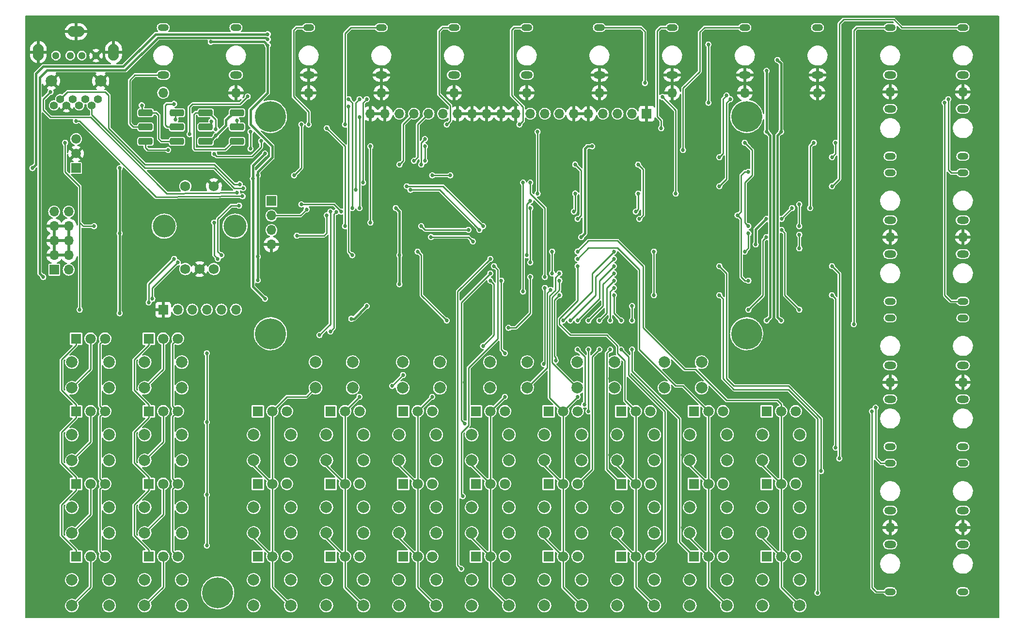
<source format=gbl>
G04 #@! TF.GenerationSoftware,KiCad,Pcbnew,6.0.1-79c1e3a40b~116~ubuntu21.04.1*
G04 #@! TF.CreationDate,2023-10-19T20:46:08+02:00*
G04 #@! TF.ProjectId,sequencer,73657175-656e-4636-9572-2e6b69636164,1.1*
G04 #@! TF.SameCoordinates,Original*
G04 #@! TF.FileFunction,Copper,L2,Bot*
G04 #@! TF.FilePolarity,Positive*
%FSLAX46Y46*%
G04 Gerber Fmt 4.6, Leading zero omitted, Abs format (unit mm)*
G04 Created by KiCad (PCBNEW 6.0.1-79c1e3a40b~116~ubuntu21.04.1) date 2023-10-19 20:46:08*
%MOMM*%
%LPD*%
G01*
G04 APERTURE LIST*
G04 Aperture macros list*
%AMRoundRect*
0 Rectangle with rounded corners*
0 $1 Rounding radius*
0 $2 $3 $4 $5 $6 $7 $8 $9 X,Y pos of 4 corners*
0 Add a 4 corners polygon primitive as box body*
4,1,4,$2,$3,$4,$5,$6,$7,$8,$9,$2,$3,0*
0 Add four circle primitives for the rounded corners*
1,1,$1+$1,$2,$3*
1,1,$1+$1,$4,$5*
1,1,$1+$1,$6,$7*
1,1,$1+$1,$8,$9*
0 Add four rect primitives between the rounded corners*
20,1,$1+$1,$2,$3,$4,$5,0*
20,1,$1+$1,$4,$5,$6,$7,0*
20,1,$1+$1,$6,$7,$8,$9,0*
20,1,$1+$1,$8,$9,$2,$3,0*%
G04 Aperture macros list end*
G04 #@! TA.AperFunction,ComponentPad*
%ADD10C,2.000000*%
G04 #@! TD*
G04 #@! TA.AperFunction,ComponentPad*
%ADD11R,1.800000X1.800000*%
G04 #@! TD*
G04 #@! TA.AperFunction,ComponentPad*
%ADD12C,1.800000*%
G04 #@! TD*
G04 #@! TA.AperFunction,ComponentPad*
%ADD13C,1.750000*%
G04 #@! TD*
G04 #@! TA.AperFunction,ComponentPad*
%ADD14O,4.000000X4.000000*%
G04 #@! TD*
G04 #@! TA.AperFunction,WasherPad*
%ADD15C,5.400000*%
G04 #@! TD*
G04 #@! TA.AperFunction,ComponentPad*
%ADD16R,1.700000X1.700000*%
G04 #@! TD*
G04 #@! TA.AperFunction,ComponentPad*
%ADD17O,1.700000X1.700000*%
G04 #@! TD*
G04 #@! TA.AperFunction,ComponentPad*
%ADD18C,1.400000*%
G04 #@! TD*
G04 #@! TA.AperFunction,ComponentPad*
%ADD19C,1.300000*%
G04 #@! TD*
G04 #@! TA.AperFunction,ComponentPad*
%ADD20O,1.900000X2.900000*%
G04 #@! TD*
G04 #@! TA.AperFunction,ComponentPad*
%ADD21O,2.900000X1.900000*%
G04 #@! TD*
G04 #@! TA.AperFunction,ComponentPad*
%ADD22O,1.900000X1.200000*%
G04 #@! TD*
G04 #@! TA.AperFunction,ComponentPad*
%ADD23O,2.100000X1.300000*%
G04 #@! TD*
G04 #@! TA.AperFunction,ComponentPad*
%ADD24C,5.400000*%
G04 #@! TD*
G04 #@! TA.AperFunction,ComponentPad*
%ADD25C,0.700000*%
G04 #@! TD*
G04 #@! TA.AperFunction,ComponentPad*
%ADD26R,1.676400X1.676400*%
G04 #@! TD*
G04 #@! TA.AperFunction,ComponentPad*
%ADD27C,1.676400*%
G04 #@! TD*
G04 #@! TA.AperFunction,SMDPad,CuDef*
%ADD28RoundRect,0.300000X-0.950000X0.300000X-0.950000X-0.300000X0.950000X-0.300000X0.950000X0.300000X0*%
G04 #@! TD*
G04 #@! TA.AperFunction,ViaPad*
%ADD29C,0.685800*%
G04 #@! TD*
G04 #@! TA.AperFunction,Conductor*
%ADD30C,0.406400*%
G04 #@! TD*
G04 #@! TA.AperFunction,Conductor*
%ADD31C,0.254000*%
G04 #@! TD*
G04 APERTURE END LIST*
D10*
X128195000Y-103850000D03*
X134695000Y-103850000D03*
X128195000Y-99350000D03*
X134695000Y-99350000D03*
X143435000Y-103850000D03*
X149935000Y-103850000D03*
X143435000Y-99350000D03*
X149935000Y-99350000D03*
X158675000Y-103850000D03*
X165175000Y-103850000D03*
X158675000Y-99350000D03*
X165175000Y-99350000D03*
X173915000Y-103850000D03*
X180415000Y-103850000D03*
X173915000Y-99350000D03*
X180415000Y-99350000D03*
X189155000Y-103850000D03*
X195655000Y-103850000D03*
X189155000Y-99350000D03*
X195655000Y-99350000D03*
X85650000Y-103850000D03*
X92150000Y-103850000D03*
X85650000Y-99350000D03*
X92150000Y-99350000D03*
X98350000Y-103850000D03*
X104850000Y-103850000D03*
X98350000Y-99350000D03*
X104850000Y-99350000D03*
X85650000Y-116550000D03*
X92150000Y-116550000D03*
X85650000Y-112050000D03*
X92150000Y-112050000D03*
X98350000Y-116550000D03*
X104850000Y-116550000D03*
X98350000Y-112050000D03*
X104850000Y-112050000D03*
X85650000Y-129250000D03*
X92150000Y-129250000D03*
X85650000Y-124750000D03*
X92150000Y-124750000D03*
X98350000Y-129250000D03*
X104850000Y-129250000D03*
X98350000Y-124750000D03*
X104850000Y-124750000D03*
X85650000Y-141950000D03*
X92150000Y-141950000D03*
X85650000Y-137450000D03*
X92150000Y-137450000D03*
X98350000Y-141950000D03*
X104850000Y-141950000D03*
X98350000Y-137450000D03*
X104850000Y-137450000D03*
X117400000Y-116550000D03*
X123900000Y-116550000D03*
X117400000Y-112050000D03*
X123900000Y-112050000D03*
X130100000Y-116550000D03*
X136600000Y-116550000D03*
X130100000Y-112050000D03*
X136600000Y-112050000D03*
X142800000Y-116550000D03*
X149300000Y-116550000D03*
X142800000Y-112050000D03*
X149300000Y-112050000D03*
X155500000Y-116550000D03*
X162000000Y-116550000D03*
X155500000Y-112050000D03*
X162000000Y-112050000D03*
X168200000Y-116550000D03*
X174700000Y-116550000D03*
X168200000Y-112050000D03*
X174700000Y-112050000D03*
X180900000Y-116550000D03*
X187400000Y-116550000D03*
X180900000Y-112050000D03*
X187400000Y-112050000D03*
X193600000Y-116550000D03*
X200100000Y-116550000D03*
X193600000Y-112050000D03*
X200100000Y-112050000D03*
X206300000Y-116550000D03*
X212800000Y-116550000D03*
X206300000Y-112050000D03*
X212800000Y-112050000D03*
X117400000Y-129250000D03*
X123900000Y-129250000D03*
X117400000Y-124750000D03*
X123900000Y-124750000D03*
X130100000Y-129250000D03*
X136600000Y-129250000D03*
X130100000Y-124750000D03*
X136600000Y-124750000D03*
X142800000Y-129250000D03*
X149300000Y-129250000D03*
X142800000Y-124750000D03*
X149300000Y-124750000D03*
X155500000Y-129250000D03*
X162000000Y-129250000D03*
X155500000Y-124750000D03*
X162000000Y-124750000D03*
X168200000Y-129250000D03*
X174700000Y-129250000D03*
X168200000Y-124750000D03*
X174700000Y-124750000D03*
X180900000Y-129250000D03*
X187400000Y-129250000D03*
X180900000Y-124750000D03*
X187400000Y-124750000D03*
X193600000Y-129250000D03*
X200100000Y-129250000D03*
X193600000Y-124750000D03*
X200100000Y-124750000D03*
X206300000Y-129250000D03*
X212800000Y-129250000D03*
X206300000Y-124750000D03*
X212800000Y-124750000D03*
X117400000Y-141950000D03*
X123900000Y-141950000D03*
X117400000Y-137450000D03*
X123900000Y-137450000D03*
X130100000Y-141950000D03*
X136600000Y-141950000D03*
X130100000Y-137450000D03*
X136600000Y-137450000D03*
X142800000Y-141950000D03*
X149300000Y-141950000D03*
X142800000Y-137450000D03*
X149300000Y-137450000D03*
X155500000Y-141950000D03*
X162000000Y-141950000D03*
X155500000Y-137450000D03*
X162000000Y-137450000D03*
X168200000Y-141950000D03*
X174700000Y-141950000D03*
X168200000Y-137450000D03*
X174700000Y-137450000D03*
X180900000Y-141950000D03*
X187400000Y-141950000D03*
X180900000Y-137450000D03*
X187400000Y-137450000D03*
X193600000Y-141950000D03*
X200100000Y-141950000D03*
X193600000Y-137450000D03*
X200100000Y-137450000D03*
X206300000Y-141950000D03*
X212800000Y-141950000D03*
X206300000Y-137450000D03*
X212800000Y-137450000D03*
D11*
X86360000Y-95250000D03*
D12*
X88900000Y-95250000D03*
X91440000Y-95250000D03*
D11*
X99060000Y-95250000D03*
D12*
X101600000Y-95250000D03*
X104140000Y-95250000D03*
D11*
X86360000Y-107950000D03*
D12*
X88900000Y-107950000D03*
X91440000Y-107950000D03*
D11*
X99060000Y-107950000D03*
D12*
X101600000Y-107950000D03*
X104140000Y-107950000D03*
D11*
X86360000Y-120650000D03*
D12*
X88900000Y-120650000D03*
X91440000Y-120650000D03*
D11*
X99060000Y-120650000D03*
D12*
X101600000Y-120650000D03*
X104140000Y-120650000D03*
D11*
X86360000Y-133350000D03*
D12*
X88900000Y-133350000D03*
X91440000Y-133350000D03*
D11*
X99060000Y-133350000D03*
D12*
X101600000Y-133350000D03*
X104140000Y-133350000D03*
D11*
X118110000Y-107950000D03*
D12*
X120650000Y-107950000D03*
X123190000Y-107950000D03*
D11*
X130810000Y-107950000D03*
D12*
X133350000Y-107950000D03*
X135890000Y-107950000D03*
D11*
X143510000Y-107950000D03*
D12*
X146050000Y-107950000D03*
X148590000Y-107950000D03*
D11*
X156210000Y-107950000D03*
D12*
X158750000Y-107950000D03*
X161290000Y-107950000D03*
D11*
X168910000Y-107950000D03*
D12*
X171450000Y-107950000D03*
X173990000Y-107950000D03*
D11*
X181610000Y-107950000D03*
D12*
X184150000Y-107950000D03*
X186690000Y-107950000D03*
D11*
X194310000Y-107950000D03*
D12*
X196850000Y-107950000D03*
X199390000Y-107950000D03*
D11*
X207010000Y-107950000D03*
D12*
X209550000Y-107950000D03*
X212090000Y-107950000D03*
D11*
X118110000Y-120650000D03*
D12*
X120650000Y-120650000D03*
X123190000Y-120650000D03*
D11*
X130810000Y-120650000D03*
D12*
X133350000Y-120650000D03*
X135890000Y-120650000D03*
D11*
X143510000Y-120650000D03*
D12*
X146050000Y-120650000D03*
X148590000Y-120650000D03*
D11*
X156210000Y-120650000D03*
D12*
X158750000Y-120650000D03*
X161290000Y-120650000D03*
D11*
X168910000Y-120650000D03*
D12*
X171450000Y-120650000D03*
X173990000Y-120650000D03*
D11*
X181610000Y-120650000D03*
D12*
X184150000Y-120650000D03*
X186690000Y-120650000D03*
D11*
X194310000Y-120650000D03*
D12*
X196850000Y-120650000D03*
X199390000Y-120650000D03*
D11*
X207010000Y-120650000D03*
D12*
X209550000Y-120650000D03*
X212090000Y-120650000D03*
D11*
X118110000Y-133350000D03*
D12*
X120650000Y-133350000D03*
X123190000Y-133350000D03*
D11*
X130810000Y-133350000D03*
D12*
X133350000Y-133350000D03*
X135890000Y-133350000D03*
D11*
X143510000Y-133350000D03*
D12*
X146050000Y-133350000D03*
X148590000Y-133350000D03*
D11*
X156210000Y-133350000D03*
D12*
X158750000Y-133350000D03*
X161290000Y-133350000D03*
D11*
X168910000Y-133350000D03*
D12*
X171450000Y-133350000D03*
X173990000Y-133350000D03*
D11*
X181610000Y-133350000D03*
D12*
X184150000Y-133350000D03*
X186690000Y-133350000D03*
D11*
X194310000Y-133350000D03*
D12*
X196850000Y-133350000D03*
X199390000Y-133350000D03*
D11*
X207010000Y-133350000D03*
D12*
X209550000Y-133350000D03*
X212090000Y-133350000D03*
D13*
X105450000Y-83065000D03*
X110450000Y-83065000D03*
X107950000Y-83065000D03*
X105450000Y-68565000D03*
X110450000Y-68565000D03*
D14*
X114150000Y-75565000D03*
X101750000Y-75565000D03*
D15*
X203525000Y-56380000D03*
X120325000Y-56380000D03*
X120325000Y-94380000D03*
X203525000Y-94380000D03*
D16*
X186055000Y-55880000D03*
D17*
X183515000Y-55880000D03*
X180975000Y-55880000D03*
X178435000Y-55880000D03*
X175895000Y-55880000D03*
X173355000Y-55880000D03*
X170815000Y-55880000D03*
X168275000Y-55880000D03*
X165735000Y-55880000D03*
X163195000Y-55880000D03*
X160655000Y-55880000D03*
X158115000Y-55880000D03*
X155575000Y-55880000D03*
X153035000Y-55880000D03*
X150495000Y-55880000D03*
X147955000Y-55880000D03*
X145415000Y-55880000D03*
X142875000Y-55880000D03*
X140335000Y-55880000D03*
X137795000Y-55880000D03*
D18*
X90210000Y-53340000D03*
X89110000Y-54440000D03*
X88010000Y-53340000D03*
X86910000Y-54440000D03*
X85810000Y-53340000D03*
X84710000Y-54440000D03*
X83610000Y-53340000D03*
X82510000Y-54440000D03*
D10*
X82060000Y-50170000D03*
X90660000Y-50170000D03*
D19*
X82860000Y-45720000D03*
X85360000Y-45720000D03*
X87360000Y-45720000D03*
X89860000Y-45720000D03*
D20*
X79790000Y-45120000D03*
D21*
X86360000Y-41540000D03*
D20*
X92930000Y-45120000D03*
D17*
X127000000Y-52220000D03*
D22*
X127000000Y-40820000D03*
D23*
X127000000Y-49120000D03*
D17*
X152400000Y-52220000D03*
D22*
X152400000Y-40820000D03*
D23*
X152400000Y-49120000D03*
D17*
X241300000Y-52070000D03*
D22*
X241300000Y-40820000D03*
D23*
X241300000Y-49120000D03*
D17*
X241300000Y-52070000D03*
D22*
X241300000Y-63320000D03*
D23*
X241300000Y-55020000D03*
D17*
X241300000Y-77470000D03*
D22*
X241300000Y-66220000D03*
D23*
X241300000Y-74520000D03*
D17*
X241300000Y-77470000D03*
D22*
X241300000Y-88720000D03*
D23*
X241300000Y-80420000D03*
D17*
X241300000Y-102870000D03*
D22*
X241300000Y-91620000D03*
D23*
X241300000Y-99920000D03*
D17*
X241300000Y-102870000D03*
D22*
X241300000Y-114120000D03*
D23*
X241300000Y-105820000D03*
D17*
X241300000Y-128270000D03*
D22*
X241300000Y-117020000D03*
D23*
X241300000Y-125320000D03*
D17*
X241300000Y-128270000D03*
D22*
X241300000Y-139520000D03*
D23*
X241300000Y-131220000D03*
D17*
X177800000Y-52220000D03*
D22*
X177800000Y-40820000D03*
D23*
X177800000Y-49120000D03*
D17*
X190500000Y-52220000D03*
D22*
X190500000Y-40820000D03*
D23*
X190500000Y-49120000D03*
D17*
X203200000Y-52220000D03*
D22*
X203200000Y-40820000D03*
D23*
X203200000Y-49120000D03*
D17*
X215900000Y-52220000D03*
D22*
X215900000Y-40820000D03*
D23*
X215900000Y-49120000D03*
D17*
X228600000Y-52070000D03*
D22*
X228600000Y-40820000D03*
D23*
X228600000Y-49120000D03*
D17*
X228600000Y-52070000D03*
D22*
X228600000Y-63320000D03*
D23*
X228600000Y-55020000D03*
D17*
X228600000Y-77470000D03*
D22*
X228600000Y-66220000D03*
D23*
X228600000Y-74520000D03*
D17*
X228600000Y-77470000D03*
D22*
X228600000Y-88720000D03*
D23*
X228600000Y-80420000D03*
D17*
X228600000Y-102870000D03*
D22*
X228600000Y-91620000D03*
D23*
X228600000Y-99920000D03*
D17*
X228600000Y-102870000D03*
D22*
X228600000Y-114120000D03*
D23*
X228600000Y-105820000D03*
D17*
X228600000Y-128270000D03*
D22*
X228600000Y-117020000D03*
D23*
X228600000Y-125320000D03*
D17*
X228600000Y-128270000D03*
D22*
X228600000Y-139520000D03*
D23*
X228600000Y-131220000D03*
X101600000Y-49120000D03*
D17*
X101600000Y-52220000D03*
D22*
X101600000Y-40820000D03*
D23*
X114300000Y-49120000D03*
D17*
X114300000Y-52220000D03*
D22*
X114300000Y-40820000D03*
D17*
X139700000Y-52220000D03*
D22*
X139700000Y-40820000D03*
D23*
X139700000Y-49120000D03*
D17*
X165100000Y-52220000D03*
D22*
X165100000Y-40820000D03*
D23*
X165100000Y-49120000D03*
D24*
X111125000Y-139700000D03*
D25*
X78105000Y-39370000D03*
X90805000Y-39370000D03*
X103505000Y-39370000D03*
X116205000Y-39370000D03*
X128905000Y-39370000D03*
X141605000Y-39370000D03*
X154305000Y-39370000D03*
X167005000Y-39370000D03*
X179705000Y-39370000D03*
X192405000Y-39370000D03*
X205105000Y-39370000D03*
X217805000Y-39370000D03*
X230505000Y-39370000D03*
X247015000Y-39370000D03*
X78105000Y-52070000D03*
X92710000Y-51435000D03*
X103700000Y-52070000D03*
X116550000Y-50800000D03*
X130175000Y-54870000D03*
X144950000Y-49470000D03*
X157650000Y-49470000D03*
X170350000Y-49470000D03*
X180975000Y-53340000D03*
X193675000Y-53340000D03*
X205750000Y-52220000D03*
X217805000Y-52070000D03*
X230505000Y-52070000D03*
X247015000Y-52070000D03*
X78105000Y-64135000D03*
X90805000Y-64770000D03*
X105500000Y-62865000D03*
X114300000Y-64470000D03*
X125730000Y-69850000D03*
X141605000Y-66040000D03*
X153670000Y-67945000D03*
X165735000Y-64770000D03*
X182880000Y-60325000D03*
X192405000Y-67310000D03*
X203835000Y-59690000D03*
X216535000Y-59690000D03*
X230505000Y-64770000D03*
X247015000Y-64770000D03*
X78105000Y-77470000D03*
X90805000Y-78740000D03*
X103505000Y-77470000D03*
X115050000Y-78570000D03*
X132715000Y-77470000D03*
X141605000Y-82550000D03*
X155575000Y-72390000D03*
X186690000Y-74295000D03*
X191770000Y-76200000D03*
X205105000Y-80010000D03*
X217805000Y-77470000D03*
X230505000Y-77470000D03*
X247015000Y-77470000D03*
X78105000Y-90170000D03*
X89535000Y-90170000D03*
X103505000Y-88265000D03*
X116205000Y-90170000D03*
X128905000Y-88265000D03*
X141605000Y-90170000D03*
X154940000Y-89535000D03*
X167005000Y-89535000D03*
X183515000Y-88265000D03*
X191770000Y-92710000D03*
X201295000Y-91440000D03*
X217805000Y-90805000D03*
X230505000Y-90170000D03*
X247015000Y-90170000D03*
X78105000Y-102235000D03*
X91440000Y-102235000D03*
X104140000Y-102235000D03*
X116205000Y-102870000D03*
X128905000Y-101600000D03*
X142240000Y-101600000D03*
X154305000Y-102870000D03*
X167005000Y-103505000D03*
X179705000Y-102235000D03*
X192405000Y-102870000D03*
X205105000Y-102870000D03*
X230505000Y-102870000D03*
X247015000Y-102870000D03*
X78105000Y-115570000D03*
X91440000Y-114935000D03*
X104140000Y-114935000D03*
X115570000Y-116840000D03*
X128905000Y-115570000D03*
X142240000Y-114935000D03*
X154940000Y-114935000D03*
X167005000Y-115570000D03*
X179705000Y-115570000D03*
X192405000Y-115570000D03*
X205105000Y-115570000D03*
X217805000Y-115570000D03*
X234100000Y-114270000D03*
X247015000Y-115570000D03*
X78105000Y-128270000D03*
X91440000Y-127635000D03*
X104140000Y-127635000D03*
X115570000Y-129540000D03*
X128905000Y-128270000D03*
X141605000Y-128270000D03*
X154305000Y-128270000D03*
X167640000Y-127635000D03*
X180340000Y-127635000D03*
X192405000Y-128270000D03*
X205105000Y-128270000D03*
X217805000Y-128905000D03*
X230505000Y-128905000D03*
X247015000Y-128270000D03*
X78105000Y-143510000D03*
X90805000Y-143510000D03*
X102870000Y-143510000D03*
X116205000Y-143510000D03*
X128905000Y-143510000D03*
X141605000Y-143510000D03*
X154305000Y-143510000D03*
X167005000Y-143510000D03*
X179705000Y-143510000D03*
X192405000Y-143510000D03*
X205105000Y-143510000D03*
X217805000Y-143510000D03*
X230505000Y-143510000D03*
X247015000Y-143510000D03*
X163830000Y-93980000D03*
X200025000Y-75565000D03*
X145415000Y-66675000D03*
X134620000Y-88900000D03*
X96520000Y-91440000D03*
X130175000Y-60960000D03*
D26*
X86360000Y-65405000D03*
D27*
X86360000Y-62865000D03*
X86360000Y-60325000D03*
D16*
X82550000Y-83185000D03*
D17*
X85090000Y-83185000D03*
X82550000Y-80645000D03*
X85090000Y-80645000D03*
X82550000Y-78105000D03*
X85090000Y-78105000D03*
X82550000Y-75565000D03*
X85090000Y-75565000D03*
X82550000Y-73025000D03*
X85090000Y-73025000D03*
D16*
X101600000Y-90170000D03*
D17*
X104140000Y-90170000D03*
X106680000Y-90170000D03*
X109220000Y-90170000D03*
X111760000Y-90170000D03*
X114300000Y-90170000D03*
D28*
X109000000Y-55720000D03*
X109000000Y-58220000D03*
X109000000Y-60720000D03*
X114500000Y-55720000D03*
X114500000Y-58220000D03*
X114500000Y-60720000D03*
X98500000Y-55720000D03*
X98500000Y-58220000D03*
X98500000Y-60720000D03*
X104000000Y-55720000D03*
X104000000Y-58220000D03*
X104000000Y-60720000D03*
D16*
X120500000Y-71170000D03*
D17*
X120500000Y-73710000D03*
X120500000Y-76250000D03*
X120500000Y-78790000D03*
D29*
X177800000Y-67310000D03*
X158750000Y-71120000D03*
X162560000Y-89535000D03*
X189865000Y-78740000D03*
X142875000Y-60960000D03*
X126365000Y-66675000D03*
X155575006Y-93980000D03*
X180403510Y-66040000D03*
X183515000Y-78740000D03*
X114300000Y-62230000D03*
X123825000Y-80010000D03*
X191135000Y-91440000D03*
X172085000Y-89535000D03*
X170815000Y-78740000D03*
X80645000Y-99060000D03*
X161290000Y-78740000D03*
X180340000Y-68580000D03*
X181610000Y-89535000D03*
X209837955Y-75264597D03*
X128905000Y-89535000D03*
X177736490Y-66040000D03*
X151130000Y-93980000D03*
X206699559Y-73058619D03*
X158750000Y-67310000D03*
X158750000Y-63500000D03*
X121920000Y-59690000D03*
X177800000Y-68580000D03*
X209550000Y-92075000D03*
X119850000Y-41970000D03*
X209550000Y-59055000D03*
X208900000Y-46470000D03*
X78740000Y-65405000D03*
X196850000Y-43770000D03*
X80645000Y-84455000D03*
X196850000Y-53975000D03*
X119850000Y-42870000D03*
X207010000Y-59055000D03*
X207010000Y-48370000D03*
X207010000Y-92075000D03*
X118100000Y-85020000D03*
X109900000Y-43320000D03*
X86995000Y-90170000D03*
X89535000Y-75565000D03*
X142875000Y-85725000D03*
X84455000Y-60960000D03*
X142240000Y-72390000D03*
X118100000Y-66670000D03*
X142875000Y-80645000D03*
X119850000Y-43920000D03*
X118100000Y-80870000D03*
X125730000Y-57785000D03*
X124460000Y-66675000D03*
X93980000Y-90805000D03*
X93980000Y-76835000D03*
X110800000Y-59720000D03*
X187325000Y-87630000D03*
X187325000Y-80010000D03*
X93980000Y-65405000D03*
X119380000Y-62865000D03*
X117250000Y-67220000D03*
X119380000Y-88265000D03*
X141605000Y-103505000D03*
X168084350Y-99694876D03*
X143510000Y-101600000D03*
X168275000Y-86360000D03*
X135890000Y-105410000D03*
X170180349Y-99060000D03*
X170815972Y-87630972D03*
X148590000Y-105410000D03*
X169260028Y-86703903D03*
X170815000Y-85090000D03*
X161290000Y-105410000D03*
X170815000Y-83820000D03*
X173990000Y-105410000D03*
X173990000Y-82550000D03*
X173990000Y-81280000D03*
X173990000Y-80010000D03*
X158750000Y-81280000D03*
X153670000Y-135510000D03*
X175895000Y-107950000D03*
X175895000Y-97155000D03*
X175169401Y-106770599D03*
X173990000Y-97155000D03*
X179705000Y-97155000D03*
X177800000Y-97155000D03*
X183515000Y-97155000D03*
X181610000Y-97155000D03*
X114850000Y-71970000D03*
X99695000Y-88265000D03*
X104140004Y-81915000D03*
X111760000Y-80645000D03*
X130810000Y-73025000D03*
X128905000Y-94615000D03*
X130810000Y-93980000D03*
X131855853Y-73045934D03*
X130175000Y-58420000D03*
X133350000Y-75565000D03*
X99060000Y-88900000D03*
X103505000Y-81280000D03*
X184150000Y-73025000D03*
X184570000Y-69850000D03*
X184570000Y-64770000D03*
X184785000Y-74295000D03*
X173570000Y-64770000D03*
X173990000Y-74295000D03*
X173570000Y-69850000D03*
X173355000Y-73025000D03*
X86360000Y-57150000D03*
X115450000Y-70320000D03*
X81915008Y-52070000D03*
X114500000Y-69670000D03*
X114950000Y-68220000D03*
X132715000Y-73025000D03*
X125730000Y-71755000D03*
X124950000Y-77220000D03*
X130175000Y-73660000D03*
X126650000Y-72620000D03*
X137795000Y-61595000D03*
X137795006Y-74930000D03*
X102450000Y-62220000D03*
X103750000Y-56920000D03*
X134620000Y-72390000D03*
X116350000Y-52870000D03*
X133985000Y-53340000D03*
X106200000Y-59470000D03*
X134456624Y-91757734D03*
X176530000Y-61595000D03*
X137160000Y-89535000D03*
X205105000Y-78740000D03*
X206946490Y-74295000D03*
X174625000Y-77470000D03*
X116840000Y-62020000D03*
X116840000Y-59055000D03*
X218440000Y-68580000D03*
X219075000Y-60960000D03*
X218440000Y-63500000D03*
X238760000Y-53340000D03*
X200025000Y-52705000D03*
X198755000Y-63500000D03*
X200659992Y-53340000D03*
X238125000Y-53975000D03*
X198755000Y-68580000D03*
X219075000Y-114300000D03*
X218440000Y-87630000D03*
X218440000Y-82550000D03*
X219710000Y-116204996D03*
X198755000Y-82550000D03*
X216535000Y-118405000D03*
X198755000Y-87630000D03*
X215900000Y-139700000D03*
X209613510Y-74295000D03*
X211455000Y-72390000D03*
X203200000Y-60960000D03*
X203835000Y-75565000D03*
X212725000Y-90170000D03*
X209613510Y-76200000D03*
X203835000Y-76835000D03*
X203200000Y-80010000D03*
X203835000Y-90170000D03*
X206946490Y-77469996D03*
X212725000Y-79438510D03*
X212725000Y-77038213D03*
X212725000Y-71755000D03*
X212725000Y-75565000D03*
X215265000Y-60960000D03*
X214630000Y-72390000D03*
X179705000Y-92075000D03*
X180340000Y-86360000D03*
X180340000Y-85090000D03*
X177800000Y-92075000D03*
X175895000Y-92075000D03*
X180340000Y-83820000D03*
X173990000Y-92075000D03*
X180340000Y-82550000D03*
X180340000Y-81280000D03*
X172720000Y-92075000D03*
X180340000Y-80010000D03*
X171450000Y-92075000D03*
X135890000Y-53340000D03*
X135255000Y-69215010D03*
X136525000Y-67945006D03*
X137160000Y-53340000D03*
X133985000Y-54610000D03*
X134620000Y-80645000D03*
X145415000Y-64135000D03*
X142875000Y-64770000D03*
X148590000Y-66675000D03*
X151765000Y-66675000D03*
X155702000Y-78232000D03*
X148373259Y-77457310D03*
X110490000Y-74930000D03*
X111125000Y-81280000D03*
X144780000Y-69215000D03*
X156845000Y-76200000D03*
X157480000Y-75565000D03*
X144145000Y-68580000D03*
X203835000Y-66040000D03*
X201930000Y-73660000D03*
X203835000Y-85090000D03*
X147320000Y-60325000D03*
X146685000Y-64770000D03*
X147320000Y-61595000D03*
X147320000Y-64135000D03*
X146685000Y-75565000D03*
X154940000Y-76200000D03*
X169545000Y-80010000D03*
X169545000Y-83820000D03*
X115550000Y-68920000D03*
X165732405Y-84452586D03*
X161925000Y-93345000D03*
X151130000Y-92075000D03*
X146050000Y-80010000D03*
X110000000Y-57220000D03*
X135882335Y-72400403D03*
X118700000Y-60670000D03*
X110500000Y-62920000D03*
X135890000Y-56515000D03*
X168275000Y-84454994D03*
X165735000Y-67945000D03*
X165735000Y-71120000D03*
X165100000Y-80645000D03*
X165735004Y-72390000D03*
X165732405Y-81917414D03*
X164465000Y-67945000D03*
X164465000Y-86995000D03*
X181610000Y-92075000D03*
X180340000Y-87630000D03*
X183515000Y-92075000D03*
X183515000Y-89535000D03*
X127000000Y-57785000D03*
X133350000Y-57785000D03*
X151130000Y-57785000D03*
X163830000Y-57785004D03*
X191135000Y-69850000D03*
X185750000Y-50520000D03*
X188800000Y-52970000D03*
X188595000Y-58420000D03*
X192405000Y-62230000D03*
X167005000Y-69850000D03*
X167005000Y-59055000D03*
X109220000Y-131445000D03*
X158750000Y-85090000D03*
X157480000Y-96520000D03*
X109220000Y-97790000D03*
X109220000Y-109855000D03*
X109220000Y-122555000D03*
X160655000Y-85090000D03*
X161290000Y-97790000D03*
X158750000Y-83820000D03*
X154305000Y-110110000D03*
X153936792Y-122810000D03*
X159385000Y-82550000D03*
X222250000Y-92710000D03*
X226060000Y-107315000D03*
X225425000Y-107950000D03*
X103500000Y-54170000D03*
X97850000Y-54420000D03*
X114500000Y-57120000D03*
X110800000Y-58570000D03*
D30*
X209550000Y-50799994D02*
X209550000Y-51520000D01*
X209550000Y-51520000D02*
X209550000Y-59055000D01*
X119850000Y-41970000D02*
X100250000Y-41970000D01*
X94595000Y-47625000D02*
X80645000Y-47625000D01*
X79375000Y-64770000D02*
X78740000Y-65405000D01*
X209550000Y-47120000D02*
X208900000Y-46470000D01*
X208915000Y-59690000D02*
X209550000Y-59055000D01*
X209550000Y-51520000D02*
X209550000Y-47120000D01*
X209550000Y-92075000D02*
X208915000Y-91440000D01*
X100250000Y-41970000D02*
X94595000Y-47625000D01*
X80645000Y-47625000D02*
X79375000Y-48895000D01*
X208915000Y-91440000D02*
X208915000Y-59690000D01*
X79375000Y-48895000D02*
X79375000Y-64770000D01*
X81280000Y-48260000D02*
X80010000Y-49530000D01*
D31*
X196850000Y-49593510D02*
X196850000Y-49870000D01*
D30*
X100650000Y-42570000D02*
X94960000Y-48260000D01*
X94960000Y-48260000D02*
X81280000Y-48260000D01*
D31*
X196850000Y-49870000D02*
X196850000Y-43770000D01*
D30*
X119450000Y-42570000D02*
X100650000Y-42570000D01*
X207010000Y-48370000D02*
X207010000Y-59055000D01*
X80010000Y-49530000D02*
X80010000Y-83820000D01*
X207645000Y-59690000D02*
X207010000Y-59055000D01*
X119850000Y-42870000D02*
X119750000Y-42870000D01*
X80010000Y-83820000D02*
X80645000Y-84455000D01*
X119750000Y-42870000D02*
X119450000Y-42570000D01*
X207645000Y-91440000D02*
X207645000Y-59690000D01*
X207010000Y-92075000D02*
X207645000Y-91440000D01*
D31*
X196850000Y-49870000D02*
X196850000Y-53975000D01*
X84455000Y-66040000D02*
X86995000Y-68580000D01*
D30*
X118100000Y-80870000D02*
X118100000Y-66670000D01*
X118100000Y-80870000D02*
X118100000Y-85020000D01*
X142240000Y-72390000D02*
X142875000Y-73025000D01*
D31*
X125730000Y-65405000D02*
X124460000Y-66675000D01*
D30*
X109900000Y-43320000D02*
X119250000Y-43320000D01*
D31*
X89535000Y-75565000D02*
X87630000Y-75565000D01*
X87630000Y-75565000D02*
X86995000Y-74930000D01*
X84455000Y-60960000D02*
X84455000Y-66040000D01*
D30*
X118100000Y-66670000D02*
X118100000Y-66050000D01*
X120650000Y-61595000D02*
X116840000Y-57785000D01*
D31*
X86995000Y-68580000D02*
X86995000Y-74930000D01*
D30*
X118100000Y-66050000D02*
X120650000Y-63500000D01*
D31*
X86995000Y-74930000D02*
X86995000Y-90170000D01*
D30*
X120650000Y-63500000D02*
X120650000Y-61595000D01*
X116840000Y-55245000D02*
X119850000Y-52235000D01*
X119850000Y-52235000D02*
X119850000Y-43920000D01*
X142875000Y-80645000D02*
X142875000Y-73025000D01*
X142875000Y-80645000D02*
X142875000Y-85725000D01*
X116840000Y-57785000D02*
X116840000Y-55245000D01*
D31*
X125730000Y-65405000D02*
X125730000Y-57785000D01*
D30*
X119250000Y-43320000D02*
X119850000Y-43920000D01*
X117250000Y-86135000D02*
X119380000Y-88265000D01*
X117250000Y-64995000D02*
X119380000Y-62865000D01*
X117250000Y-67220000D02*
X117250000Y-64995000D01*
X112550000Y-57020000D02*
X112550000Y-57970000D01*
D31*
X187325000Y-80010000D02*
X187325000Y-87630000D01*
D30*
X113850000Y-55720000D02*
X112550000Y-57020000D01*
X93980000Y-76835000D02*
X93980000Y-90805000D01*
X109000000Y-60720000D02*
X109800000Y-60720000D01*
X114500000Y-55720000D02*
X113850000Y-55720000D01*
X109800000Y-60720000D02*
X110800000Y-59720000D01*
X112550000Y-57970000D02*
X110800000Y-59720000D01*
X117250000Y-67220000D02*
X117250000Y-86135000D01*
X93980000Y-65405000D02*
X93980000Y-76835000D01*
D31*
X120650000Y-107950000D02*
X123190000Y-105410000D01*
X120650000Y-133350000D02*
X120650000Y-138700000D01*
X120650000Y-120650000D02*
X120650000Y-107950000D01*
X128195000Y-104700000D02*
X128195000Y-103850000D01*
X117400000Y-130100000D02*
X117400000Y-129250000D01*
X168275000Y-86360000D02*
X168272280Y-86362720D01*
X120650000Y-133350000D02*
X117400000Y-130100000D01*
X120650000Y-120650000D02*
X117400000Y-117400000D01*
X141605000Y-103505000D02*
X143510000Y-101600000D01*
X120650000Y-133350000D02*
X120650000Y-120650000D01*
X117400000Y-117400000D02*
X117400000Y-116550000D01*
X168272280Y-99506946D02*
X168084350Y-99694876D01*
X120650000Y-138700000D02*
X123900000Y-141950000D01*
X168272280Y-86362720D02*
X168272280Y-99506946D01*
X88900000Y-100600000D02*
X85650000Y-103850000D01*
X126635000Y-105410000D02*
X128195000Y-103850000D01*
X123190000Y-105410000D02*
X126635000Y-105410000D01*
X88900000Y-95250000D02*
X88900000Y-100600000D01*
X133350000Y-138700000D02*
X136600000Y-141950000D01*
X169925893Y-98320611D02*
X170180349Y-98575067D01*
X101600000Y-100600000D02*
X98350000Y-103850000D01*
X133350000Y-133350000D02*
X133350000Y-138700000D01*
X169925893Y-88521051D02*
X169925893Y-98320611D01*
X133350000Y-107950000D02*
X133350000Y-107315000D01*
X101600000Y-95250000D02*
X101600000Y-100600000D01*
X143435000Y-104700000D02*
X143435000Y-103850000D01*
X133350000Y-133350000D02*
X130100000Y-130100000D01*
X130100000Y-117400000D02*
X130100000Y-116550000D01*
X133350000Y-120650000D02*
X133350000Y-133350000D01*
X170815972Y-87630972D02*
X169925893Y-88521051D01*
X133350000Y-107950000D02*
X135890000Y-105410000D01*
X133350000Y-120650000D02*
X130100000Y-117400000D01*
X170180349Y-98575067D02*
X170180349Y-99060000D01*
X133350000Y-107950000D02*
X133350000Y-120650000D01*
X130100000Y-130100000D02*
X130100000Y-129250000D01*
X146050000Y-107950000D02*
X148590000Y-105410000D01*
X146050000Y-120650000D02*
X142800000Y-117400000D01*
X168706660Y-87257271D02*
X169260028Y-86703903D01*
X158675000Y-104700000D02*
X158675000Y-103850000D01*
X142800000Y-117400000D02*
X142800000Y-116550000D01*
X88900000Y-107950000D02*
X88900000Y-113300000D01*
X165175000Y-103850000D02*
X168706660Y-100318340D01*
X88900000Y-113300000D02*
X85650000Y-116550000D01*
X168706660Y-100318340D02*
X168706660Y-87257271D01*
X146050000Y-107950000D02*
X146050000Y-120650000D01*
X142800000Y-130100000D02*
X142800000Y-129250000D01*
X146050000Y-133350000D02*
X146050000Y-138700000D01*
X146050000Y-138700000D02*
X149300000Y-141950000D01*
X146050000Y-133350000D02*
X142800000Y-130100000D01*
X146050000Y-120650000D02*
X146050000Y-133350000D01*
X169519482Y-99454482D02*
X169519482Y-88047381D01*
X158750000Y-138700000D02*
X162000000Y-141950000D01*
X170815000Y-86751863D02*
X170815000Y-85090000D01*
X101600000Y-107950000D02*
X101600000Y-113300000D01*
X158750000Y-133350000D02*
X158750000Y-138700000D01*
X158750000Y-120650000D02*
X155500000Y-117400000D01*
X158750000Y-120650000D02*
X158750000Y-133350000D01*
X158750000Y-107950000D02*
X158750000Y-120650000D01*
X155500000Y-117400000D02*
X155500000Y-116550000D01*
X101600000Y-113300000D02*
X98350000Y-116550000D01*
X155500000Y-130100000D02*
X155500000Y-129250000D01*
X173915000Y-104700000D02*
X173915000Y-103850000D01*
X173915000Y-103850000D02*
X169519482Y-99454482D01*
X169519482Y-88047381D02*
X170815000Y-86751863D01*
X158750000Y-107950000D02*
X161290000Y-105410000D01*
X158750000Y-133350000D02*
X155500000Y-130100000D01*
X169113071Y-105613071D02*
X171450000Y-107950000D01*
X171450000Y-107950000D02*
X173990000Y-105410000D01*
X170072858Y-84562142D02*
X170072858Y-86796072D01*
X171450000Y-133350000D02*
X168200000Y-130100000D01*
X168200000Y-117400000D02*
X168200000Y-116550000D01*
X171450000Y-120650000D02*
X168200000Y-117400000D01*
X170815000Y-83820000D02*
X170072858Y-84562142D01*
X168200000Y-130100000D02*
X168200000Y-129250000D01*
X171450000Y-138700000D02*
X174700000Y-141950000D01*
X88900000Y-126000000D02*
X85650000Y-129250000D01*
X171450000Y-120650000D02*
X171450000Y-107950000D01*
X169113071Y-87755859D02*
X169113071Y-105613071D01*
X171450000Y-120650000D02*
X171450000Y-133350000D01*
X88900000Y-120650000D02*
X88900000Y-126000000D01*
X171450000Y-133350000D02*
X171450000Y-138700000D01*
X170072858Y-86796072D02*
X169113071Y-87755859D01*
X180900000Y-117400000D02*
X180900000Y-116550000D01*
X184150000Y-133350000D02*
X184150000Y-138700000D01*
X184150000Y-133350000D02*
X180900000Y-130100000D01*
X101600000Y-120650000D02*
X101600000Y-126000000D01*
X182245000Y-99060000D02*
X182245000Y-106045000D01*
X184150000Y-138700000D02*
X187400000Y-141950000D01*
X101600000Y-126000000D02*
X98350000Y-129250000D01*
X173990000Y-82550000D02*
X173990000Y-88613992D01*
X182245000Y-106045000D02*
X184150000Y-107950000D01*
X173990000Y-88613992D02*
X170827698Y-91776294D01*
X184150000Y-120650000D02*
X184150000Y-133350000D01*
X172720000Y-94615000D02*
X179070000Y-94615000D01*
X180975000Y-97790000D02*
X182245000Y-99060000D01*
X184150000Y-120650000D02*
X180900000Y-117400000D01*
X179070000Y-94615000D02*
X180975000Y-96520000D01*
X170827698Y-91776294D02*
X170827698Y-92722698D01*
X180975000Y-96520000D02*
X180975000Y-97790000D01*
X184150000Y-107950000D02*
X184150000Y-120650000D01*
X170827698Y-92722698D02*
X172720000Y-94615000D01*
X180900000Y-130100000D02*
X180900000Y-129250000D01*
X173990000Y-81280000D02*
X175895000Y-79375000D01*
X191135000Y-103505000D02*
X192405000Y-103505000D01*
X88900000Y-138700000D02*
X85650000Y-141950000D01*
X184785000Y-83185000D02*
X184785000Y-97155000D01*
X193600000Y-117400000D02*
X193600000Y-116550000D01*
X184785000Y-97155000D02*
X191135000Y-103505000D01*
X193600000Y-130100000D02*
X193600000Y-129250000D01*
X88900000Y-133350000D02*
X88900000Y-138700000D01*
X180975000Y-79375000D02*
X184785000Y-83185000D01*
X196850000Y-120650000D02*
X193600000Y-117400000D01*
X196850000Y-133350000D02*
X193600000Y-130100000D01*
X196850000Y-138700000D02*
X200100000Y-141950000D01*
X192405000Y-103505000D02*
X196850000Y-107950000D01*
X196850000Y-133350000D02*
X196850000Y-138700000D01*
X196850000Y-120650000D02*
X196850000Y-107950000D01*
X196850000Y-120650000D02*
X196850000Y-133350000D01*
X175895000Y-79375000D02*
X180975000Y-79375000D01*
X192704401Y-100629401D02*
X194612193Y-100629401D01*
X209550000Y-106677208D02*
X208915000Y-106042208D01*
X180977792Y-78105000D02*
X175895000Y-78105000D01*
X209550000Y-120650000D02*
X209550000Y-133350000D01*
X194612193Y-100629401D02*
X197487792Y-103505000D01*
X209550000Y-133350000D02*
X209550000Y-138700000D01*
X175895000Y-78105000D02*
X173990000Y-80010000D01*
X185420000Y-82547208D02*
X180977792Y-78105000D01*
X101600000Y-138700000D02*
X98350000Y-141950000D01*
X209550000Y-107950000D02*
X209550000Y-120650000D01*
X208915000Y-106042208D02*
X200022208Y-106042208D01*
X101600000Y-133350000D02*
X101600000Y-138700000D01*
X209550000Y-120650000D02*
X206300000Y-117400000D01*
X200022208Y-106042208D02*
X197487792Y-103507792D01*
X206300000Y-117400000D02*
X206300000Y-116550000D01*
X209550000Y-107950000D02*
X209550000Y-106677208D01*
X209550000Y-138700000D02*
X212800000Y-141950000D01*
X185420000Y-82547208D02*
X185420000Y-93345000D01*
X209550000Y-133350000D02*
X206300000Y-130100000D01*
X197487792Y-103507792D02*
X197487792Y-103505000D01*
X206300000Y-130100000D02*
X206300000Y-129250000D01*
X185420000Y-93345000D02*
X192704401Y-100629401D01*
X95750000Y-57620000D02*
X96350000Y-58220000D01*
X101600000Y-49120000D02*
X96650000Y-49120000D01*
X96350000Y-58220000D02*
X98500000Y-58220000D01*
X95750000Y-50020000D02*
X95750000Y-57620000D01*
X96650000Y-49120000D02*
X95750000Y-50020000D01*
X158750000Y-81280000D02*
X153047698Y-86982302D01*
X153047698Y-134887698D02*
X153670000Y-135510000D01*
X153047698Y-86982302D02*
X153047698Y-134887698D01*
X86360000Y-119496000D02*
X86360000Y-120650000D01*
X99060000Y-120650000D02*
X99060000Y-121804000D01*
X86360000Y-132196000D02*
X86360000Y-133350000D01*
X86360000Y-106796000D02*
X86360000Y-107950000D01*
X99060000Y-109104000D02*
X96520000Y-111644000D01*
X86360000Y-95250000D02*
X86360000Y-96404000D01*
X86360000Y-121804000D02*
X83820000Y-124344000D01*
X83820000Y-129656000D02*
X86360000Y-132196000D01*
X99060000Y-106796000D02*
X99060000Y-107950000D01*
X96520000Y-116956000D02*
X99060000Y-119496000D01*
X86360000Y-107950000D02*
X86360000Y-109104000D01*
X83820000Y-111644000D02*
X83820000Y-116956000D01*
X99060000Y-132196000D02*
X99060000Y-133350000D01*
X96520000Y-111644000D02*
X96520000Y-116956000D01*
X96520000Y-129656000D02*
X99060000Y-132196000D01*
X83820000Y-98944000D02*
X83820000Y-104256000D01*
X99060000Y-119496000D02*
X99060000Y-120650000D01*
X99060000Y-107950000D02*
X99060000Y-109104000D01*
X99060000Y-96404000D02*
X96520000Y-98944000D01*
X86360000Y-96404000D02*
X83820000Y-98944000D01*
X99060000Y-95250000D02*
X99060000Y-96404000D01*
X96520000Y-104256000D02*
X99060000Y-106796000D01*
X83820000Y-116956000D02*
X86360000Y-119496000D01*
X83820000Y-104256000D02*
X86360000Y-106796000D01*
X96520000Y-98944000D02*
X96520000Y-104256000D01*
X83820000Y-124344000D02*
X83820000Y-129656000D01*
X86360000Y-120650000D02*
X86360000Y-121804000D01*
X96520000Y-124344000D02*
X96520000Y-129656000D01*
X86360000Y-109104000D02*
X83820000Y-111644000D01*
X99060000Y-121804000D02*
X96520000Y-124344000D01*
X90540001Y-108849999D02*
X90540001Y-119750001D01*
X90540001Y-121549999D02*
X90540001Y-132450001D01*
X91440000Y-95250000D02*
X90540001Y-96149999D01*
X90540001Y-107050001D02*
X91440000Y-107950000D01*
X104140000Y-95250000D02*
X103240001Y-96149999D01*
X90540001Y-96149999D02*
X90540001Y-107050001D01*
X103240001Y-107050001D02*
X104140000Y-107950000D01*
X104140000Y-107950000D02*
X103240001Y-108849999D01*
X103240001Y-132450001D02*
X104140000Y-133350000D01*
X91440000Y-120650000D02*
X90540001Y-121549999D01*
X90540001Y-132450001D02*
X91440000Y-133350000D01*
X91440000Y-107950000D02*
X90540001Y-108849999D01*
X104140000Y-120650000D02*
X103240001Y-121549999D01*
X90540001Y-119750001D02*
X91440000Y-120650000D01*
X103240001Y-108849999D02*
X103240001Y-119750001D01*
X103240001Y-96149999D02*
X103240001Y-107050001D01*
X103240001Y-121549999D02*
X103240001Y-132450001D01*
X103240001Y-119750001D02*
X104140000Y-120650000D01*
X175895000Y-97155000D02*
X175895000Y-107950000D01*
X175260000Y-106680000D02*
X175169401Y-106770599D01*
X175260000Y-98425000D02*
X175260000Y-106680000D01*
X173990000Y-97155000D02*
X175260000Y-98425000D01*
X179070000Y-118110000D02*
X179070000Y-97790000D01*
X181610000Y-120650000D02*
X179070000Y-118110000D01*
X179070000Y-97790000D02*
X179705000Y-97155000D01*
X173990000Y-120650000D02*
X176530000Y-118110000D01*
X176530000Y-98425000D02*
X177800000Y-97155000D01*
X176530000Y-118110000D02*
X176530000Y-98425000D01*
X191770000Y-130810000D02*
X194310000Y-133350000D01*
X183515000Y-97155000D02*
X183515000Y-100965000D01*
X191770000Y-109220000D02*
X191770000Y-130810000D01*
X183515000Y-100965000D02*
X191770000Y-109220000D01*
X182880000Y-98425000D02*
X182880000Y-101600000D01*
X189230000Y-130810000D02*
X186690000Y-133350000D01*
X189230000Y-107950000D02*
X189230000Y-130810000D01*
X182880000Y-101600000D02*
X189230000Y-107950000D01*
X181610000Y-97155000D02*
X182880000Y-98425000D01*
X114850000Y-71970000D02*
X113450000Y-71970000D01*
X111125000Y-80010000D02*
X111760000Y-80645000D01*
X113450000Y-71970000D02*
X111125000Y-74295000D01*
X111125000Y-74295000D02*
X111125000Y-80010000D01*
X99695000Y-86360004D02*
X99695000Y-88265000D01*
X104140004Y-81915000D02*
X99695000Y-86360004D01*
X130810000Y-73025000D02*
X130810000Y-92710000D01*
X130810000Y-92710000D02*
X128905000Y-94615000D01*
X131445000Y-93345000D02*
X130810000Y-93980000D01*
X131445000Y-93345000D02*
X131445000Y-73456787D01*
X131445000Y-73456787D02*
X131855853Y-73045934D01*
X133350000Y-61595000D02*
X130175000Y-58420000D01*
X133350000Y-75565000D02*
X133350000Y-61595000D01*
X99060000Y-88900000D02*
X99060000Y-85725000D01*
X99060000Y-85725000D02*
X103505000Y-81280000D01*
X184570000Y-69850000D02*
X184570000Y-72605000D01*
X184570000Y-72605000D02*
X184150000Y-73025000D01*
X185420000Y-65620000D02*
X184570000Y-64770000D01*
X185420000Y-73660000D02*
X185420000Y-65620000D01*
X184785000Y-74295000D02*
X185420000Y-73660000D01*
X174625000Y-73660000D02*
X173990000Y-74295000D01*
X174625000Y-65825000D02*
X173570000Y-64770000D01*
X174625000Y-73660000D02*
X174625000Y-65825000D01*
X173570000Y-72810000D02*
X173355000Y-73025000D01*
X173570000Y-69850000D02*
X173570000Y-72810000D01*
X86995000Y-57150000D02*
X86360000Y-57150000D01*
X115450000Y-70320000D02*
X100330000Y-70485000D01*
X100330000Y-70485000D02*
X86995000Y-57150000D01*
X80645000Y-53340008D02*
X81915008Y-52070000D01*
X81915000Y-56515000D02*
X80645000Y-55245000D01*
X88900000Y-56515000D02*
X81915000Y-56515000D01*
X80645000Y-55245000D02*
X80645000Y-53340008D01*
X102235000Y-69850000D02*
X88900000Y-56515000D01*
X114500000Y-69670000D02*
X102235000Y-69850000D01*
X92075000Y-52705000D02*
X91440000Y-52070000D01*
X113940000Y-68220000D02*
X110490000Y-64770000D01*
X84880000Y-52070000D02*
X83610000Y-53340000D01*
X131445000Y-71755000D02*
X125730000Y-71755000D01*
X98425000Y-64770000D02*
X92075000Y-58420000D01*
X114950000Y-68220000D02*
X113940000Y-68220000D01*
X91440000Y-52070000D02*
X84880000Y-52070000D01*
X92075000Y-58420000D02*
X92075000Y-52705000D01*
X132715000Y-73025000D02*
X131445000Y-71755000D01*
X110490000Y-64770000D02*
X98425000Y-64770000D01*
X129700000Y-77220000D02*
X130175000Y-76745000D01*
X124950000Y-77220000D02*
X129700000Y-77220000D01*
X130175000Y-76745000D02*
X130175000Y-73660000D01*
X120500000Y-73710000D02*
X125560000Y-73710000D01*
X125560000Y-73710000D02*
X126650000Y-72620000D01*
X137795000Y-61595000D02*
X137795000Y-74929994D01*
X137795000Y-74929994D02*
X137795006Y-74930000D01*
X98500000Y-60720000D02*
X98500000Y-61820000D01*
X98900000Y-62220000D02*
X102450000Y-62220000D01*
X103750000Y-56920000D02*
X103750000Y-55970000D01*
X103750000Y-55970000D02*
X104000000Y-55720000D01*
X98500000Y-61820000D02*
X98900000Y-62220000D01*
X106700000Y-54220000D02*
X115000000Y-54220000D01*
X134620000Y-53975000D02*
X133985000Y-53340000D01*
X106200000Y-59470000D02*
X106200000Y-54720000D01*
X134620000Y-72390000D02*
X134620000Y-53975000D01*
X106200000Y-54720000D02*
X106700000Y-54220000D01*
X115000000Y-54220000D02*
X116350000Y-52870000D01*
D30*
X175718739Y-61595000D02*
X176530000Y-61595000D01*
X175282426Y-62031313D02*
X175718739Y-61595000D01*
X134937266Y-91757734D02*
X134456624Y-91757734D01*
X174625000Y-77470000D02*
X175282426Y-76812574D01*
X205105000Y-78740000D02*
X205105000Y-76136490D01*
X205105000Y-76136490D02*
X206946490Y-74295000D01*
X137160000Y-89535000D02*
X134937266Y-91757734D01*
X175282426Y-76812574D02*
X175282426Y-62031313D01*
D31*
X116840000Y-59055000D02*
X116840000Y-62020000D01*
X230650000Y-40820000D02*
X241300000Y-40820000D01*
X219710000Y-67310000D02*
X219710000Y-50410000D01*
X219710000Y-50410000D02*
X219710000Y-49530000D01*
X220450000Y-39420000D02*
X229250000Y-39420000D01*
X219710000Y-50410000D02*
X219710000Y-40160000D01*
X229250000Y-39420000D02*
X230650000Y-40820000D01*
X218440000Y-68580000D02*
X219710000Y-67310000D01*
X219710000Y-40160000D02*
X220450000Y-39420000D01*
X219075000Y-62865000D02*
X219075000Y-60960000D01*
X218440000Y-63500000D02*
X219075000Y-62865000D01*
X238760000Y-65730000D02*
X238760000Y-53340000D01*
X239250000Y-66220000D02*
X238760000Y-65730000D01*
X198755000Y-63500000D02*
X199390000Y-62865000D01*
X199390000Y-62865000D02*
X199390000Y-53340000D01*
X241300000Y-66220000D02*
X239250000Y-66220000D01*
X199390000Y-53340000D02*
X200025000Y-52705000D01*
X198755000Y-68580000D02*
X200025000Y-67310000D01*
X239215000Y-88720000D02*
X238125000Y-87630000D01*
X200025000Y-53975000D02*
X200659992Y-53340008D01*
X200659992Y-53340008D02*
X200659992Y-53340000D01*
X238125000Y-87630000D02*
X238125000Y-53975000D01*
X241300000Y-88720000D02*
X239215000Y-88720000D01*
X200025000Y-67310000D02*
X200025000Y-53975000D01*
X219075000Y-88265000D02*
X219075000Y-114300000D01*
X218440000Y-87630000D02*
X219075000Y-88265000D01*
X219710000Y-83820000D02*
X219710000Y-116204996D01*
X218440000Y-82550000D02*
X219710000Y-83820000D01*
X210820000Y-103505000D02*
X216535000Y-109220000D01*
X200025000Y-83820000D02*
X200025000Y-102235000D01*
X216535000Y-109220000D02*
X216535000Y-118405000D01*
X198755000Y-82550000D02*
X200025000Y-83820000D01*
X201295000Y-103505000D02*
X210820000Y-103505000D01*
X200025000Y-102235000D02*
X201295000Y-103505000D01*
X198755000Y-87630000D02*
X199390000Y-88265000D01*
X210820000Y-104140000D02*
X215900000Y-109220000D01*
X199390000Y-88265000D02*
X199390000Y-102235000D01*
X199390000Y-102235000D02*
X201295000Y-104140000D01*
X201295000Y-104140000D02*
X210820000Y-104140000D01*
X215900000Y-109220000D02*
X215900000Y-139700000D01*
X209613510Y-74231490D02*
X209613510Y-74295000D01*
X211455000Y-72390000D02*
X209613510Y-74231490D01*
X203200000Y-74930000D02*
X203200000Y-67945000D01*
X203200000Y-67945000D02*
X204470000Y-66675000D01*
X204470000Y-66675000D02*
X204470000Y-62230000D01*
X203835000Y-75565000D02*
X203200000Y-74930000D01*
X204470000Y-62230000D02*
X203200000Y-60960000D01*
X210185000Y-87630000D02*
X210185000Y-76771490D01*
X210185000Y-76771490D02*
X209613510Y-76200000D01*
X212725000Y-90170000D02*
X210185000Y-87630000D01*
X203835000Y-76835000D02*
X203835000Y-79375000D01*
X203835000Y-79375000D02*
X203200000Y-80010000D01*
X206375000Y-78041486D02*
X206946490Y-77469996D01*
X206375000Y-87630000D02*
X206375000Y-78041486D01*
X203835000Y-90170000D02*
X206375000Y-87630000D01*
X212725000Y-77038213D02*
X212725000Y-79438510D01*
X212725000Y-71755000D02*
X212725000Y-75565000D01*
X215265000Y-60960000D02*
X214630000Y-61595000D01*
X214630000Y-61595000D02*
X214630000Y-72390000D01*
X179705000Y-86995000D02*
X179705000Y-92075000D01*
X180340000Y-86360000D02*
X179705000Y-86995000D01*
X179070000Y-90805000D02*
X177800000Y-92075000D01*
X180340000Y-85090000D02*
X179070000Y-86360000D01*
X179070000Y-86360000D02*
X179070000Y-90805000D01*
X178435000Y-89535000D02*
X175895000Y-92075000D01*
X178435000Y-85725000D02*
X178435000Y-89535000D01*
X180340000Y-83820000D02*
X178435000Y-85725000D01*
X177800000Y-85090000D02*
X177800000Y-88265000D01*
X177800000Y-88265000D02*
X173990000Y-92075000D01*
X180340000Y-82550000D02*
X177800000Y-85090000D01*
X180340000Y-81280000D02*
X177165000Y-84455000D01*
X177165000Y-84455000D02*
X177165000Y-87630000D01*
X177165000Y-87630000D02*
X172720000Y-92075000D01*
X176530000Y-83820000D02*
X176530000Y-86995000D01*
X176530000Y-86995000D02*
X171450000Y-92075000D01*
X180340000Y-80010000D02*
X176530000Y-83820000D01*
X135255000Y-53975000D02*
X135255000Y-69215010D01*
X135890000Y-53340000D02*
X135255000Y-53975000D01*
X136525000Y-53975000D02*
X137160000Y-53340000D01*
X136525000Y-53975000D02*
X136525000Y-67945006D01*
X133985000Y-80010000D02*
X133985000Y-54610000D01*
X134620000Y-80645000D02*
X133985000Y-80010000D01*
X146050000Y-63500000D02*
X146050000Y-57785000D01*
X145415000Y-64135000D02*
X146050000Y-63500000D01*
X147955000Y-55880000D02*
X146050000Y-57785000D01*
X142875000Y-64770000D02*
X143510000Y-64135000D01*
X143510000Y-57785000D02*
X143510000Y-64135000D01*
X145415000Y-55880000D02*
X143510000Y-57785000D01*
X148590000Y-66675000D02*
X151765000Y-66675000D01*
X154927310Y-77457310D02*
X148373259Y-77457310D01*
X155702000Y-78232000D02*
X154927310Y-77457310D01*
X110490000Y-80645000D02*
X110490000Y-74930000D01*
X111125000Y-81280000D02*
X110490000Y-80645000D01*
X156845000Y-76200000D02*
X149860000Y-69215000D01*
X149860000Y-69215000D02*
X144780000Y-69215000D01*
X150495000Y-68580000D02*
X144145000Y-68580000D01*
X157480000Y-75565000D02*
X150495000Y-68580000D01*
X203200000Y-85090000D02*
X202565000Y-84455000D01*
X202565000Y-74295000D02*
X201930000Y-73660000D01*
X203200000Y-66040000D02*
X202565000Y-66675000D01*
X202565000Y-84455000D02*
X202565000Y-74295000D01*
X202565000Y-73025000D02*
X201930000Y-73660000D01*
X203835000Y-85090000D02*
X203200000Y-85090000D01*
X203835000Y-66040000D02*
X203200000Y-66040000D01*
X202565000Y-66675000D02*
X202565000Y-73025000D01*
X147320000Y-60325000D02*
X146685000Y-60960000D01*
X146685000Y-60960000D02*
X146685000Y-64770000D01*
X147320000Y-61595000D02*
X147320000Y-64135000D01*
X154940000Y-76200000D02*
X147320000Y-76200000D01*
X147320000Y-76200000D02*
X146685000Y-75565000D01*
X169545000Y-83820000D02*
X169545000Y-80010000D01*
X115550000Y-68920000D02*
X114005000Y-68920000D01*
X114005000Y-68920000D02*
X110490000Y-65405000D01*
X110490000Y-65405000D02*
X98425000Y-65405000D01*
X98425000Y-65405000D02*
X89110000Y-56090000D01*
X89110000Y-56090000D02*
X89110000Y-54440000D01*
X165735000Y-90805000D02*
X165735000Y-87630000D01*
X165732405Y-84452586D02*
X165732405Y-87627405D01*
X163195000Y-93345000D02*
X165735000Y-90805000D01*
X165732405Y-87627405D02*
X165735000Y-87630000D01*
X161925000Y-93345000D02*
X163195000Y-93345000D01*
X146685000Y-80645000D02*
X146685000Y-87629998D01*
X151130000Y-92075000D02*
X150787101Y-91732099D01*
X146050000Y-80010000D02*
X146685000Y-80645000D01*
X146685000Y-87629998D02*
X150787101Y-91732099D01*
X110000000Y-57220000D02*
X110000000Y-57570000D01*
X110000000Y-57570000D02*
X109350000Y-58220000D01*
X109350000Y-58220000D02*
X109000000Y-58220000D01*
X118700000Y-61770000D02*
X118700000Y-60670000D01*
X118050000Y-62420000D02*
X118700000Y-61770000D01*
X135890000Y-72392738D02*
X135882335Y-72400403D01*
X110950000Y-63370000D02*
X114200000Y-63370000D01*
X135890000Y-56515000D02*
X135890000Y-72392738D01*
X110500000Y-62920000D02*
X110950000Y-63370000D01*
X114200000Y-63370000D02*
X117100000Y-63370000D01*
X117100000Y-63370000D02*
X118050000Y-62420000D01*
X165735000Y-67945000D02*
X165735000Y-69850000D01*
X165735000Y-69850000D02*
X168275000Y-72390000D01*
X168275000Y-72390000D02*
X168275000Y-84454994D01*
X165100000Y-71755000D02*
X165735000Y-71120000D01*
X165100000Y-80645000D02*
X165100000Y-71755000D01*
X165735004Y-81914815D02*
X165732405Y-81917414D01*
X165735004Y-72390000D02*
X165735004Y-81914815D01*
X164465000Y-67945000D02*
X164465000Y-86995000D01*
X180340000Y-90805000D02*
X181610000Y-92075000D01*
X180340000Y-87630000D02*
X180340000Y-90805000D01*
X183515000Y-89535000D02*
X183515000Y-92075000D01*
X124350000Y-52870000D02*
X127000000Y-55520000D01*
X127000000Y-40820000D02*
X124850000Y-40820000D01*
X127000000Y-55520000D02*
X127000000Y-57785000D01*
X124350000Y-41320000D02*
X124350000Y-52870000D01*
X124850000Y-40820000D02*
X124350000Y-41320000D01*
X133350000Y-51820000D02*
X133350000Y-51435000D01*
X133350000Y-57785000D02*
X133350000Y-51820000D01*
X139700000Y-40820000D02*
X134400000Y-40820000D01*
X134400000Y-40820000D02*
X133350000Y-41870000D01*
X133350000Y-41870000D02*
X133350000Y-51820000D01*
X151765000Y-57150000D02*
X151130000Y-57785000D01*
X152400000Y-40820000D02*
X150400000Y-40820000D01*
X151765000Y-54485000D02*
X151765000Y-57150000D01*
X149750000Y-41470000D02*
X149750000Y-52470000D01*
X150400000Y-40820000D02*
X149750000Y-41470000D01*
X149750000Y-52470000D02*
X151765000Y-54485000D01*
X164465000Y-54685000D02*
X164465000Y-57150004D01*
X162500000Y-52720000D02*
X164465000Y-54685000D01*
X164465000Y-57150004D02*
X163830000Y-57785004D01*
X162500000Y-41220000D02*
X162500000Y-52720000D01*
X162900000Y-40820000D02*
X162500000Y-41220000D01*
X165100000Y-40820000D02*
X162900000Y-40820000D01*
X191135000Y-56805000D02*
X191135000Y-55305000D01*
X191135000Y-56805000D02*
X191135000Y-69850000D01*
X185750000Y-41520000D02*
X185050000Y-40820000D01*
X185750000Y-50520000D02*
X185750000Y-41520000D01*
X185050000Y-40820000D02*
X177800000Y-40820000D01*
X191135000Y-55305000D02*
X188800000Y-52970000D01*
X188500000Y-40820000D02*
X190500000Y-40820000D01*
X187900000Y-56370000D02*
X188595000Y-57065000D01*
X187900000Y-48120000D02*
X187900000Y-41420000D01*
X187900000Y-48120000D02*
X187900000Y-56370000D01*
X187900000Y-41420000D02*
X188500000Y-40820000D01*
X188595000Y-57065000D02*
X188595000Y-58420000D01*
X187900000Y-48670000D02*
X187900000Y-48120000D01*
X195350000Y-48490000D02*
X195350000Y-41620000D01*
X196150000Y-40820000D02*
X203200000Y-40820000D01*
X192405000Y-62230000D02*
X192405000Y-51435000D01*
X195350000Y-41620000D02*
X196150000Y-40820000D01*
X192405000Y-51435000D02*
X195350000Y-48490000D01*
X167005000Y-69850000D02*
X167005000Y-59055000D01*
X159385000Y-85725000D02*
X159385000Y-94615000D01*
X159385000Y-94615000D02*
X157480000Y-96520000D01*
X158750000Y-85090000D02*
X159385000Y-85725000D01*
X109220000Y-122555000D02*
X109220000Y-131445000D01*
X109220000Y-109855000D02*
X109220000Y-122555000D01*
X109220000Y-97790000D02*
X109220000Y-109855000D01*
X161290000Y-97790000D02*
X160655000Y-97155000D01*
X160655000Y-85090000D02*
X160655000Y-97155000D01*
X153670000Y-109475000D02*
X153670000Y-88900000D01*
X154305000Y-110110000D02*
X153670000Y-109475000D01*
X153670000Y-88900000D02*
X158750000Y-83820000D01*
X160020000Y-95250000D02*
X154940000Y-100330000D01*
X153925000Y-122810000D02*
X153936792Y-122810000D01*
X159385000Y-82550000D02*
X160020000Y-83185000D01*
X154940000Y-110396008D02*
X153670000Y-111666008D01*
X153670000Y-122555000D02*
X153925000Y-122810000D01*
X154940000Y-100330000D02*
X154940000Y-110396008D01*
X160020000Y-83185000D02*
X160020000Y-95250000D01*
X153670000Y-111666008D02*
X153670000Y-122555000D01*
X222750000Y-40820000D02*
X222250000Y-41320000D01*
X222250000Y-92710000D02*
X222250000Y-52620000D01*
X222250000Y-41320000D02*
X222250000Y-52620000D01*
X222250000Y-52620000D02*
X222250000Y-51435000D01*
X228600000Y-40820000D02*
X222750000Y-40820000D01*
X226060000Y-107315000D02*
X226060000Y-114430000D01*
X226060000Y-114430000D02*
X226060000Y-116130000D01*
X226060000Y-116130000D02*
X226950000Y-117020000D01*
X226950000Y-117020000D02*
X228600000Y-117020000D01*
X226150000Y-139520000D02*
X228600000Y-139520000D01*
X225425000Y-107950000D02*
X225425000Y-138795000D01*
X225425000Y-138795000D02*
X226150000Y-139520000D01*
X102300000Y-58220000D02*
X101950000Y-57870000D01*
X101950000Y-54420000D02*
X102200000Y-54170000D01*
X102200000Y-54170000D02*
X103500000Y-54170000D01*
X101950000Y-57870000D02*
X101950000Y-54420000D01*
X104000000Y-58220000D02*
X102300000Y-58220000D01*
X101250000Y-60720000D02*
X104000000Y-60720000D01*
X98500000Y-55720000D02*
X100350000Y-55720000D01*
X97850000Y-55070000D02*
X98500000Y-55720000D01*
X100800000Y-56170000D02*
X100800000Y-60270000D01*
X100800000Y-60270000D02*
X101250000Y-60720000D01*
X100350000Y-55720000D02*
X100800000Y-56170000D01*
X97850000Y-54420000D02*
X97850000Y-55070000D01*
X114500000Y-58220000D02*
X114500000Y-57120000D01*
X106950000Y-61970000D02*
X107150000Y-62170000D01*
X109000000Y-55720000D02*
X107250000Y-55720000D01*
X110700000Y-56820000D02*
X109600000Y-55720000D01*
X112400000Y-62170000D02*
X113850000Y-60720000D01*
X110800000Y-56920000D02*
X110700000Y-56820000D01*
X110800000Y-58570000D02*
X110800000Y-56920000D01*
X113850000Y-60720000D02*
X114500000Y-60720000D01*
X109600000Y-55720000D02*
X109000000Y-55720000D01*
X107150000Y-62170000D02*
X112400000Y-62170000D01*
X106950000Y-56020000D02*
X106950000Y-61970000D01*
X107250000Y-55720000D02*
X106950000Y-56020000D01*
G04 #@! TA.AperFunction,Conductor*
G36*
X247592121Y-38755002D02*
G01*
X247638614Y-38808658D01*
X247650000Y-38861000D01*
X247650000Y-144019000D01*
X247629998Y-144087121D01*
X247576342Y-144133614D01*
X247524000Y-144145000D01*
X77596000Y-144145000D01*
X77527879Y-144124998D01*
X77481386Y-144071342D01*
X77470000Y-144019000D01*
X77470000Y-141918703D01*
X84454810Y-141918703D01*
X84469120Y-142137033D01*
X84522978Y-142349099D01*
X84614580Y-142547800D01*
X84740859Y-142726480D01*
X84897585Y-142879156D01*
X84902381Y-142882361D01*
X84902384Y-142882363D01*
X85051532Y-142982020D01*
X85079509Y-143000714D01*
X85084812Y-143002992D01*
X85084815Y-143002994D01*
X85275232Y-143084803D01*
X85280539Y-143087083D01*
X85358605Y-143104747D01*
X85488306Y-143134096D01*
X85488311Y-143134097D01*
X85493943Y-143135371D01*
X85499714Y-143135598D01*
X85499716Y-143135598D01*
X85566455Y-143138220D01*
X85712573Y-143143961D01*
X85820840Y-143128263D01*
X85923393Y-143113394D01*
X85923398Y-143113393D01*
X85929107Y-143112565D01*
X85934571Y-143110710D01*
X85934576Y-143110709D01*
X86130822Y-143044093D01*
X86130827Y-143044091D01*
X86136294Y-143042235D01*
X86216167Y-142997504D01*
X86322148Y-142938152D01*
X86322152Y-142938149D01*
X86327195Y-142935325D01*
X86495417Y-142795417D01*
X86635325Y-142627195D01*
X86638149Y-142622152D01*
X86638152Y-142622148D01*
X86739411Y-142441337D01*
X86739412Y-142441335D01*
X86742235Y-142436294D01*
X86744091Y-142430827D01*
X86744093Y-142430822D01*
X86810709Y-142234576D01*
X86810710Y-142234571D01*
X86812565Y-142229107D01*
X86813393Y-142223398D01*
X86813394Y-142223393D01*
X86843428Y-142016247D01*
X86843961Y-142012573D01*
X86845600Y-141950000D01*
X86842724Y-141918703D01*
X90954810Y-141918703D01*
X90969120Y-142137033D01*
X91022978Y-142349099D01*
X91114580Y-142547800D01*
X91240859Y-142726480D01*
X91397585Y-142879156D01*
X91402381Y-142882361D01*
X91402384Y-142882363D01*
X91551532Y-142982020D01*
X91579509Y-143000714D01*
X91584812Y-143002992D01*
X91584815Y-143002994D01*
X91775232Y-143084803D01*
X91780539Y-143087083D01*
X91858605Y-143104747D01*
X91988306Y-143134096D01*
X91988311Y-143134097D01*
X91993943Y-143135371D01*
X91999714Y-143135598D01*
X91999716Y-143135598D01*
X92066455Y-143138220D01*
X92212573Y-143143961D01*
X92320840Y-143128263D01*
X92423393Y-143113394D01*
X92423398Y-143113393D01*
X92429107Y-143112565D01*
X92434571Y-143110710D01*
X92434576Y-143110709D01*
X92630822Y-143044093D01*
X92630827Y-143044091D01*
X92636294Y-143042235D01*
X92716167Y-142997504D01*
X92822148Y-142938152D01*
X92822152Y-142938149D01*
X92827195Y-142935325D01*
X92995417Y-142795417D01*
X93135325Y-142627195D01*
X93138149Y-142622152D01*
X93138152Y-142622148D01*
X93239411Y-142441337D01*
X93239412Y-142441335D01*
X93242235Y-142436294D01*
X93244091Y-142430827D01*
X93244093Y-142430822D01*
X93310709Y-142234576D01*
X93310710Y-142234571D01*
X93312565Y-142229107D01*
X93313393Y-142223398D01*
X93313394Y-142223393D01*
X93343428Y-142016247D01*
X93343961Y-142012573D01*
X93345600Y-141950000D01*
X93342724Y-141918703D01*
X97154810Y-141918703D01*
X97169120Y-142137033D01*
X97222978Y-142349099D01*
X97314580Y-142547800D01*
X97440859Y-142726480D01*
X97597585Y-142879156D01*
X97602381Y-142882361D01*
X97602384Y-142882363D01*
X97751532Y-142982020D01*
X97779509Y-143000714D01*
X97784812Y-143002992D01*
X97784815Y-143002994D01*
X97975232Y-143084803D01*
X97980539Y-143087083D01*
X98058605Y-143104747D01*
X98188306Y-143134096D01*
X98188311Y-143134097D01*
X98193943Y-143135371D01*
X98199714Y-143135598D01*
X98199716Y-143135598D01*
X98266455Y-143138220D01*
X98412573Y-143143961D01*
X98520840Y-143128263D01*
X98623393Y-143113394D01*
X98623398Y-143113393D01*
X98629107Y-143112565D01*
X98634571Y-143110710D01*
X98634576Y-143110709D01*
X98830822Y-143044093D01*
X98830827Y-143044091D01*
X98836294Y-143042235D01*
X98916167Y-142997504D01*
X99022148Y-142938152D01*
X99022152Y-142938149D01*
X99027195Y-142935325D01*
X99195417Y-142795417D01*
X99335325Y-142627195D01*
X99338149Y-142622152D01*
X99338152Y-142622148D01*
X99439411Y-142441337D01*
X99439412Y-142441335D01*
X99442235Y-142436294D01*
X99444091Y-142430827D01*
X99444093Y-142430822D01*
X99510709Y-142234576D01*
X99510710Y-142234571D01*
X99512565Y-142229107D01*
X99513393Y-142223398D01*
X99513394Y-142223393D01*
X99543428Y-142016247D01*
X99543961Y-142012573D01*
X99545600Y-141950000D01*
X99542724Y-141918703D01*
X103654810Y-141918703D01*
X103669120Y-142137033D01*
X103722978Y-142349099D01*
X103814580Y-142547800D01*
X103940859Y-142726480D01*
X104097585Y-142879156D01*
X104102381Y-142882361D01*
X104102384Y-142882363D01*
X104251532Y-142982020D01*
X104279509Y-143000714D01*
X104284812Y-143002992D01*
X104284815Y-143002994D01*
X104475232Y-143084803D01*
X104480539Y-143087083D01*
X104558605Y-143104747D01*
X104688306Y-143134096D01*
X104688311Y-143134097D01*
X104693943Y-143135371D01*
X104699714Y-143135598D01*
X104699716Y-143135598D01*
X104766455Y-143138220D01*
X104912573Y-143143961D01*
X105020840Y-143128263D01*
X105123393Y-143113394D01*
X105123398Y-143113393D01*
X105129107Y-143112565D01*
X105134571Y-143110710D01*
X105134576Y-143110709D01*
X105330822Y-143044093D01*
X105330827Y-143044091D01*
X105336294Y-143042235D01*
X105416167Y-142997504D01*
X105522148Y-142938152D01*
X105522152Y-142938149D01*
X105527195Y-142935325D01*
X105695417Y-142795417D01*
X105835325Y-142627195D01*
X105838149Y-142622152D01*
X105838152Y-142622148D01*
X105939411Y-142441337D01*
X105939412Y-142441335D01*
X105942235Y-142436294D01*
X105944091Y-142430827D01*
X105944093Y-142430822D01*
X106010709Y-142234576D01*
X106010710Y-142234571D01*
X106012565Y-142229107D01*
X106013393Y-142223398D01*
X106013394Y-142223393D01*
X106043428Y-142016247D01*
X106043961Y-142012573D01*
X106045600Y-141950000D01*
X106025580Y-141732119D01*
X106023800Y-141725805D01*
X105967757Y-141527094D01*
X105967756Y-141527092D01*
X105966189Y-141521535D01*
X105954576Y-141497985D01*
X105871972Y-141330482D01*
X105869417Y-141325301D01*
X105848895Y-141297818D01*
X105741957Y-141154611D01*
X105741956Y-141154610D01*
X105738504Y-141149987D01*
X105732528Y-141144463D01*
X105582075Y-141005386D01*
X105582073Y-141005384D01*
X105577835Y-141001467D01*
X105392791Y-140884713D01*
X105189569Y-140803635D01*
X105183901Y-140802508D01*
X105183899Y-140802507D01*
X104980641Y-140762077D01*
X104980639Y-140762077D01*
X104974974Y-140760950D01*
X104969199Y-140760874D01*
X104969195Y-140760874D01*
X104859397Y-140759437D01*
X104756194Y-140758086D01*
X104750497Y-140759065D01*
X104750496Y-140759065D01*
X104546253Y-140794160D01*
X104546252Y-140794160D01*
X104540556Y-140795139D01*
X104335281Y-140870869D01*
X104330320Y-140873821D01*
X104330319Y-140873821D01*
X104306833Y-140887794D01*
X104147244Y-140982739D01*
X103982742Y-141127003D01*
X103847285Y-141298830D01*
X103844597Y-141303939D01*
X103748099Y-141487352D01*
X103748097Y-141487357D01*
X103745410Y-141492464D01*
X103680527Y-141701421D01*
X103654810Y-141918703D01*
X99542724Y-141918703D01*
X99525580Y-141732119D01*
X99523800Y-141725805D01*
X99467757Y-141527094D01*
X99467756Y-141527092D01*
X99466189Y-141521535D01*
X99454576Y-141497985D01*
X99427283Y-141442641D01*
X99415093Y-141372699D01*
X99442652Y-141307269D01*
X99451194Y-141297818D01*
X101139959Y-139609053D01*
X108231030Y-139609053D01*
X108231125Y-139612683D01*
X108231125Y-139612684D01*
X108237656Y-139862092D01*
X108239756Y-139942281D01*
X108240266Y-139945866D01*
X108240267Y-139945875D01*
X108251305Y-140023428D01*
X108286724Y-140272297D01*
X108287643Y-140275800D01*
X108287644Y-140275805D01*
X108370393Y-140591224D01*
X108371312Y-140594727D01*
X108492399Y-140905299D01*
X108494096Y-140908504D01*
X108535419Y-140986549D01*
X108648379Y-141199895D01*
X108650429Y-141202878D01*
X108650431Y-141202881D01*
X108835129Y-141471618D01*
X108835135Y-141471625D01*
X108837186Y-141474610D01*
X108878121Y-141521535D01*
X109035046Y-141701421D01*
X109056317Y-141725805D01*
X109302866Y-141950148D01*
X109305808Y-141952262D01*
X109570617Y-142142546D01*
X109570623Y-142142550D01*
X109573568Y-142144666D01*
X109864832Y-142306782D01*
X110172800Y-142434346D01*
X110176294Y-142435341D01*
X110176296Y-142435342D01*
X110489887Y-142524671D01*
X110489892Y-142524672D01*
X110493388Y-142525668D01*
X110496969Y-142526254D01*
X110496976Y-142526256D01*
X110818768Y-142578952D01*
X110818772Y-142578952D01*
X110822348Y-142579538D01*
X110825974Y-142579709D01*
X111151693Y-142595069D01*
X111151694Y-142595069D01*
X111155320Y-142595240D01*
X111167377Y-142594418D01*
X111484259Y-142572816D01*
X111484267Y-142572815D01*
X111487890Y-142572568D01*
X111491466Y-142571905D01*
X111491468Y-142571905D01*
X111812085Y-142512482D01*
X111812089Y-142512481D01*
X111815650Y-142511821D01*
X112134255Y-142413805D01*
X112439484Y-142279819D01*
X112727289Y-142111639D01*
X112864173Y-142008864D01*
X112984257Y-141918703D01*
X116204810Y-141918703D01*
X116219120Y-142137033D01*
X116272978Y-142349099D01*
X116364580Y-142547800D01*
X116490859Y-142726480D01*
X116647585Y-142879156D01*
X116652381Y-142882361D01*
X116652384Y-142882363D01*
X116801532Y-142982020D01*
X116829509Y-143000714D01*
X116834812Y-143002992D01*
X116834815Y-143002994D01*
X117025232Y-143084803D01*
X117030539Y-143087083D01*
X117108605Y-143104747D01*
X117238306Y-143134096D01*
X117238311Y-143134097D01*
X117243943Y-143135371D01*
X117249714Y-143135598D01*
X117249716Y-143135598D01*
X117316455Y-143138220D01*
X117462573Y-143143961D01*
X117570840Y-143128263D01*
X117673393Y-143113394D01*
X117673398Y-143113393D01*
X117679107Y-143112565D01*
X117684571Y-143110710D01*
X117684576Y-143110709D01*
X117880822Y-143044093D01*
X117880827Y-143044091D01*
X117886294Y-143042235D01*
X117966167Y-142997504D01*
X118072148Y-142938152D01*
X118072152Y-142938149D01*
X118077195Y-142935325D01*
X118245417Y-142795417D01*
X118385325Y-142627195D01*
X118388149Y-142622152D01*
X118388152Y-142622148D01*
X118489411Y-142441337D01*
X118489412Y-142441335D01*
X118492235Y-142436294D01*
X118494091Y-142430827D01*
X118494093Y-142430822D01*
X118560709Y-142234576D01*
X118560710Y-142234571D01*
X118562565Y-142229107D01*
X118563393Y-142223398D01*
X118563394Y-142223393D01*
X118593428Y-142016247D01*
X118593961Y-142012573D01*
X118595600Y-141950000D01*
X118575580Y-141732119D01*
X118573800Y-141725805D01*
X118517757Y-141527094D01*
X118517756Y-141527092D01*
X118516189Y-141521535D01*
X118504576Y-141497985D01*
X118421972Y-141330482D01*
X118419417Y-141325301D01*
X118398895Y-141297818D01*
X118291957Y-141154611D01*
X118291956Y-141154610D01*
X118288504Y-141149987D01*
X118282528Y-141144463D01*
X118132075Y-141005386D01*
X118132073Y-141005384D01*
X118127835Y-141001467D01*
X117942791Y-140884713D01*
X117739569Y-140803635D01*
X117733901Y-140802508D01*
X117733899Y-140802507D01*
X117530641Y-140762077D01*
X117530639Y-140762077D01*
X117524974Y-140760950D01*
X117519199Y-140760874D01*
X117519195Y-140760874D01*
X117409397Y-140759437D01*
X117306194Y-140758086D01*
X117300497Y-140759065D01*
X117300496Y-140759065D01*
X117096253Y-140794160D01*
X117096252Y-140794160D01*
X117090556Y-140795139D01*
X116885281Y-140870869D01*
X116880320Y-140873821D01*
X116880319Y-140873821D01*
X116856833Y-140887794D01*
X116697244Y-140982739D01*
X116532742Y-141127003D01*
X116397285Y-141298830D01*
X116394597Y-141303939D01*
X116298099Y-141487352D01*
X116298097Y-141487357D01*
X116295410Y-141492464D01*
X116230527Y-141701421D01*
X116204810Y-141918703D01*
X112984257Y-141918703D01*
X112990951Y-141913677D01*
X112990955Y-141913674D01*
X112993858Y-141911494D01*
X113235655Y-141682037D01*
X113449477Y-141426309D01*
X113491263Y-141362696D01*
X113630502Y-141150725D01*
X113630507Y-141150716D01*
X113632489Y-141147699D01*
X113756105Y-140901917D01*
X113780639Y-140853138D01*
X113780642Y-140853130D01*
X113782266Y-140849902D01*
X113783853Y-140845566D01*
X113895574Y-140540274D01*
X113895577Y-140540264D01*
X113896822Y-140536862D01*
X113897667Y-140533340D01*
X113897670Y-140533332D01*
X113973792Y-140216260D01*
X113973793Y-140216256D01*
X113974639Y-140212731D01*
X113983026Y-140143430D01*
X113999201Y-140009760D01*
X114014686Y-139881804D01*
X114020399Y-139700000D01*
X114015155Y-139609053D01*
X114001420Y-139370831D01*
X114001419Y-139370826D01*
X114001211Y-139367211D01*
X113968973Y-139182498D01*
X113944523Y-139042406D01*
X113944521Y-139042399D01*
X113943899Y-139038833D01*
X113941079Y-139029311D01*
X113883149Y-138833745D01*
X113849225Y-138719219D01*
X113835114Y-138686136D01*
X113719867Y-138415942D01*
X113719865Y-138415939D01*
X113718443Y-138412604D01*
X113553286Y-138123053D01*
X113501472Y-138052516D01*
X113358083Y-137857316D01*
X113358081Y-137857314D01*
X113355943Y-137854403D01*
X113129031Y-137610216D01*
X113126271Y-137607859D01*
X113126265Y-137607853D01*
X112904798Y-137418703D01*
X116204810Y-137418703D01*
X116219120Y-137637033D01*
X116272978Y-137849099D01*
X116364580Y-138047800D01*
X116490859Y-138226480D01*
X116647585Y-138379156D01*
X116652381Y-138382361D01*
X116652384Y-138382363D01*
X116801532Y-138482020D01*
X116829509Y-138500714D01*
X116834812Y-138502992D01*
X116834815Y-138502994D01*
X116987258Y-138568488D01*
X117030539Y-138587083D01*
X117108605Y-138604747D01*
X117238306Y-138634096D01*
X117238311Y-138634097D01*
X117243943Y-138635371D01*
X117249714Y-138635598D01*
X117249716Y-138635598D01*
X117316455Y-138638220D01*
X117462573Y-138643961D01*
X117570840Y-138628263D01*
X117673393Y-138613394D01*
X117673398Y-138613393D01*
X117679107Y-138612565D01*
X117684571Y-138610710D01*
X117684576Y-138610709D01*
X117880822Y-138544093D01*
X117880827Y-138544091D01*
X117886294Y-138542235D01*
X117966167Y-138497504D01*
X118072148Y-138438152D01*
X118072152Y-138438149D01*
X118077195Y-138435325D01*
X118245417Y-138295417D01*
X118385325Y-138127195D01*
X118388149Y-138122152D01*
X118388152Y-138122148D01*
X118489411Y-137941337D01*
X118489412Y-137941335D01*
X118492235Y-137936294D01*
X118494091Y-137930827D01*
X118494093Y-137930822D01*
X118560709Y-137734576D01*
X118560710Y-137734571D01*
X118562565Y-137729107D01*
X118563393Y-137723398D01*
X118563394Y-137723393D01*
X118593428Y-137516247D01*
X118593961Y-137512573D01*
X118595600Y-137450000D01*
X118575580Y-137232119D01*
X118566923Y-137201421D01*
X118517757Y-137027094D01*
X118517756Y-137027092D01*
X118516189Y-137021535D01*
X118504576Y-136997985D01*
X118421972Y-136830482D01*
X118419417Y-136825301D01*
X118396265Y-136794296D01*
X118291957Y-136654611D01*
X118291956Y-136654610D01*
X118288504Y-136649987D01*
X118284268Y-136646071D01*
X118132075Y-136505386D01*
X118132073Y-136505384D01*
X118127835Y-136501467D01*
X117942791Y-136384713D01*
X117906733Y-136370327D01*
X117849732Y-136347586D01*
X117739569Y-136303635D01*
X117733901Y-136302508D01*
X117733899Y-136302507D01*
X117530641Y-136262077D01*
X117530639Y-136262077D01*
X117524974Y-136260950D01*
X117519199Y-136260874D01*
X117519195Y-136260874D01*
X117409397Y-136259437D01*
X117306194Y-136258086D01*
X117300497Y-136259065D01*
X117300496Y-136259065D01*
X117096253Y-136294160D01*
X117096252Y-136294160D01*
X117090556Y-136295139D01*
X116885281Y-136370869D01*
X116880320Y-136373821D01*
X116880319Y-136373821D01*
X116856833Y-136387794D01*
X116697244Y-136482739D01*
X116532742Y-136627003D01*
X116397285Y-136798830D01*
X116394597Y-136803939D01*
X116298099Y-136987352D01*
X116298097Y-136987357D01*
X116295410Y-136992464D01*
X116230527Y-137201421D01*
X116204810Y-137418703D01*
X112904798Y-137418703D01*
X112878312Y-137396082D01*
X112875556Y-137393728D01*
X112598878Y-137207808D01*
X112595669Y-137206152D01*
X112595661Y-137206147D01*
X112432690Y-137122032D01*
X112302665Y-137054921D01*
X112299275Y-137053640D01*
X112299266Y-137053636D01*
X111994238Y-136938377D01*
X111994234Y-136938376D01*
X111990842Y-136937094D01*
X111667544Y-136855886D01*
X111337054Y-136812377D01*
X111198444Y-136810199D01*
X111007395Y-136807198D01*
X111007391Y-136807198D01*
X111003753Y-136807141D01*
X111000139Y-136807502D01*
X111000133Y-136807502D01*
X110769904Y-136830482D01*
X110672060Y-136840248D01*
X110602512Y-136855412D01*
X110349914Y-136910487D01*
X110349909Y-136910488D01*
X110346370Y-136911260D01*
X110031000Y-137019235D01*
X109730131Y-137162743D01*
X109447750Y-137339880D01*
X109444914Y-137342152D01*
X109444907Y-137342157D01*
X109211267Y-137529338D01*
X109187600Y-137548299D01*
X108953129Y-137785238D01*
X108950888Y-137788096D01*
X108898942Y-137854346D01*
X108747445Y-138047557D01*
X108745551Y-138050648D01*
X108593295Y-138299108D01*
X108573275Y-138331777D01*
X108571756Y-138335049D01*
X108571753Y-138335055D01*
X108523897Y-138438152D01*
X108432926Y-138634133D01*
X108431786Y-138637580D01*
X108339130Y-138917746D01*
X108328259Y-138950616D01*
X108327523Y-138954171D01*
X108327522Y-138954174D01*
X108274719Y-139209153D01*
X108260662Y-139277031D01*
X108252932Y-139363642D01*
X108240098Y-139507453D01*
X108231030Y-139609053D01*
X101139959Y-139609053D01*
X101810806Y-138938206D01*
X101818909Y-138930780D01*
X101838529Y-138914317D01*
X101838530Y-138914316D01*
X101846971Y-138907233D01*
X101865281Y-138875519D01*
X101871188Y-138866247D01*
X101885867Y-138845284D01*
X101885867Y-138845283D01*
X101892192Y-138836251D01*
X101895046Y-138825601D01*
X101896377Y-138822746D01*
X101897446Y-138819809D01*
X101902955Y-138810267D01*
X101904868Y-138799416D01*
X101904871Y-138799409D01*
X101909317Y-138774195D01*
X101911695Y-138763468D01*
X101918319Y-138738745D01*
X101918319Y-138738742D01*
X101921171Y-138728099D01*
X101917979Y-138691611D01*
X101917500Y-138680630D01*
X101917500Y-137418703D01*
X103654810Y-137418703D01*
X103669120Y-137637033D01*
X103722978Y-137849099D01*
X103814580Y-138047800D01*
X103940859Y-138226480D01*
X104097585Y-138379156D01*
X104102381Y-138382361D01*
X104102384Y-138382363D01*
X104251532Y-138482020D01*
X104279509Y-138500714D01*
X104284812Y-138502992D01*
X104284815Y-138502994D01*
X104437258Y-138568488D01*
X104480539Y-138587083D01*
X104558605Y-138604747D01*
X104688306Y-138634096D01*
X104688311Y-138634097D01*
X104693943Y-138635371D01*
X104699714Y-138635598D01*
X104699716Y-138635598D01*
X104766455Y-138638220D01*
X104912573Y-138643961D01*
X105020840Y-138628263D01*
X105123393Y-138613394D01*
X105123398Y-138613393D01*
X105129107Y-138612565D01*
X105134571Y-138610710D01*
X105134576Y-138610709D01*
X105330822Y-138544093D01*
X105330827Y-138544091D01*
X105336294Y-138542235D01*
X105416167Y-138497504D01*
X105522148Y-138438152D01*
X105522152Y-138438149D01*
X105527195Y-138435325D01*
X105695417Y-138295417D01*
X105835325Y-138127195D01*
X105838149Y-138122152D01*
X105838152Y-138122148D01*
X105939411Y-137941337D01*
X105939412Y-137941335D01*
X105942235Y-137936294D01*
X105944091Y-137930827D01*
X105944093Y-137930822D01*
X106010709Y-137734576D01*
X106010710Y-137734571D01*
X106012565Y-137729107D01*
X106013393Y-137723398D01*
X106013394Y-137723393D01*
X106043428Y-137516247D01*
X106043961Y-137512573D01*
X106045600Y-137450000D01*
X106025580Y-137232119D01*
X106016923Y-137201421D01*
X105967757Y-137027094D01*
X105967756Y-137027092D01*
X105966189Y-137021535D01*
X105954576Y-136997985D01*
X105871972Y-136830482D01*
X105869417Y-136825301D01*
X105846265Y-136794296D01*
X105741957Y-136654611D01*
X105741956Y-136654610D01*
X105738504Y-136649987D01*
X105734268Y-136646071D01*
X105582075Y-136505386D01*
X105582073Y-136505384D01*
X105577835Y-136501467D01*
X105392791Y-136384713D01*
X105356733Y-136370327D01*
X105299732Y-136347586D01*
X105189569Y-136303635D01*
X105183901Y-136302508D01*
X105183899Y-136302507D01*
X104980641Y-136262077D01*
X104980639Y-136262077D01*
X104974974Y-136260950D01*
X104969199Y-136260874D01*
X104969195Y-136260874D01*
X104859397Y-136259437D01*
X104756194Y-136258086D01*
X104750497Y-136259065D01*
X104750496Y-136259065D01*
X104546253Y-136294160D01*
X104546252Y-136294160D01*
X104540556Y-136295139D01*
X104335281Y-136370869D01*
X104330320Y-136373821D01*
X104330319Y-136373821D01*
X104306833Y-136387794D01*
X104147244Y-136482739D01*
X103982742Y-136627003D01*
X103847285Y-136798830D01*
X103844597Y-136803939D01*
X103748099Y-136987352D01*
X103748097Y-136987357D01*
X103745410Y-136992464D01*
X103680527Y-137201421D01*
X103654810Y-137418703D01*
X101917500Y-137418703D01*
X101917500Y-134484211D01*
X101937502Y-134416090D01*
X101991158Y-134369597D01*
X102002999Y-134364898D01*
X102039979Y-134352345D01*
X102045447Y-134350489D01*
X102220312Y-134252560D01*
X102374404Y-134124404D01*
X102502560Y-133970312D01*
X102600489Y-133795447D01*
X102624328Y-133725221D01*
X102663056Y-133611132D01*
X102663057Y-133611127D01*
X102664912Y-133605663D01*
X102665740Y-133599954D01*
X102665741Y-133599949D01*
X102693138Y-133410991D01*
X102693671Y-133407317D01*
X102695172Y-133350000D01*
X102676833Y-133150421D01*
X102668903Y-133122301D01*
X102624000Y-132963089D01*
X102622431Y-132957525D01*
X102533788Y-132777774D01*
X102529848Y-132772497D01*
X102417324Y-132621811D01*
X102413871Y-132617187D01*
X102409635Y-132613271D01*
X102270939Y-132485062D01*
X102270937Y-132485060D01*
X102266698Y-132481142D01*
X102261877Y-132478100D01*
X102918830Y-132478100D01*
X102921682Y-132488743D01*
X102921682Y-132488746D01*
X102928306Y-132513469D01*
X102930684Y-132524196D01*
X102935130Y-132549410D01*
X102935133Y-132549417D01*
X102937046Y-132560268D01*
X102942555Y-132569810D01*
X102943624Y-132572747D01*
X102944955Y-132575602D01*
X102947809Y-132586252D01*
X102954134Y-132595284D01*
X102954134Y-132595285D01*
X102968813Y-132616248D01*
X102974720Y-132625520D01*
X102993030Y-132657234D01*
X103001471Y-132664317D01*
X103001472Y-132664318D01*
X103021092Y-132680781D01*
X103029195Y-132688207D01*
X103112103Y-132771115D01*
X103146129Y-132833427D01*
X103141064Y-132904242D01*
X103134516Y-132918878D01*
X103128193Y-132930896D01*
X103068760Y-133122301D01*
X103045203Y-133321332D01*
X103058311Y-133521323D01*
X103107645Y-133715576D01*
X103110064Y-133720823D01*
X103189134Y-133892340D01*
X103189137Y-133892345D01*
X103191553Y-133897586D01*
X103194884Y-133902299D01*
X103194885Y-133902301D01*
X103270818Y-134009742D01*
X103307225Y-134061257D01*
X103450786Y-134201108D01*
X103617429Y-134312456D01*
X103622734Y-134314735D01*
X103622738Y-134314737D01*
X103796270Y-134389292D01*
X103796273Y-134389293D01*
X103801573Y-134391570D01*
X103807203Y-134392844D01*
X103909934Y-134416090D01*
X103997051Y-134435803D01*
X104002822Y-134436030D01*
X104002824Y-134436030D01*
X104069766Y-134438660D01*
X104197317Y-134443671D01*
X104296490Y-134429292D01*
X104389949Y-134415741D01*
X104389954Y-134415740D01*
X104395663Y-134414912D01*
X104401127Y-134413057D01*
X104401132Y-134413056D01*
X104579979Y-134352345D01*
X104585447Y-134350489D01*
X104760312Y-134252560D01*
X104914404Y-134124404D01*
X105042560Y-133970312D01*
X105140489Y-133795447D01*
X105164328Y-133725221D01*
X105203056Y-133611132D01*
X105203057Y-133611127D01*
X105204912Y-133605663D01*
X105205740Y-133599954D01*
X105205741Y-133599949D01*
X105233138Y-133410991D01*
X105233671Y-133407317D01*
X105235172Y-133350000D01*
X105216833Y-133150421D01*
X105208903Y-133122301D01*
X105164000Y-132963089D01*
X105162431Y-132957525D01*
X105073788Y-132777774D01*
X105069848Y-132772497D01*
X104957324Y-132621811D01*
X104953871Y-132617187D01*
X104949635Y-132613271D01*
X104810939Y-132485062D01*
X104810937Y-132485060D01*
X104806698Y-132481142D01*
X104637198Y-132374195D01*
X104451046Y-132299927D01*
X104445378Y-132298800D01*
X104445376Y-132298799D01*
X104260144Y-132261954D01*
X104260141Y-132261954D01*
X104254477Y-132260827D01*
X104248702Y-132260751D01*
X104248698Y-132260751D01*
X104148844Y-132259444D01*
X104054074Y-132258204D01*
X104048377Y-132259183D01*
X104048376Y-132259183D01*
X104032250Y-132261954D01*
X103856549Y-132292145D01*
X103727111Y-132339897D01*
X103656279Y-132344709D01*
X103594088Y-132310462D01*
X103560286Y-132248029D01*
X103557501Y-132221685D01*
X103557501Y-131445000D01*
X108681997Y-131445000D01*
X108700329Y-131584245D01*
X108754076Y-131714001D01*
X108839574Y-131825426D01*
X108846124Y-131830452D01*
X108846125Y-131830453D01*
X108895286Y-131868175D01*
X108950998Y-131910924D01*
X109015877Y-131937798D01*
X109073125Y-131961511D01*
X109073128Y-131961512D01*
X109080755Y-131964671D01*
X109220000Y-131983003D01*
X109228188Y-131981925D01*
X109351057Y-131965749D01*
X109359245Y-131964671D01*
X109366872Y-131961512D01*
X109366875Y-131961511D01*
X109424123Y-131937798D01*
X109489002Y-131910924D01*
X109544714Y-131868175D01*
X109593875Y-131830453D01*
X109593876Y-131830452D01*
X109600426Y-131825426D01*
X109685924Y-131714001D01*
X109739671Y-131584245D01*
X109758003Y-131445000D01*
X109739671Y-131305755D01*
X109685924Y-131175999D01*
X109600426Y-131064574D01*
X109593875Y-131059547D01*
X109586796Y-131054115D01*
X109544929Y-130996777D01*
X109537500Y-130954153D01*
X109537500Y-129218703D01*
X116204810Y-129218703D01*
X116219120Y-129437033D01*
X116272978Y-129649099D01*
X116364580Y-129847800D01*
X116490859Y-130026480D01*
X116647585Y-130179156D01*
X116652381Y-130182361D01*
X116652384Y-130182363D01*
X116741664Y-130242018D01*
X116829509Y-130300714D01*
X116834812Y-130302992D01*
X116834815Y-130302994D01*
X117013748Y-130379869D01*
X117030539Y-130387083D01*
X117243943Y-130435371D01*
X117249717Y-130435598D01*
X117249771Y-130435605D01*
X117314698Y-130464327D01*
X117322420Y-130471432D01*
X118895393Y-132044405D01*
X118929419Y-132106717D01*
X118924354Y-132177532D01*
X118881807Y-132234368D01*
X118815287Y-132259179D01*
X118806298Y-132259500D01*
X117191238Y-132259500D01*
X117185170Y-132260707D01*
X117147841Y-132268132D01*
X117147840Y-132268132D01*
X117135671Y-132270553D01*
X117072657Y-132312657D01*
X117030553Y-132375671D01*
X117019500Y-132431238D01*
X117019500Y-134268762D01*
X117030553Y-134324329D01*
X117072657Y-134387343D01*
X117135671Y-134429447D01*
X117147840Y-134431868D01*
X117147841Y-134431868D01*
X117185170Y-134439293D01*
X117191238Y-134440500D01*
X119028762Y-134440500D01*
X119034830Y-134439293D01*
X119072159Y-134431868D01*
X119072160Y-134431868D01*
X119084329Y-134429447D01*
X119147343Y-134387343D01*
X119189447Y-134324329D01*
X119200500Y-134268762D01*
X119200500Y-132653702D01*
X119220502Y-132585581D01*
X119274158Y-132539088D01*
X119344432Y-132528984D01*
X119409012Y-132558478D01*
X119415595Y-132564607D01*
X119622103Y-132771115D01*
X119656129Y-132833427D01*
X119651064Y-132904242D01*
X119644516Y-132918878D01*
X119638193Y-132930896D01*
X119578760Y-133122301D01*
X119555203Y-133321332D01*
X119568311Y-133521323D01*
X119617645Y-133715576D01*
X119620064Y-133720823D01*
X119699134Y-133892340D01*
X119699137Y-133892345D01*
X119701553Y-133897586D01*
X119704884Y-133902299D01*
X119704885Y-133902301D01*
X119780818Y-134009742D01*
X119817225Y-134061257D01*
X119960786Y-134201108D01*
X120127429Y-134312456D01*
X120256239Y-134367797D01*
X120310931Y-134413064D01*
X120332500Y-134483564D01*
X120332500Y-138680630D01*
X120332021Y-138691611D01*
X120328829Y-138728099D01*
X120331681Y-138738742D01*
X120331681Y-138738745D01*
X120338305Y-138763468D01*
X120340683Y-138774195D01*
X120345129Y-138799409D01*
X120345132Y-138799416D01*
X120347045Y-138810267D01*
X120352554Y-138819809D01*
X120353623Y-138822746D01*
X120354954Y-138825601D01*
X120357808Y-138836251D01*
X120364133Y-138845283D01*
X120364133Y-138845284D01*
X120378812Y-138866247D01*
X120384719Y-138875519D01*
X120403029Y-138907233D01*
X120411470Y-138914316D01*
X120411471Y-138914317D01*
X120431091Y-138930780D01*
X120439194Y-138938206D01*
X122798057Y-141297069D01*
X122832083Y-141359381D01*
X122827018Y-141430196D01*
X122820470Y-141444832D01*
X122798101Y-141487348D01*
X122798099Y-141487354D01*
X122795410Y-141492464D01*
X122730527Y-141701421D01*
X122704810Y-141918703D01*
X122719120Y-142137033D01*
X122772978Y-142349099D01*
X122864580Y-142547800D01*
X122990859Y-142726480D01*
X123147585Y-142879156D01*
X123152381Y-142882361D01*
X123152384Y-142882363D01*
X123301532Y-142982020D01*
X123329509Y-143000714D01*
X123334812Y-143002992D01*
X123334815Y-143002994D01*
X123525232Y-143084803D01*
X123530539Y-143087083D01*
X123608605Y-143104747D01*
X123738306Y-143134096D01*
X123738311Y-143134097D01*
X123743943Y-143135371D01*
X123749714Y-143135598D01*
X123749716Y-143135598D01*
X123816455Y-143138220D01*
X123962573Y-143143961D01*
X124070840Y-143128263D01*
X124173393Y-143113394D01*
X124173398Y-143113393D01*
X124179107Y-143112565D01*
X124184571Y-143110710D01*
X124184576Y-143110709D01*
X124380822Y-143044093D01*
X124380827Y-143044091D01*
X124386294Y-143042235D01*
X124466167Y-142997504D01*
X124572148Y-142938152D01*
X124572152Y-142938149D01*
X124577195Y-142935325D01*
X124745417Y-142795417D01*
X124885325Y-142627195D01*
X124888149Y-142622152D01*
X124888152Y-142622148D01*
X124989411Y-142441337D01*
X124989412Y-142441335D01*
X124992235Y-142436294D01*
X124994091Y-142430827D01*
X124994093Y-142430822D01*
X125060709Y-142234576D01*
X125060710Y-142234571D01*
X125062565Y-142229107D01*
X125063393Y-142223398D01*
X125063394Y-142223393D01*
X125093428Y-142016247D01*
X125093961Y-142012573D01*
X125095600Y-141950000D01*
X125092724Y-141918703D01*
X128904810Y-141918703D01*
X128919120Y-142137033D01*
X128972978Y-142349099D01*
X129064580Y-142547800D01*
X129190859Y-142726480D01*
X129347585Y-142879156D01*
X129352381Y-142882361D01*
X129352384Y-142882363D01*
X129501532Y-142982020D01*
X129529509Y-143000714D01*
X129534812Y-143002992D01*
X129534815Y-143002994D01*
X129725232Y-143084803D01*
X129730539Y-143087083D01*
X129808605Y-143104747D01*
X129938306Y-143134096D01*
X129938311Y-143134097D01*
X129943943Y-143135371D01*
X129949714Y-143135598D01*
X129949716Y-143135598D01*
X130016455Y-143138220D01*
X130162573Y-143143961D01*
X130270840Y-143128263D01*
X130373393Y-143113394D01*
X130373398Y-143113393D01*
X130379107Y-143112565D01*
X130384571Y-143110710D01*
X130384576Y-143110709D01*
X130580822Y-143044093D01*
X130580827Y-143044091D01*
X130586294Y-143042235D01*
X130666167Y-142997504D01*
X130772148Y-142938152D01*
X130772152Y-142938149D01*
X130777195Y-142935325D01*
X130945417Y-142795417D01*
X131085325Y-142627195D01*
X131088149Y-142622152D01*
X131088152Y-142622148D01*
X131189411Y-142441337D01*
X131189412Y-142441335D01*
X131192235Y-142436294D01*
X131194091Y-142430827D01*
X131194093Y-142430822D01*
X131260709Y-142234576D01*
X131260710Y-142234571D01*
X131262565Y-142229107D01*
X131263393Y-142223398D01*
X131263394Y-142223393D01*
X131293428Y-142016247D01*
X131293961Y-142012573D01*
X131295600Y-141950000D01*
X131275580Y-141732119D01*
X131273800Y-141725805D01*
X131217757Y-141527094D01*
X131217756Y-141527092D01*
X131216189Y-141521535D01*
X131204576Y-141497985D01*
X131121972Y-141330482D01*
X131119417Y-141325301D01*
X131098895Y-141297818D01*
X130991957Y-141154611D01*
X130991956Y-141154610D01*
X130988504Y-141149987D01*
X130982528Y-141144463D01*
X130832075Y-141005386D01*
X130832073Y-141005384D01*
X130827835Y-141001467D01*
X130642791Y-140884713D01*
X130439569Y-140803635D01*
X130433901Y-140802508D01*
X130433899Y-140802507D01*
X130230641Y-140762077D01*
X130230639Y-140762077D01*
X130224974Y-140760950D01*
X130219199Y-140760874D01*
X130219195Y-140760874D01*
X130109397Y-140759437D01*
X130006194Y-140758086D01*
X130000497Y-140759065D01*
X130000496Y-140759065D01*
X129796253Y-140794160D01*
X129796252Y-140794160D01*
X129790556Y-140795139D01*
X129585281Y-140870869D01*
X129580320Y-140873821D01*
X129580319Y-140873821D01*
X129556833Y-140887794D01*
X129397244Y-140982739D01*
X129232742Y-141127003D01*
X129097285Y-141298830D01*
X129094597Y-141303939D01*
X128998099Y-141487352D01*
X128998097Y-141487357D01*
X128995410Y-141492464D01*
X128930527Y-141701421D01*
X128904810Y-141918703D01*
X125092724Y-141918703D01*
X125075580Y-141732119D01*
X125073800Y-141725805D01*
X125017757Y-141527094D01*
X125017756Y-141527092D01*
X125016189Y-141521535D01*
X125004576Y-141497985D01*
X124921972Y-141330482D01*
X124919417Y-141325301D01*
X124898895Y-141297818D01*
X124791957Y-141154611D01*
X124791956Y-141154610D01*
X124788504Y-141149987D01*
X124782528Y-141144463D01*
X124632075Y-141005386D01*
X124632073Y-141005384D01*
X124627835Y-141001467D01*
X124442791Y-140884713D01*
X124239569Y-140803635D01*
X124233901Y-140802508D01*
X124233899Y-140802507D01*
X124030641Y-140762077D01*
X124030639Y-140762077D01*
X124024974Y-140760950D01*
X124019199Y-140760874D01*
X124019195Y-140760874D01*
X123909397Y-140759437D01*
X123806194Y-140758086D01*
X123800497Y-140759065D01*
X123800496Y-140759065D01*
X123596253Y-140794160D01*
X123596252Y-140794160D01*
X123590556Y-140795139D01*
X123385281Y-140870869D01*
X123385195Y-140870636D01*
X123317817Y-140881469D01*
X123252755Y-140853054D01*
X123244578Y-140845566D01*
X121004405Y-138605393D01*
X120970379Y-138543081D01*
X120967500Y-138516298D01*
X120967500Y-137418703D01*
X122704810Y-137418703D01*
X122719120Y-137637033D01*
X122772978Y-137849099D01*
X122864580Y-138047800D01*
X122990859Y-138226480D01*
X123147585Y-138379156D01*
X123152381Y-138382361D01*
X123152384Y-138382363D01*
X123301532Y-138482020D01*
X123329509Y-138500714D01*
X123334812Y-138502992D01*
X123334815Y-138502994D01*
X123487258Y-138568488D01*
X123530539Y-138587083D01*
X123608605Y-138604747D01*
X123738306Y-138634096D01*
X123738311Y-138634097D01*
X123743943Y-138635371D01*
X123749714Y-138635598D01*
X123749716Y-138635598D01*
X123816455Y-138638220D01*
X123962573Y-138643961D01*
X124070840Y-138628263D01*
X124173393Y-138613394D01*
X124173398Y-138613393D01*
X124179107Y-138612565D01*
X124184571Y-138610710D01*
X124184576Y-138610709D01*
X124380822Y-138544093D01*
X124380827Y-138544091D01*
X124386294Y-138542235D01*
X124466167Y-138497504D01*
X124572148Y-138438152D01*
X124572152Y-138438149D01*
X124577195Y-138435325D01*
X124745417Y-138295417D01*
X124885325Y-138127195D01*
X124888149Y-138122152D01*
X124888152Y-138122148D01*
X124989411Y-137941337D01*
X124989412Y-137941335D01*
X124992235Y-137936294D01*
X124994091Y-137930827D01*
X124994093Y-137930822D01*
X125060709Y-137734576D01*
X125060710Y-137734571D01*
X125062565Y-137729107D01*
X125063393Y-137723398D01*
X125063394Y-137723393D01*
X125093428Y-137516247D01*
X125093961Y-137512573D01*
X125095600Y-137450000D01*
X125092724Y-137418703D01*
X128904810Y-137418703D01*
X128919120Y-137637033D01*
X128972978Y-137849099D01*
X129064580Y-138047800D01*
X129190859Y-138226480D01*
X129347585Y-138379156D01*
X129352381Y-138382361D01*
X129352384Y-138382363D01*
X129501532Y-138482020D01*
X129529509Y-138500714D01*
X129534812Y-138502992D01*
X129534815Y-138502994D01*
X129687258Y-138568488D01*
X129730539Y-138587083D01*
X129808605Y-138604747D01*
X129938306Y-138634096D01*
X129938311Y-138634097D01*
X129943943Y-138635371D01*
X129949714Y-138635598D01*
X129949716Y-138635598D01*
X130016455Y-138638220D01*
X130162573Y-138643961D01*
X130270840Y-138628263D01*
X130373393Y-138613394D01*
X130373398Y-138613393D01*
X130379107Y-138612565D01*
X130384571Y-138610710D01*
X130384576Y-138610709D01*
X130580822Y-138544093D01*
X130580827Y-138544091D01*
X130586294Y-138542235D01*
X130666167Y-138497504D01*
X130772148Y-138438152D01*
X130772152Y-138438149D01*
X130777195Y-138435325D01*
X130945417Y-138295417D01*
X131085325Y-138127195D01*
X131088149Y-138122152D01*
X131088152Y-138122148D01*
X131189411Y-137941337D01*
X131189412Y-137941335D01*
X131192235Y-137936294D01*
X131194091Y-137930827D01*
X131194093Y-137930822D01*
X131260709Y-137734576D01*
X131260710Y-137734571D01*
X131262565Y-137729107D01*
X131263393Y-137723398D01*
X131263394Y-137723393D01*
X131293428Y-137516247D01*
X131293961Y-137512573D01*
X131295600Y-137450000D01*
X131275580Y-137232119D01*
X131266923Y-137201421D01*
X131217757Y-137027094D01*
X131217756Y-137027092D01*
X131216189Y-137021535D01*
X131204576Y-136997985D01*
X131121972Y-136830482D01*
X131119417Y-136825301D01*
X131096265Y-136794296D01*
X130991957Y-136654611D01*
X130991956Y-136654610D01*
X130988504Y-136649987D01*
X130984268Y-136646071D01*
X130832075Y-136505386D01*
X130832073Y-136505384D01*
X130827835Y-136501467D01*
X130642791Y-136384713D01*
X130606733Y-136370327D01*
X130549732Y-136347586D01*
X130439569Y-136303635D01*
X130433901Y-136302508D01*
X130433899Y-136302507D01*
X130230641Y-136262077D01*
X130230639Y-136262077D01*
X130224974Y-136260950D01*
X130219199Y-136260874D01*
X130219195Y-136260874D01*
X130109397Y-136259437D01*
X130006194Y-136258086D01*
X130000497Y-136259065D01*
X130000496Y-136259065D01*
X129796253Y-136294160D01*
X129796252Y-136294160D01*
X129790556Y-136295139D01*
X129585281Y-136370869D01*
X129580320Y-136373821D01*
X129580319Y-136373821D01*
X129556833Y-136387794D01*
X129397244Y-136482739D01*
X129232742Y-136627003D01*
X129097285Y-136798830D01*
X129094597Y-136803939D01*
X128998099Y-136987352D01*
X128998097Y-136987357D01*
X128995410Y-136992464D01*
X128930527Y-137201421D01*
X128904810Y-137418703D01*
X125092724Y-137418703D01*
X125075580Y-137232119D01*
X125066923Y-137201421D01*
X125017757Y-137027094D01*
X125017756Y-137027092D01*
X125016189Y-137021535D01*
X125004576Y-136997985D01*
X124921972Y-136830482D01*
X124919417Y-136825301D01*
X124896265Y-136794296D01*
X124791957Y-136654611D01*
X124791956Y-136654610D01*
X124788504Y-136649987D01*
X124784268Y-136646071D01*
X124632075Y-136505386D01*
X124632073Y-136505384D01*
X124627835Y-136501467D01*
X124442791Y-136384713D01*
X124406733Y-136370327D01*
X124349732Y-136347586D01*
X124239569Y-136303635D01*
X124233901Y-136302508D01*
X124233899Y-136302507D01*
X124030641Y-136262077D01*
X124030639Y-136262077D01*
X124024974Y-136260950D01*
X124019199Y-136260874D01*
X124019195Y-136260874D01*
X123909397Y-136259437D01*
X123806194Y-136258086D01*
X123800497Y-136259065D01*
X123800496Y-136259065D01*
X123596253Y-136294160D01*
X123596252Y-136294160D01*
X123590556Y-136295139D01*
X123385281Y-136370869D01*
X123380320Y-136373821D01*
X123380319Y-136373821D01*
X123356833Y-136387794D01*
X123197244Y-136482739D01*
X123032742Y-136627003D01*
X122897285Y-136798830D01*
X122894597Y-136803939D01*
X122798099Y-136987352D01*
X122798097Y-136987357D01*
X122795410Y-136992464D01*
X122730527Y-137201421D01*
X122704810Y-137418703D01*
X120967500Y-137418703D01*
X120967500Y-134484211D01*
X120987502Y-134416090D01*
X121041158Y-134369597D01*
X121052999Y-134364898D01*
X121089979Y-134352345D01*
X121095447Y-134350489D01*
X121270312Y-134252560D01*
X121424404Y-134124404D01*
X121552560Y-133970312D01*
X121650489Y-133795447D01*
X121674328Y-133725221D01*
X121713056Y-133611132D01*
X121713057Y-133611127D01*
X121714912Y-133605663D01*
X121715740Y-133599954D01*
X121715741Y-133599949D01*
X121743138Y-133410991D01*
X121743671Y-133407317D01*
X121745172Y-133350000D01*
X121742538Y-133321332D01*
X122095203Y-133321332D01*
X122108311Y-133521323D01*
X122157645Y-133715576D01*
X122160064Y-133720823D01*
X122239134Y-133892340D01*
X122239137Y-133892345D01*
X122241553Y-133897586D01*
X122244884Y-133902299D01*
X122244885Y-133902301D01*
X122320818Y-134009742D01*
X122357225Y-134061257D01*
X122500786Y-134201108D01*
X122667429Y-134312456D01*
X122672734Y-134314735D01*
X122672738Y-134314737D01*
X122846270Y-134389292D01*
X122846273Y-134389293D01*
X122851573Y-134391570D01*
X122857203Y-134392844D01*
X122959934Y-134416090D01*
X123047051Y-134435803D01*
X123052822Y-134436030D01*
X123052824Y-134436030D01*
X123119766Y-134438660D01*
X123247317Y-134443671D01*
X123346490Y-134429292D01*
X123439949Y-134415741D01*
X123439954Y-134415740D01*
X123445663Y-134414912D01*
X123451127Y-134413057D01*
X123451132Y-134413056D01*
X123629979Y-134352345D01*
X123635447Y-134350489D01*
X123810312Y-134252560D01*
X123964404Y-134124404D01*
X124092560Y-133970312D01*
X124190489Y-133795447D01*
X124214328Y-133725221D01*
X124253056Y-133611132D01*
X124253057Y-133611127D01*
X124254912Y-133605663D01*
X124255740Y-133599954D01*
X124255741Y-133599949D01*
X124283138Y-133410991D01*
X124283671Y-133407317D01*
X124285172Y-133350000D01*
X124266833Y-133150421D01*
X124258903Y-133122301D01*
X124214000Y-132963089D01*
X124212431Y-132957525D01*
X124123788Y-132777774D01*
X124119848Y-132772497D01*
X124007324Y-132621811D01*
X124003871Y-132617187D01*
X123999635Y-132613271D01*
X123860939Y-132485062D01*
X123860937Y-132485060D01*
X123856698Y-132481142D01*
X123687198Y-132374195D01*
X123501046Y-132299927D01*
X123495378Y-132298800D01*
X123495376Y-132298799D01*
X123310144Y-132261954D01*
X123310141Y-132261954D01*
X123304477Y-132260827D01*
X123298702Y-132260751D01*
X123298698Y-132260751D01*
X123198844Y-132259444D01*
X123104074Y-132258204D01*
X123098377Y-132259183D01*
X123098376Y-132259183D01*
X123082250Y-132261954D01*
X122906549Y-132292145D01*
X122718516Y-132361514D01*
X122713555Y-132364466D01*
X122713554Y-132364466D01*
X122602341Y-132430631D01*
X122546274Y-132463987D01*
X122395590Y-132596133D01*
X122376180Y-132620755D01*
X122326076Y-132684312D01*
X122271511Y-132753527D01*
X122268823Y-132758636D01*
X122180882Y-132925784D01*
X122180880Y-132925789D01*
X122178193Y-132930896D01*
X122118760Y-133122301D01*
X122095203Y-133321332D01*
X121742538Y-133321332D01*
X121726833Y-133150421D01*
X121718903Y-133122301D01*
X121674000Y-132963089D01*
X121672431Y-132957525D01*
X121583788Y-132777774D01*
X121579848Y-132772497D01*
X121467324Y-132621811D01*
X121463871Y-132617187D01*
X121459635Y-132613271D01*
X121320939Y-132485062D01*
X121320937Y-132485060D01*
X121316698Y-132481142D01*
X121147198Y-132374195D01*
X121073292Y-132344709D01*
X121046809Y-132334143D01*
X120990950Y-132290322D01*
X120967500Y-132217113D01*
X120967500Y-129218703D01*
X122704810Y-129218703D01*
X122719120Y-129437033D01*
X122772978Y-129649099D01*
X122864580Y-129847800D01*
X122990859Y-130026480D01*
X123147585Y-130179156D01*
X123152381Y-130182361D01*
X123152384Y-130182363D01*
X123241664Y-130242018D01*
X123329509Y-130300714D01*
X123334812Y-130302992D01*
X123334815Y-130302994D01*
X123513748Y-130379869D01*
X123530539Y-130387083D01*
X123580841Y-130398465D01*
X123738306Y-130434096D01*
X123738311Y-130434097D01*
X123743943Y-130435371D01*
X123749714Y-130435598D01*
X123749716Y-130435598D01*
X123816455Y-130438220D01*
X123962573Y-130443961D01*
X124070840Y-130428263D01*
X124173393Y-130413394D01*
X124173398Y-130413393D01*
X124179107Y-130412565D01*
X124184571Y-130410710D01*
X124184576Y-130410709D01*
X124380822Y-130344093D01*
X124380827Y-130344091D01*
X124386294Y-130342235D01*
X124466167Y-130297504D01*
X124572148Y-130238152D01*
X124572152Y-130238149D01*
X124577195Y-130235325D01*
X124745417Y-130095417D01*
X124885325Y-129927195D01*
X124888149Y-129922152D01*
X124888152Y-129922148D01*
X124989411Y-129741337D01*
X124989412Y-129741335D01*
X124992235Y-129736294D01*
X124994091Y-129730827D01*
X124994093Y-129730822D01*
X125060709Y-129534576D01*
X125060710Y-129534571D01*
X125062565Y-129529107D01*
X125063393Y-129523398D01*
X125063394Y-129523393D01*
X125093428Y-129316247D01*
X125093961Y-129312573D01*
X125095600Y-129250000D01*
X125092724Y-129218703D01*
X128904810Y-129218703D01*
X128919120Y-129437033D01*
X128972978Y-129649099D01*
X129064580Y-129847800D01*
X129190859Y-130026480D01*
X129347585Y-130179156D01*
X129352381Y-130182361D01*
X129352384Y-130182363D01*
X129441664Y-130242018D01*
X129529509Y-130300714D01*
X129534812Y-130302992D01*
X129534815Y-130302994D01*
X129713748Y-130379869D01*
X129730539Y-130387083D01*
X129943943Y-130435371D01*
X129949717Y-130435598D01*
X129949771Y-130435605D01*
X130014698Y-130464327D01*
X130022420Y-130471432D01*
X131595393Y-132044405D01*
X131629419Y-132106717D01*
X131624354Y-132177532D01*
X131581807Y-132234368D01*
X131515287Y-132259179D01*
X131506298Y-132259500D01*
X129891238Y-132259500D01*
X129885170Y-132260707D01*
X129847841Y-132268132D01*
X129847840Y-132268132D01*
X129835671Y-132270553D01*
X129772657Y-132312657D01*
X129730553Y-132375671D01*
X129719500Y-132431238D01*
X129719500Y-134268762D01*
X129730553Y-134324329D01*
X129772657Y-134387343D01*
X129835671Y-134429447D01*
X129847840Y-134431868D01*
X129847841Y-134431868D01*
X129885170Y-134439293D01*
X129891238Y-134440500D01*
X131728762Y-134440500D01*
X131734830Y-134439293D01*
X131772159Y-134431868D01*
X131772160Y-134431868D01*
X131784329Y-134429447D01*
X131847343Y-134387343D01*
X131889447Y-134324329D01*
X131900500Y-134268762D01*
X131900500Y-132653702D01*
X131920502Y-132585581D01*
X131974158Y-132539088D01*
X132044432Y-132528984D01*
X132109012Y-132558478D01*
X132115595Y-132564607D01*
X132322103Y-132771115D01*
X132356129Y-132833427D01*
X132351064Y-132904242D01*
X132344516Y-132918878D01*
X132338193Y-132930896D01*
X132278760Y-133122301D01*
X132255203Y-133321332D01*
X132268311Y-133521323D01*
X132317645Y-133715576D01*
X132320064Y-133720823D01*
X132399134Y-133892340D01*
X132399137Y-133892345D01*
X132401553Y-133897586D01*
X132404884Y-133902299D01*
X132404885Y-133902301D01*
X132480818Y-134009742D01*
X132517225Y-134061257D01*
X132660786Y-134201108D01*
X132827429Y-134312456D01*
X132956239Y-134367797D01*
X133010931Y-134413064D01*
X133032500Y-134483564D01*
X133032500Y-138680630D01*
X133032021Y-138691611D01*
X133028829Y-138728099D01*
X133031681Y-138738742D01*
X133031681Y-138738745D01*
X133038305Y-138763468D01*
X133040683Y-138774195D01*
X133045129Y-138799409D01*
X133045132Y-138799416D01*
X133047045Y-138810267D01*
X133052554Y-138819809D01*
X133053623Y-138822746D01*
X133054954Y-138825601D01*
X133057808Y-138836251D01*
X133064133Y-138845283D01*
X133064133Y-138845284D01*
X133078812Y-138866247D01*
X133084719Y-138875519D01*
X133103029Y-138907233D01*
X133111470Y-138914316D01*
X133111471Y-138914317D01*
X133131091Y-138930780D01*
X133139194Y-138938206D01*
X135498057Y-141297069D01*
X135532083Y-141359381D01*
X135527018Y-141430196D01*
X135520470Y-141444832D01*
X135498101Y-141487348D01*
X135498099Y-141487354D01*
X135495410Y-141492464D01*
X135430527Y-141701421D01*
X135404810Y-141918703D01*
X135419120Y-142137033D01*
X135472978Y-142349099D01*
X135564580Y-142547800D01*
X135690859Y-142726480D01*
X135847585Y-142879156D01*
X135852381Y-142882361D01*
X135852384Y-142882363D01*
X136001532Y-142982020D01*
X136029509Y-143000714D01*
X136034812Y-143002992D01*
X136034815Y-143002994D01*
X136225232Y-143084803D01*
X136230539Y-143087083D01*
X136308605Y-143104747D01*
X136438306Y-143134096D01*
X136438311Y-143134097D01*
X136443943Y-143135371D01*
X136449714Y-143135598D01*
X136449716Y-143135598D01*
X136516455Y-143138220D01*
X136662573Y-143143961D01*
X136770840Y-143128263D01*
X136873393Y-143113394D01*
X136873398Y-143113393D01*
X136879107Y-143112565D01*
X136884571Y-143110710D01*
X136884576Y-143110709D01*
X137080822Y-143044093D01*
X137080827Y-143044091D01*
X137086294Y-143042235D01*
X137166167Y-142997504D01*
X137272148Y-142938152D01*
X137272152Y-142938149D01*
X137277195Y-142935325D01*
X137445417Y-142795417D01*
X137585325Y-142627195D01*
X137588149Y-142622152D01*
X137588152Y-142622148D01*
X137689411Y-142441337D01*
X137689412Y-142441335D01*
X137692235Y-142436294D01*
X137694091Y-142430827D01*
X137694093Y-142430822D01*
X137760709Y-142234576D01*
X137760710Y-142234571D01*
X137762565Y-142229107D01*
X137763393Y-142223398D01*
X137763394Y-142223393D01*
X137793428Y-142016247D01*
X137793961Y-142012573D01*
X137795600Y-141950000D01*
X137792724Y-141918703D01*
X141604810Y-141918703D01*
X141619120Y-142137033D01*
X141672978Y-142349099D01*
X141764580Y-142547800D01*
X141890859Y-142726480D01*
X142047585Y-142879156D01*
X142052381Y-142882361D01*
X142052384Y-142882363D01*
X142201532Y-142982020D01*
X142229509Y-143000714D01*
X142234812Y-143002992D01*
X142234815Y-143002994D01*
X142425232Y-143084803D01*
X142430539Y-143087083D01*
X142508605Y-143104747D01*
X142638306Y-143134096D01*
X142638311Y-143134097D01*
X142643943Y-143135371D01*
X142649714Y-143135598D01*
X142649716Y-143135598D01*
X142716455Y-143138220D01*
X142862573Y-143143961D01*
X142970840Y-143128263D01*
X143073393Y-143113394D01*
X143073398Y-143113393D01*
X143079107Y-143112565D01*
X143084571Y-143110710D01*
X143084576Y-143110709D01*
X143280822Y-143044093D01*
X143280827Y-143044091D01*
X143286294Y-143042235D01*
X143366167Y-142997504D01*
X143472148Y-142938152D01*
X143472152Y-142938149D01*
X143477195Y-142935325D01*
X143645417Y-142795417D01*
X143785325Y-142627195D01*
X143788149Y-142622152D01*
X143788152Y-142622148D01*
X143889411Y-142441337D01*
X143889412Y-142441335D01*
X143892235Y-142436294D01*
X143894091Y-142430827D01*
X143894093Y-142430822D01*
X143960709Y-142234576D01*
X143960710Y-142234571D01*
X143962565Y-142229107D01*
X143963393Y-142223398D01*
X143963394Y-142223393D01*
X143993428Y-142016247D01*
X143993961Y-142012573D01*
X143995600Y-141950000D01*
X143975580Y-141732119D01*
X143973800Y-141725805D01*
X143917757Y-141527094D01*
X143917756Y-141527092D01*
X143916189Y-141521535D01*
X143904576Y-141497985D01*
X143821972Y-141330482D01*
X143819417Y-141325301D01*
X143798895Y-141297818D01*
X143691957Y-141154611D01*
X143691956Y-141154610D01*
X143688504Y-141149987D01*
X143682528Y-141144463D01*
X143532075Y-141005386D01*
X143532073Y-141005384D01*
X143527835Y-141001467D01*
X143342791Y-140884713D01*
X143139569Y-140803635D01*
X143133901Y-140802508D01*
X143133899Y-140802507D01*
X142930641Y-140762077D01*
X142930639Y-140762077D01*
X142924974Y-140760950D01*
X142919199Y-140760874D01*
X142919195Y-140760874D01*
X142809397Y-140759437D01*
X142706194Y-140758086D01*
X142700497Y-140759065D01*
X142700496Y-140759065D01*
X142496253Y-140794160D01*
X142496252Y-140794160D01*
X142490556Y-140795139D01*
X142285281Y-140870869D01*
X142280320Y-140873821D01*
X142280319Y-140873821D01*
X142256833Y-140887794D01*
X142097244Y-140982739D01*
X141932742Y-141127003D01*
X141797285Y-141298830D01*
X141794597Y-141303939D01*
X141698099Y-141487352D01*
X141698097Y-141487357D01*
X141695410Y-141492464D01*
X141630527Y-141701421D01*
X141604810Y-141918703D01*
X137792724Y-141918703D01*
X137775580Y-141732119D01*
X137773800Y-141725805D01*
X137717757Y-141527094D01*
X137717756Y-141527092D01*
X137716189Y-141521535D01*
X137704576Y-141497985D01*
X137621972Y-141330482D01*
X137619417Y-141325301D01*
X137598895Y-141297818D01*
X137491957Y-141154611D01*
X137491956Y-141154610D01*
X137488504Y-141149987D01*
X137482528Y-141144463D01*
X137332075Y-141005386D01*
X137332073Y-141005384D01*
X137327835Y-141001467D01*
X137142791Y-140884713D01*
X136939569Y-140803635D01*
X136933901Y-140802508D01*
X136933899Y-140802507D01*
X136730641Y-140762077D01*
X136730639Y-140762077D01*
X136724974Y-140760950D01*
X136719199Y-140760874D01*
X136719195Y-140760874D01*
X136609397Y-140759437D01*
X136506194Y-140758086D01*
X136500497Y-140759065D01*
X136500496Y-140759065D01*
X136296253Y-140794160D01*
X136296252Y-140794160D01*
X136290556Y-140795139D01*
X136085281Y-140870869D01*
X136085195Y-140870636D01*
X136017817Y-140881469D01*
X135952755Y-140853054D01*
X135944578Y-140845566D01*
X133704405Y-138605393D01*
X133670379Y-138543081D01*
X133667500Y-138516298D01*
X133667500Y-137418703D01*
X135404810Y-137418703D01*
X135419120Y-137637033D01*
X135472978Y-137849099D01*
X135564580Y-138047800D01*
X135690859Y-138226480D01*
X135847585Y-138379156D01*
X135852381Y-138382361D01*
X135852384Y-138382363D01*
X136001532Y-138482020D01*
X136029509Y-138500714D01*
X136034812Y-138502992D01*
X136034815Y-138502994D01*
X136187258Y-138568488D01*
X136230539Y-138587083D01*
X136308605Y-138604747D01*
X136438306Y-138634096D01*
X136438311Y-138634097D01*
X136443943Y-138635371D01*
X136449714Y-138635598D01*
X136449716Y-138635598D01*
X136516455Y-138638220D01*
X136662573Y-138643961D01*
X136770840Y-138628263D01*
X136873393Y-138613394D01*
X136873398Y-138613393D01*
X136879107Y-138612565D01*
X136884571Y-138610710D01*
X136884576Y-138610709D01*
X137080822Y-138544093D01*
X137080827Y-138544091D01*
X137086294Y-138542235D01*
X137166167Y-138497504D01*
X137272148Y-138438152D01*
X137272152Y-138438149D01*
X137277195Y-138435325D01*
X137445417Y-138295417D01*
X137585325Y-138127195D01*
X137588149Y-138122152D01*
X137588152Y-138122148D01*
X137689411Y-137941337D01*
X137689412Y-137941335D01*
X137692235Y-137936294D01*
X137694091Y-137930827D01*
X137694093Y-137930822D01*
X137760709Y-137734576D01*
X137760710Y-137734571D01*
X137762565Y-137729107D01*
X137763393Y-137723398D01*
X137763394Y-137723393D01*
X137793428Y-137516247D01*
X137793961Y-137512573D01*
X137795600Y-137450000D01*
X137792724Y-137418703D01*
X141604810Y-137418703D01*
X141619120Y-137637033D01*
X141672978Y-137849099D01*
X141764580Y-138047800D01*
X141890859Y-138226480D01*
X142047585Y-138379156D01*
X142052381Y-138382361D01*
X142052384Y-138382363D01*
X142201532Y-138482020D01*
X142229509Y-138500714D01*
X142234812Y-138502992D01*
X142234815Y-138502994D01*
X142387258Y-138568488D01*
X142430539Y-138587083D01*
X142508605Y-138604747D01*
X142638306Y-138634096D01*
X142638311Y-138634097D01*
X142643943Y-138635371D01*
X142649714Y-138635598D01*
X142649716Y-138635598D01*
X142716455Y-138638220D01*
X142862573Y-138643961D01*
X142970840Y-138628263D01*
X143073393Y-138613394D01*
X143073398Y-138613393D01*
X143079107Y-138612565D01*
X143084571Y-138610710D01*
X143084576Y-138610709D01*
X143280822Y-138544093D01*
X143280827Y-138544091D01*
X143286294Y-138542235D01*
X143366167Y-138497504D01*
X143472148Y-138438152D01*
X143472152Y-138438149D01*
X143477195Y-138435325D01*
X143645417Y-138295417D01*
X143785325Y-138127195D01*
X143788149Y-138122152D01*
X143788152Y-138122148D01*
X143889411Y-137941337D01*
X143889412Y-137941335D01*
X143892235Y-137936294D01*
X143894091Y-137930827D01*
X143894093Y-137930822D01*
X143960709Y-137734576D01*
X143960710Y-137734571D01*
X143962565Y-137729107D01*
X143963393Y-137723398D01*
X143963394Y-137723393D01*
X143993428Y-137516247D01*
X143993961Y-137512573D01*
X143995600Y-137450000D01*
X143975580Y-137232119D01*
X143966923Y-137201421D01*
X143917757Y-137027094D01*
X143917756Y-137027092D01*
X143916189Y-137021535D01*
X143904576Y-136997985D01*
X143821972Y-136830482D01*
X143819417Y-136825301D01*
X143796265Y-136794296D01*
X143691957Y-136654611D01*
X143691956Y-136654610D01*
X143688504Y-136649987D01*
X143684268Y-136646071D01*
X143532075Y-136505386D01*
X143532073Y-136505384D01*
X143527835Y-136501467D01*
X143342791Y-136384713D01*
X143306733Y-136370327D01*
X143249732Y-136347586D01*
X143139569Y-136303635D01*
X143133901Y-136302508D01*
X143133899Y-136302507D01*
X142930641Y-136262077D01*
X142930639Y-136262077D01*
X142924974Y-136260950D01*
X142919199Y-136260874D01*
X142919195Y-136260874D01*
X142809397Y-136259437D01*
X142706194Y-136258086D01*
X142700497Y-136259065D01*
X142700496Y-136259065D01*
X142496253Y-136294160D01*
X142496252Y-136294160D01*
X142490556Y-136295139D01*
X142285281Y-136370869D01*
X142280320Y-136373821D01*
X142280319Y-136373821D01*
X142256833Y-136387794D01*
X142097244Y-136482739D01*
X141932742Y-136627003D01*
X141797285Y-136798830D01*
X141794597Y-136803939D01*
X141698099Y-136987352D01*
X141698097Y-136987357D01*
X141695410Y-136992464D01*
X141630527Y-137201421D01*
X141604810Y-137418703D01*
X137792724Y-137418703D01*
X137775580Y-137232119D01*
X137766923Y-137201421D01*
X137717757Y-137027094D01*
X137717756Y-137027092D01*
X137716189Y-137021535D01*
X137704576Y-136997985D01*
X137621972Y-136830482D01*
X137619417Y-136825301D01*
X137596265Y-136794296D01*
X137491957Y-136654611D01*
X137491956Y-136654610D01*
X137488504Y-136649987D01*
X137484268Y-136646071D01*
X137332075Y-136505386D01*
X137332073Y-136505384D01*
X137327835Y-136501467D01*
X137142791Y-136384713D01*
X137106733Y-136370327D01*
X137049732Y-136347586D01*
X136939569Y-136303635D01*
X136933901Y-136302508D01*
X136933899Y-136302507D01*
X136730641Y-136262077D01*
X136730639Y-136262077D01*
X136724974Y-136260950D01*
X136719199Y-136260874D01*
X136719195Y-136260874D01*
X136609397Y-136259437D01*
X136506194Y-136258086D01*
X136500497Y-136259065D01*
X136500496Y-136259065D01*
X136296253Y-136294160D01*
X136296252Y-136294160D01*
X136290556Y-136295139D01*
X136085281Y-136370869D01*
X136080320Y-136373821D01*
X136080319Y-136373821D01*
X136056833Y-136387794D01*
X135897244Y-136482739D01*
X135732742Y-136627003D01*
X135597285Y-136798830D01*
X135594597Y-136803939D01*
X135498099Y-136987352D01*
X135498097Y-136987357D01*
X135495410Y-136992464D01*
X135430527Y-137201421D01*
X135404810Y-137418703D01*
X133667500Y-137418703D01*
X133667500Y-134484211D01*
X133687502Y-134416090D01*
X133741158Y-134369597D01*
X133752999Y-134364898D01*
X133789979Y-134352345D01*
X133795447Y-134350489D01*
X133970312Y-134252560D01*
X134124404Y-134124404D01*
X134252560Y-133970312D01*
X134350489Y-133795447D01*
X134374328Y-133725221D01*
X134413056Y-133611132D01*
X134413057Y-133611127D01*
X134414912Y-133605663D01*
X134415740Y-133599954D01*
X134415741Y-133599949D01*
X134443138Y-133410991D01*
X134443671Y-133407317D01*
X134445172Y-133350000D01*
X134442538Y-133321332D01*
X134795203Y-133321332D01*
X134808311Y-133521323D01*
X134857645Y-133715576D01*
X134860064Y-133720823D01*
X134939134Y-133892340D01*
X134939137Y-133892345D01*
X134941553Y-133897586D01*
X134944884Y-133902299D01*
X134944885Y-133902301D01*
X135020818Y-134009742D01*
X135057225Y-134061257D01*
X135200786Y-134201108D01*
X135367429Y-134312456D01*
X135372734Y-134314735D01*
X135372738Y-134314737D01*
X135546270Y-134389292D01*
X135546273Y-134389293D01*
X135551573Y-134391570D01*
X135557203Y-134392844D01*
X135659934Y-134416090D01*
X135747051Y-134435803D01*
X135752822Y-134436030D01*
X135752824Y-134436030D01*
X135819766Y-134438660D01*
X135947317Y-134443671D01*
X136046490Y-134429292D01*
X136139949Y-134415741D01*
X136139954Y-134415740D01*
X136145663Y-134414912D01*
X136151127Y-134413057D01*
X136151132Y-134413056D01*
X136329979Y-134352345D01*
X136335447Y-134350489D01*
X136510312Y-134252560D01*
X136664404Y-134124404D01*
X136792560Y-133970312D01*
X136890489Y-133795447D01*
X136914328Y-133725221D01*
X136953056Y-133611132D01*
X136953057Y-133611127D01*
X136954912Y-133605663D01*
X136955740Y-133599954D01*
X136955741Y-133599949D01*
X136983138Y-133410991D01*
X136983671Y-133407317D01*
X136985172Y-133350000D01*
X136966833Y-133150421D01*
X136958903Y-133122301D01*
X136914000Y-132963089D01*
X136912431Y-132957525D01*
X136823788Y-132777774D01*
X136819848Y-132772497D01*
X136707324Y-132621811D01*
X136703871Y-132617187D01*
X136699635Y-132613271D01*
X136560939Y-132485062D01*
X136560937Y-132485060D01*
X136556698Y-132481142D01*
X136387198Y-132374195D01*
X136201046Y-132299927D01*
X136195378Y-132298800D01*
X136195376Y-132298799D01*
X136010144Y-132261954D01*
X136010141Y-132261954D01*
X136004477Y-132260827D01*
X135998702Y-132260751D01*
X135998698Y-132260751D01*
X135898844Y-132259444D01*
X135804074Y-132258204D01*
X135798377Y-132259183D01*
X135798376Y-132259183D01*
X135782250Y-132261954D01*
X135606549Y-132292145D01*
X135418516Y-132361514D01*
X135413555Y-132364466D01*
X135413554Y-132364466D01*
X135302341Y-132430631D01*
X135246274Y-132463987D01*
X135095590Y-132596133D01*
X135076180Y-132620755D01*
X135026076Y-132684312D01*
X134971511Y-132753527D01*
X134968823Y-132758636D01*
X134880882Y-132925784D01*
X134880880Y-132925789D01*
X134878193Y-132930896D01*
X134818760Y-133122301D01*
X134795203Y-133321332D01*
X134442538Y-133321332D01*
X134426833Y-133150421D01*
X134418903Y-133122301D01*
X134374000Y-132963089D01*
X134372431Y-132957525D01*
X134283788Y-132777774D01*
X134279848Y-132772497D01*
X134167324Y-132621811D01*
X134163871Y-132617187D01*
X134159635Y-132613271D01*
X134020939Y-132485062D01*
X134020937Y-132485060D01*
X134016698Y-132481142D01*
X133847198Y-132374195D01*
X133773292Y-132344709D01*
X133746809Y-132334143D01*
X133690950Y-132290322D01*
X133667500Y-132217113D01*
X133667500Y-129218703D01*
X135404810Y-129218703D01*
X135419120Y-129437033D01*
X135472978Y-129649099D01*
X135564580Y-129847800D01*
X135690859Y-130026480D01*
X135847585Y-130179156D01*
X135852381Y-130182361D01*
X135852384Y-130182363D01*
X135941664Y-130242018D01*
X136029509Y-130300714D01*
X136034812Y-130302992D01*
X136034815Y-130302994D01*
X136213748Y-130379869D01*
X136230539Y-130387083D01*
X136280841Y-130398465D01*
X136438306Y-130434096D01*
X136438311Y-130434097D01*
X136443943Y-130435371D01*
X136449714Y-130435598D01*
X136449716Y-130435598D01*
X136516455Y-130438220D01*
X136662573Y-130443961D01*
X136770840Y-130428263D01*
X136873393Y-130413394D01*
X136873398Y-130413393D01*
X136879107Y-130412565D01*
X136884571Y-130410710D01*
X136884576Y-130410709D01*
X137080822Y-130344093D01*
X137080827Y-130344091D01*
X137086294Y-130342235D01*
X137166167Y-130297504D01*
X137272148Y-130238152D01*
X137272152Y-130238149D01*
X137277195Y-130235325D01*
X137445417Y-130095417D01*
X137585325Y-129927195D01*
X137588149Y-129922152D01*
X137588152Y-129922148D01*
X137689411Y-129741337D01*
X137689412Y-129741335D01*
X137692235Y-129736294D01*
X137694091Y-129730827D01*
X137694093Y-129730822D01*
X137760709Y-129534576D01*
X137760710Y-129534571D01*
X137762565Y-129529107D01*
X137763393Y-129523398D01*
X137763394Y-129523393D01*
X137793428Y-129316247D01*
X137793961Y-129312573D01*
X137795600Y-129250000D01*
X137792724Y-129218703D01*
X141604810Y-129218703D01*
X141619120Y-129437033D01*
X141672978Y-129649099D01*
X141764580Y-129847800D01*
X141890859Y-130026480D01*
X142047585Y-130179156D01*
X142052381Y-130182361D01*
X142052384Y-130182363D01*
X142141664Y-130242018D01*
X142229509Y-130300714D01*
X142234812Y-130302992D01*
X142234815Y-130302994D01*
X142413748Y-130379869D01*
X142430539Y-130387083D01*
X142643943Y-130435371D01*
X142649717Y-130435598D01*
X142649771Y-130435605D01*
X142714698Y-130464327D01*
X142722420Y-130471432D01*
X144295393Y-132044405D01*
X144329419Y-132106717D01*
X144324354Y-132177532D01*
X144281807Y-132234368D01*
X144215287Y-132259179D01*
X144206298Y-132259500D01*
X142591238Y-132259500D01*
X142585170Y-132260707D01*
X142547841Y-132268132D01*
X142547840Y-132268132D01*
X142535671Y-132270553D01*
X142472657Y-132312657D01*
X142430553Y-132375671D01*
X142419500Y-132431238D01*
X142419500Y-134268762D01*
X142430553Y-134324329D01*
X142472657Y-134387343D01*
X142535671Y-134429447D01*
X142547840Y-134431868D01*
X142547841Y-134431868D01*
X142585170Y-134439293D01*
X142591238Y-134440500D01*
X144428762Y-134440500D01*
X144434830Y-134439293D01*
X144472159Y-134431868D01*
X144472160Y-134431868D01*
X144484329Y-134429447D01*
X144547343Y-134387343D01*
X144589447Y-134324329D01*
X144600500Y-134268762D01*
X144600500Y-132653702D01*
X144620502Y-132585581D01*
X144674158Y-132539088D01*
X144744432Y-132528984D01*
X144809012Y-132558478D01*
X144815595Y-132564607D01*
X145022103Y-132771115D01*
X145056129Y-132833427D01*
X145051064Y-132904242D01*
X145044516Y-132918878D01*
X145038193Y-132930896D01*
X144978760Y-133122301D01*
X144955203Y-133321332D01*
X144968311Y-133521323D01*
X145017645Y-133715576D01*
X145020064Y-133720823D01*
X145099134Y-133892340D01*
X145099137Y-133892345D01*
X145101553Y-133897586D01*
X145104884Y-133902299D01*
X145104885Y-133902301D01*
X145180818Y-134009742D01*
X145217225Y-134061257D01*
X145360786Y-134201108D01*
X145527429Y-134312456D01*
X145656239Y-134367797D01*
X145710931Y-134413064D01*
X145732500Y-134483564D01*
X145732500Y-138680630D01*
X145732021Y-138691611D01*
X145728829Y-138728099D01*
X145731681Y-138738742D01*
X145731681Y-138738745D01*
X145738305Y-138763468D01*
X145740683Y-138774195D01*
X145745129Y-138799409D01*
X145745132Y-138799416D01*
X145747045Y-138810267D01*
X145752554Y-138819809D01*
X145753623Y-138822746D01*
X145754954Y-138825601D01*
X145757808Y-138836251D01*
X145764133Y-138845283D01*
X145764133Y-138845284D01*
X145778812Y-138866247D01*
X145784719Y-138875519D01*
X145803029Y-138907233D01*
X145811470Y-138914316D01*
X145811471Y-138914317D01*
X145831091Y-138930780D01*
X145839194Y-138938206D01*
X148198057Y-141297069D01*
X148232083Y-141359381D01*
X148227018Y-141430196D01*
X148220470Y-141444832D01*
X148198101Y-141487348D01*
X148198099Y-141487354D01*
X148195410Y-141492464D01*
X148130527Y-141701421D01*
X148104810Y-141918703D01*
X148119120Y-142137033D01*
X148172978Y-142349099D01*
X148264580Y-142547800D01*
X148390859Y-142726480D01*
X148547585Y-142879156D01*
X148552381Y-142882361D01*
X148552384Y-142882363D01*
X148701532Y-142982020D01*
X148729509Y-143000714D01*
X148734812Y-143002992D01*
X148734815Y-143002994D01*
X148925232Y-143084803D01*
X148930539Y-143087083D01*
X149008605Y-143104747D01*
X149138306Y-143134096D01*
X149138311Y-143134097D01*
X149143943Y-143135371D01*
X149149714Y-143135598D01*
X149149716Y-143135598D01*
X149216455Y-143138220D01*
X149362573Y-143143961D01*
X149470840Y-143128263D01*
X149573393Y-143113394D01*
X149573398Y-143113393D01*
X149579107Y-143112565D01*
X149584571Y-143110710D01*
X149584576Y-143110709D01*
X149780822Y-143044093D01*
X149780827Y-143044091D01*
X149786294Y-143042235D01*
X149866167Y-142997504D01*
X149972148Y-142938152D01*
X149972152Y-142938149D01*
X149977195Y-142935325D01*
X150145417Y-142795417D01*
X150285325Y-142627195D01*
X150288149Y-142622152D01*
X150288152Y-142622148D01*
X150389411Y-142441337D01*
X150389412Y-142441335D01*
X150392235Y-142436294D01*
X150394091Y-142430827D01*
X150394093Y-142430822D01*
X150460709Y-142234576D01*
X150460710Y-142234571D01*
X150462565Y-142229107D01*
X150463393Y-142223398D01*
X150463394Y-142223393D01*
X150493428Y-142016247D01*
X150493961Y-142012573D01*
X150495600Y-141950000D01*
X150492724Y-141918703D01*
X154304810Y-141918703D01*
X154319120Y-142137033D01*
X154372978Y-142349099D01*
X154464580Y-142547800D01*
X154590859Y-142726480D01*
X154747585Y-142879156D01*
X154752381Y-142882361D01*
X154752384Y-142882363D01*
X154901532Y-142982020D01*
X154929509Y-143000714D01*
X154934812Y-143002992D01*
X154934815Y-143002994D01*
X155125232Y-143084803D01*
X155130539Y-143087083D01*
X155208605Y-143104747D01*
X155338306Y-143134096D01*
X155338311Y-143134097D01*
X155343943Y-143135371D01*
X155349714Y-143135598D01*
X155349716Y-143135598D01*
X155416455Y-143138220D01*
X155562573Y-143143961D01*
X155670840Y-143128263D01*
X155773393Y-143113394D01*
X155773398Y-143113393D01*
X155779107Y-143112565D01*
X155784571Y-143110710D01*
X155784576Y-143110709D01*
X155980822Y-143044093D01*
X155980827Y-143044091D01*
X155986294Y-143042235D01*
X156066167Y-142997504D01*
X156172148Y-142938152D01*
X156172152Y-142938149D01*
X156177195Y-142935325D01*
X156345417Y-142795417D01*
X156485325Y-142627195D01*
X156488149Y-142622152D01*
X156488152Y-142622148D01*
X156589411Y-142441337D01*
X156589412Y-142441335D01*
X156592235Y-142436294D01*
X156594091Y-142430827D01*
X156594093Y-142430822D01*
X156660709Y-142234576D01*
X156660710Y-142234571D01*
X156662565Y-142229107D01*
X156663393Y-142223398D01*
X156663394Y-142223393D01*
X156693428Y-142016247D01*
X156693961Y-142012573D01*
X156695600Y-141950000D01*
X156675580Y-141732119D01*
X156673800Y-141725805D01*
X156617757Y-141527094D01*
X156617756Y-141527092D01*
X156616189Y-141521535D01*
X156604576Y-141497985D01*
X156521972Y-141330482D01*
X156519417Y-141325301D01*
X156498895Y-141297818D01*
X156391957Y-141154611D01*
X156391956Y-141154610D01*
X156388504Y-141149987D01*
X156382528Y-141144463D01*
X156232075Y-141005386D01*
X156232073Y-141005384D01*
X156227835Y-141001467D01*
X156042791Y-140884713D01*
X155839569Y-140803635D01*
X155833901Y-140802508D01*
X155833899Y-140802507D01*
X155630641Y-140762077D01*
X155630639Y-140762077D01*
X155624974Y-140760950D01*
X155619199Y-140760874D01*
X155619195Y-140760874D01*
X155509397Y-140759437D01*
X155406194Y-140758086D01*
X155400497Y-140759065D01*
X155400496Y-140759065D01*
X155196253Y-140794160D01*
X155196252Y-140794160D01*
X155190556Y-140795139D01*
X154985281Y-140870869D01*
X154980320Y-140873821D01*
X154980319Y-140873821D01*
X154956833Y-140887794D01*
X154797244Y-140982739D01*
X154632742Y-141127003D01*
X154497285Y-141298830D01*
X154494597Y-141303939D01*
X154398099Y-141487352D01*
X154398097Y-141487357D01*
X154395410Y-141492464D01*
X154330527Y-141701421D01*
X154304810Y-141918703D01*
X150492724Y-141918703D01*
X150475580Y-141732119D01*
X150473800Y-141725805D01*
X150417757Y-141527094D01*
X150417756Y-141527092D01*
X150416189Y-141521535D01*
X150404576Y-141497985D01*
X150321972Y-141330482D01*
X150319417Y-141325301D01*
X150298895Y-141297818D01*
X150191957Y-141154611D01*
X150191956Y-141154610D01*
X150188504Y-141149987D01*
X150182528Y-141144463D01*
X150032075Y-141005386D01*
X150032073Y-141005384D01*
X150027835Y-141001467D01*
X149842791Y-140884713D01*
X149639569Y-140803635D01*
X149633901Y-140802508D01*
X149633899Y-140802507D01*
X149430641Y-140762077D01*
X149430639Y-140762077D01*
X149424974Y-140760950D01*
X149419199Y-140760874D01*
X149419195Y-140760874D01*
X149309397Y-140759437D01*
X149206194Y-140758086D01*
X149200497Y-140759065D01*
X149200496Y-140759065D01*
X148996253Y-140794160D01*
X148996252Y-140794160D01*
X148990556Y-140795139D01*
X148785281Y-140870869D01*
X148785195Y-140870636D01*
X148717817Y-140881469D01*
X148652755Y-140853054D01*
X148644578Y-140845566D01*
X146404405Y-138605393D01*
X146370379Y-138543081D01*
X146367500Y-138516298D01*
X146367500Y-137418703D01*
X148104810Y-137418703D01*
X148119120Y-137637033D01*
X148172978Y-137849099D01*
X148264580Y-138047800D01*
X148390859Y-138226480D01*
X148547585Y-138379156D01*
X148552381Y-138382361D01*
X148552384Y-138382363D01*
X148701532Y-138482020D01*
X148729509Y-138500714D01*
X148734812Y-138502992D01*
X148734815Y-138502994D01*
X148887258Y-138568488D01*
X148930539Y-138587083D01*
X149008605Y-138604747D01*
X149138306Y-138634096D01*
X149138311Y-138634097D01*
X149143943Y-138635371D01*
X149149714Y-138635598D01*
X149149716Y-138635598D01*
X149216455Y-138638220D01*
X149362573Y-138643961D01*
X149470840Y-138628263D01*
X149573393Y-138613394D01*
X149573398Y-138613393D01*
X149579107Y-138612565D01*
X149584571Y-138610710D01*
X149584576Y-138610709D01*
X149780822Y-138544093D01*
X149780827Y-138544091D01*
X149786294Y-138542235D01*
X149866167Y-138497504D01*
X149972148Y-138438152D01*
X149972152Y-138438149D01*
X149977195Y-138435325D01*
X150145417Y-138295417D01*
X150285325Y-138127195D01*
X150288149Y-138122152D01*
X150288152Y-138122148D01*
X150389411Y-137941337D01*
X150389412Y-137941335D01*
X150392235Y-137936294D01*
X150394091Y-137930827D01*
X150394093Y-137930822D01*
X150460709Y-137734576D01*
X150460710Y-137734571D01*
X150462565Y-137729107D01*
X150463393Y-137723398D01*
X150463394Y-137723393D01*
X150493428Y-137516247D01*
X150493961Y-137512573D01*
X150495600Y-137450000D01*
X150492724Y-137418703D01*
X154304810Y-137418703D01*
X154319120Y-137637033D01*
X154372978Y-137849099D01*
X154464580Y-138047800D01*
X154590859Y-138226480D01*
X154747585Y-138379156D01*
X154752381Y-138382361D01*
X154752384Y-138382363D01*
X154901532Y-138482020D01*
X154929509Y-138500714D01*
X154934812Y-138502992D01*
X154934815Y-138502994D01*
X155087258Y-138568488D01*
X155130539Y-138587083D01*
X155208605Y-138604747D01*
X155338306Y-138634096D01*
X155338311Y-138634097D01*
X155343943Y-138635371D01*
X155349714Y-138635598D01*
X155349716Y-138635598D01*
X155416455Y-138638220D01*
X155562573Y-138643961D01*
X155670840Y-138628263D01*
X155773393Y-138613394D01*
X155773398Y-138613393D01*
X155779107Y-138612565D01*
X155784571Y-138610710D01*
X155784576Y-138610709D01*
X155980822Y-138544093D01*
X155980827Y-138544091D01*
X155986294Y-138542235D01*
X156066167Y-138497504D01*
X156172148Y-138438152D01*
X156172152Y-138438149D01*
X156177195Y-138435325D01*
X156345417Y-138295417D01*
X156485325Y-138127195D01*
X156488149Y-138122152D01*
X156488152Y-138122148D01*
X156589411Y-137941337D01*
X156589412Y-137941335D01*
X156592235Y-137936294D01*
X156594091Y-137930827D01*
X156594093Y-137930822D01*
X156660709Y-137734576D01*
X156660710Y-137734571D01*
X156662565Y-137729107D01*
X156663393Y-137723398D01*
X156663394Y-137723393D01*
X156693428Y-137516247D01*
X156693961Y-137512573D01*
X156695600Y-137450000D01*
X156675580Y-137232119D01*
X156666923Y-137201421D01*
X156617757Y-137027094D01*
X156617756Y-137027092D01*
X156616189Y-137021535D01*
X156604576Y-136997985D01*
X156521972Y-136830482D01*
X156519417Y-136825301D01*
X156496265Y-136794296D01*
X156391957Y-136654611D01*
X156391956Y-136654610D01*
X156388504Y-136649987D01*
X156384268Y-136646071D01*
X156232075Y-136505386D01*
X156232073Y-136505384D01*
X156227835Y-136501467D01*
X156042791Y-136384713D01*
X156006733Y-136370327D01*
X155949732Y-136347586D01*
X155839569Y-136303635D01*
X155833901Y-136302508D01*
X155833899Y-136302507D01*
X155630641Y-136262077D01*
X155630639Y-136262077D01*
X155624974Y-136260950D01*
X155619199Y-136260874D01*
X155619195Y-136260874D01*
X155509397Y-136259437D01*
X155406194Y-136258086D01*
X155400497Y-136259065D01*
X155400496Y-136259065D01*
X155196253Y-136294160D01*
X155196252Y-136294160D01*
X155190556Y-136295139D01*
X154985281Y-136370869D01*
X154980320Y-136373821D01*
X154980319Y-136373821D01*
X154956833Y-136387794D01*
X154797244Y-136482739D01*
X154632742Y-136627003D01*
X154497285Y-136798830D01*
X154494597Y-136803939D01*
X154398099Y-136987352D01*
X154398097Y-136987357D01*
X154395410Y-136992464D01*
X154330527Y-137201421D01*
X154304810Y-137418703D01*
X150492724Y-137418703D01*
X150475580Y-137232119D01*
X150466923Y-137201421D01*
X150417757Y-137027094D01*
X150417756Y-137027092D01*
X150416189Y-137021535D01*
X150404576Y-136997985D01*
X150321972Y-136830482D01*
X150319417Y-136825301D01*
X150296265Y-136794296D01*
X150191957Y-136654611D01*
X150191956Y-136654610D01*
X150188504Y-136649987D01*
X150184268Y-136646071D01*
X150032075Y-136505386D01*
X150032073Y-136505384D01*
X150027835Y-136501467D01*
X149842791Y-136384713D01*
X149806733Y-136370327D01*
X149749732Y-136347586D01*
X149639569Y-136303635D01*
X149633901Y-136302508D01*
X149633899Y-136302507D01*
X149430641Y-136262077D01*
X149430639Y-136262077D01*
X149424974Y-136260950D01*
X149419199Y-136260874D01*
X149419195Y-136260874D01*
X149309397Y-136259437D01*
X149206194Y-136258086D01*
X149200497Y-136259065D01*
X149200496Y-136259065D01*
X148996253Y-136294160D01*
X148996252Y-136294160D01*
X148990556Y-136295139D01*
X148785281Y-136370869D01*
X148780320Y-136373821D01*
X148780319Y-136373821D01*
X148756833Y-136387794D01*
X148597244Y-136482739D01*
X148432742Y-136627003D01*
X148297285Y-136798830D01*
X148294597Y-136803939D01*
X148198099Y-136987352D01*
X148198097Y-136987357D01*
X148195410Y-136992464D01*
X148130527Y-137201421D01*
X148104810Y-137418703D01*
X146367500Y-137418703D01*
X146367500Y-134915797D01*
X152726527Y-134915797D01*
X152729379Y-134926440D01*
X152729379Y-134926443D01*
X152736003Y-134951166D01*
X152738381Y-134961893D01*
X152742827Y-134987107D01*
X152742830Y-134987114D01*
X152744743Y-134997965D01*
X152750252Y-135007507D01*
X152751321Y-135010444D01*
X152752652Y-135013299D01*
X152755506Y-135023949D01*
X152761831Y-135032981D01*
X152761831Y-135032982D01*
X152776510Y-135053945D01*
X152782417Y-135063217D01*
X152800727Y-135094931D01*
X152809168Y-135102014D01*
X152809169Y-135102015D01*
X152828789Y-135118478D01*
X152836892Y-135125904D01*
X153098413Y-135387425D01*
X153132439Y-135449737D01*
X153134240Y-135492964D01*
X153131997Y-135510000D01*
X153150329Y-135649245D01*
X153204076Y-135779001D01*
X153289574Y-135890426D01*
X153400998Y-135975924D01*
X153465876Y-136002797D01*
X153523125Y-136026511D01*
X153523128Y-136026512D01*
X153530755Y-136029671D01*
X153670000Y-136048003D01*
X153678188Y-136046925D01*
X153801057Y-136030749D01*
X153809245Y-136029671D01*
X153816872Y-136026512D01*
X153816875Y-136026511D01*
X153874124Y-136002797D01*
X153939002Y-135975924D01*
X154050426Y-135890426D01*
X154135924Y-135779001D01*
X154189671Y-135649245D01*
X154208003Y-135510000D01*
X154189671Y-135370755D01*
X154135924Y-135240999D01*
X154050426Y-135129574D01*
X154035966Y-135118478D01*
X153957737Y-135058452D01*
X153939002Y-135044076D01*
X153857807Y-135010444D01*
X153816875Y-134993489D01*
X153816872Y-134993488D01*
X153809245Y-134990329D01*
X153768540Y-134984970D01*
X153678188Y-134973075D01*
X153670000Y-134971997D01*
X153652966Y-134974240D01*
X153582820Y-134963302D01*
X153547425Y-134938413D01*
X153402103Y-134793091D01*
X153368077Y-134730779D01*
X153365198Y-134703996D01*
X153365198Y-129218703D01*
X154304810Y-129218703D01*
X154319120Y-129437033D01*
X154372978Y-129649099D01*
X154464580Y-129847800D01*
X154590859Y-130026480D01*
X154747585Y-130179156D01*
X154752381Y-130182361D01*
X154752384Y-130182363D01*
X154841664Y-130242018D01*
X154929509Y-130300714D01*
X154934812Y-130302992D01*
X154934815Y-130302994D01*
X155113748Y-130379869D01*
X155130539Y-130387083D01*
X155343943Y-130435371D01*
X155349717Y-130435598D01*
X155349771Y-130435605D01*
X155414698Y-130464327D01*
X155422420Y-130471432D01*
X156995393Y-132044405D01*
X157029419Y-132106717D01*
X157024354Y-132177532D01*
X156981807Y-132234368D01*
X156915287Y-132259179D01*
X156906298Y-132259500D01*
X155291238Y-132259500D01*
X155285170Y-132260707D01*
X155247841Y-132268132D01*
X155247840Y-132268132D01*
X155235671Y-132270553D01*
X155172657Y-132312657D01*
X155130553Y-132375671D01*
X155119500Y-132431238D01*
X155119500Y-134268762D01*
X155130553Y-134324329D01*
X155172657Y-134387343D01*
X155235671Y-134429447D01*
X155247840Y-134431868D01*
X155247841Y-134431868D01*
X155285170Y-134439293D01*
X155291238Y-134440500D01*
X157128762Y-134440500D01*
X157134830Y-134439293D01*
X157172159Y-134431868D01*
X157172160Y-134431868D01*
X157184329Y-134429447D01*
X157247343Y-134387343D01*
X157289447Y-134324329D01*
X157300500Y-134268762D01*
X157300500Y-132653702D01*
X157320502Y-132585581D01*
X157374158Y-132539088D01*
X157444432Y-132528984D01*
X157509012Y-132558478D01*
X157515595Y-132564607D01*
X157722103Y-132771115D01*
X157756129Y-132833427D01*
X157751064Y-132904242D01*
X157744516Y-132918878D01*
X157738193Y-132930896D01*
X157678760Y-133122301D01*
X157655203Y-133321332D01*
X157668311Y-133521323D01*
X157717645Y-133715576D01*
X157720064Y-133720823D01*
X157799134Y-133892340D01*
X157799137Y-133892345D01*
X157801553Y-133897586D01*
X157804884Y-133902299D01*
X157804885Y-133902301D01*
X157880818Y-134009742D01*
X157917225Y-134061257D01*
X158060786Y-134201108D01*
X158227429Y-134312456D01*
X158356239Y-134367797D01*
X158410931Y-134413064D01*
X158432500Y-134483564D01*
X158432500Y-138680630D01*
X158432021Y-138691611D01*
X158428829Y-138728099D01*
X158431681Y-138738742D01*
X158431681Y-138738745D01*
X158438305Y-138763468D01*
X158440683Y-138774195D01*
X158445129Y-138799409D01*
X158445132Y-138799416D01*
X158447045Y-138810267D01*
X158452554Y-138819809D01*
X158453623Y-138822746D01*
X158454954Y-138825601D01*
X158457808Y-138836251D01*
X158464133Y-138845283D01*
X158464133Y-138845284D01*
X158478812Y-138866247D01*
X158484719Y-138875519D01*
X158503029Y-138907233D01*
X158511470Y-138914316D01*
X158511471Y-138914317D01*
X158531091Y-138930780D01*
X158539194Y-138938206D01*
X160898057Y-141297069D01*
X160932083Y-141359381D01*
X160927018Y-141430196D01*
X160920470Y-141444832D01*
X160898101Y-141487348D01*
X160898099Y-141487354D01*
X160895410Y-141492464D01*
X160830527Y-141701421D01*
X160804810Y-141918703D01*
X160819120Y-142137033D01*
X160872978Y-142349099D01*
X160964580Y-142547800D01*
X161090859Y-142726480D01*
X161247585Y-142879156D01*
X161252381Y-142882361D01*
X161252384Y-142882363D01*
X161401532Y-142982020D01*
X161429509Y-143000714D01*
X161434812Y-143002992D01*
X161434815Y-143002994D01*
X161625232Y-143084803D01*
X161630539Y-143087083D01*
X161708605Y-143104747D01*
X161838306Y-143134096D01*
X161838311Y-143134097D01*
X161843943Y-143135371D01*
X161849714Y-143135598D01*
X161849716Y-143135598D01*
X161916455Y-143138220D01*
X162062573Y-143143961D01*
X162170840Y-143128263D01*
X162273393Y-143113394D01*
X162273398Y-143113393D01*
X162279107Y-143112565D01*
X162284571Y-143110710D01*
X162284576Y-143110709D01*
X162480822Y-143044093D01*
X162480827Y-143044091D01*
X162486294Y-143042235D01*
X162566167Y-142997504D01*
X162672148Y-142938152D01*
X162672152Y-142938149D01*
X162677195Y-142935325D01*
X162845417Y-142795417D01*
X162985325Y-142627195D01*
X162988149Y-142622152D01*
X162988152Y-142622148D01*
X163089411Y-142441337D01*
X163089412Y-142441335D01*
X163092235Y-142436294D01*
X163094091Y-142430827D01*
X163094093Y-142430822D01*
X163160709Y-142234576D01*
X163160710Y-142234571D01*
X163162565Y-142229107D01*
X163163393Y-142223398D01*
X163163394Y-142223393D01*
X163193428Y-142016247D01*
X163193961Y-142012573D01*
X163195600Y-141950000D01*
X163192724Y-141918703D01*
X167004810Y-141918703D01*
X167019120Y-142137033D01*
X167072978Y-142349099D01*
X167164580Y-142547800D01*
X167290859Y-142726480D01*
X167447585Y-142879156D01*
X167452381Y-142882361D01*
X167452384Y-142882363D01*
X167601532Y-142982020D01*
X167629509Y-143000714D01*
X167634812Y-143002992D01*
X167634815Y-143002994D01*
X167825232Y-143084803D01*
X167830539Y-143087083D01*
X167908605Y-143104747D01*
X168038306Y-143134096D01*
X168038311Y-143134097D01*
X168043943Y-143135371D01*
X168049714Y-143135598D01*
X168049716Y-143135598D01*
X168116455Y-143138220D01*
X168262573Y-143143961D01*
X168370840Y-143128263D01*
X168473393Y-143113394D01*
X168473398Y-143113393D01*
X168479107Y-143112565D01*
X168484571Y-143110710D01*
X168484576Y-143110709D01*
X168680822Y-143044093D01*
X168680827Y-143044091D01*
X168686294Y-143042235D01*
X168766167Y-142997504D01*
X168872148Y-142938152D01*
X168872152Y-142938149D01*
X168877195Y-142935325D01*
X169045417Y-142795417D01*
X169185325Y-142627195D01*
X169188149Y-142622152D01*
X169188152Y-142622148D01*
X169289411Y-142441337D01*
X169289412Y-142441335D01*
X169292235Y-142436294D01*
X169294091Y-142430827D01*
X169294093Y-142430822D01*
X169360709Y-142234576D01*
X169360710Y-142234571D01*
X169362565Y-142229107D01*
X169363393Y-142223398D01*
X169363394Y-142223393D01*
X169393428Y-142016247D01*
X169393961Y-142012573D01*
X169395600Y-141950000D01*
X169375580Y-141732119D01*
X169373800Y-141725805D01*
X169317757Y-141527094D01*
X169317756Y-141527092D01*
X169316189Y-141521535D01*
X169304576Y-141497985D01*
X169221972Y-141330482D01*
X169219417Y-141325301D01*
X169198895Y-141297818D01*
X169091957Y-141154611D01*
X169091956Y-141154610D01*
X169088504Y-141149987D01*
X169082528Y-141144463D01*
X168932075Y-141005386D01*
X168932073Y-141005384D01*
X168927835Y-141001467D01*
X168742791Y-140884713D01*
X168539569Y-140803635D01*
X168533901Y-140802508D01*
X168533899Y-140802507D01*
X168330641Y-140762077D01*
X168330639Y-140762077D01*
X168324974Y-140760950D01*
X168319199Y-140760874D01*
X168319195Y-140760874D01*
X168209397Y-140759437D01*
X168106194Y-140758086D01*
X168100497Y-140759065D01*
X168100496Y-140759065D01*
X167896253Y-140794160D01*
X167896252Y-140794160D01*
X167890556Y-140795139D01*
X167685281Y-140870869D01*
X167680320Y-140873821D01*
X167680319Y-140873821D01*
X167656833Y-140887794D01*
X167497244Y-140982739D01*
X167332742Y-141127003D01*
X167197285Y-141298830D01*
X167194597Y-141303939D01*
X167098099Y-141487352D01*
X167098097Y-141487357D01*
X167095410Y-141492464D01*
X167030527Y-141701421D01*
X167004810Y-141918703D01*
X163192724Y-141918703D01*
X163175580Y-141732119D01*
X163173800Y-141725805D01*
X163117757Y-141527094D01*
X163117756Y-141527092D01*
X163116189Y-141521535D01*
X163104576Y-141497985D01*
X163021972Y-141330482D01*
X163019417Y-141325301D01*
X162998895Y-141297818D01*
X162891957Y-141154611D01*
X162891956Y-141154610D01*
X162888504Y-141149987D01*
X162882528Y-141144463D01*
X162732075Y-141005386D01*
X162732073Y-141005384D01*
X162727835Y-141001467D01*
X162542791Y-140884713D01*
X162339569Y-140803635D01*
X162333901Y-140802508D01*
X162333899Y-140802507D01*
X162130641Y-140762077D01*
X162130639Y-140762077D01*
X162124974Y-140760950D01*
X162119199Y-140760874D01*
X162119195Y-140760874D01*
X162009397Y-140759437D01*
X161906194Y-140758086D01*
X161900497Y-140759065D01*
X161900496Y-140759065D01*
X161696253Y-140794160D01*
X161696252Y-140794160D01*
X161690556Y-140795139D01*
X161485281Y-140870869D01*
X161485195Y-140870636D01*
X161417817Y-140881469D01*
X161352755Y-140853054D01*
X161344578Y-140845566D01*
X159104405Y-138605393D01*
X159070379Y-138543081D01*
X159067500Y-138516298D01*
X159067500Y-137418703D01*
X160804810Y-137418703D01*
X160819120Y-137637033D01*
X160872978Y-137849099D01*
X160964580Y-138047800D01*
X161090859Y-138226480D01*
X161247585Y-138379156D01*
X161252381Y-138382361D01*
X161252384Y-138382363D01*
X161401532Y-138482020D01*
X161429509Y-138500714D01*
X161434812Y-138502992D01*
X161434815Y-138502994D01*
X161587258Y-138568488D01*
X161630539Y-138587083D01*
X161708605Y-138604747D01*
X161838306Y-138634096D01*
X161838311Y-138634097D01*
X161843943Y-138635371D01*
X161849714Y-138635598D01*
X161849716Y-138635598D01*
X161916455Y-138638220D01*
X162062573Y-138643961D01*
X162170840Y-138628263D01*
X162273393Y-138613394D01*
X162273398Y-138613393D01*
X162279107Y-138612565D01*
X162284571Y-138610710D01*
X162284576Y-138610709D01*
X162480822Y-138544093D01*
X162480827Y-138544091D01*
X162486294Y-138542235D01*
X162566167Y-138497504D01*
X162672148Y-138438152D01*
X162672152Y-138438149D01*
X162677195Y-138435325D01*
X162845417Y-138295417D01*
X162985325Y-138127195D01*
X162988149Y-138122152D01*
X162988152Y-138122148D01*
X163089411Y-137941337D01*
X163089412Y-137941335D01*
X163092235Y-137936294D01*
X163094091Y-137930827D01*
X163094093Y-137930822D01*
X163160709Y-137734576D01*
X163160710Y-137734571D01*
X163162565Y-137729107D01*
X163163393Y-137723398D01*
X163163394Y-137723393D01*
X163193428Y-137516247D01*
X163193961Y-137512573D01*
X163195600Y-137450000D01*
X163192724Y-137418703D01*
X167004810Y-137418703D01*
X167019120Y-137637033D01*
X167072978Y-137849099D01*
X167164580Y-138047800D01*
X167290859Y-138226480D01*
X167447585Y-138379156D01*
X167452381Y-138382361D01*
X167452384Y-138382363D01*
X167601532Y-138482020D01*
X167629509Y-138500714D01*
X167634812Y-138502992D01*
X167634815Y-138502994D01*
X167787258Y-138568488D01*
X167830539Y-138587083D01*
X167908605Y-138604747D01*
X168038306Y-138634096D01*
X168038311Y-138634097D01*
X168043943Y-138635371D01*
X168049714Y-138635598D01*
X168049716Y-138635598D01*
X168116455Y-138638220D01*
X168262573Y-138643961D01*
X168370840Y-138628263D01*
X168473393Y-138613394D01*
X168473398Y-138613393D01*
X168479107Y-138612565D01*
X168484571Y-138610710D01*
X168484576Y-138610709D01*
X168680822Y-138544093D01*
X168680827Y-138544091D01*
X168686294Y-138542235D01*
X168766167Y-138497504D01*
X168872148Y-138438152D01*
X168872152Y-138438149D01*
X168877195Y-138435325D01*
X169045417Y-138295417D01*
X169185325Y-138127195D01*
X169188149Y-138122152D01*
X169188152Y-138122148D01*
X169289411Y-137941337D01*
X169289412Y-137941335D01*
X169292235Y-137936294D01*
X169294091Y-137930827D01*
X169294093Y-137930822D01*
X169360709Y-137734576D01*
X169360710Y-137734571D01*
X169362565Y-137729107D01*
X169363393Y-137723398D01*
X169363394Y-137723393D01*
X169393428Y-137516247D01*
X169393961Y-137512573D01*
X169395600Y-137450000D01*
X169375580Y-137232119D01*
X169366923Y-137201421D01*
X169317757Y-137027094D01*
X169317756Y-137027092D01*
X169316189Y-137021535D01*
X169304576Y-136997985D01*
X169221972Y-136830482D01*
X169219417Y-136825301D01*
X169196265Y-136794296D01*
X169091957Y-136654611D01*
X169091956Y-136654610D01*
X169088504Y-136649987D01*
X169084268Y-136646071D01*
X168932075Y-136505386D01*
X168932073Y-136505384D01*
X168927835Y-136501467D01*
X168742791Y-136384713D01*
X168706733Y-136370327D01*
X168649732Y-136347586D01*
X168539569Y-136303635D01*
X168533901Y-136302508D01*
X168533899Y-136302507D01*
X168330641Y-136262077D01*
X168330639Y-136262077D01*
X168324974Y-136260950D01*
X168319199Y-136260874D01*
X168319195Y-136260874D01*
X168209397Y-136259437D01*
X168106194Y-136258086D01*
X168100497Y-136259065D01*
X168100496Y-136259065D01*
X167896253Y-136294160D01*
X167896252Y-136294160D01*
X167890556Y-136295139D01*
X167685281Y-136370869D01*
X167680320Y-136373821D01*
X167680319Y-136373821D01*
X167656833Y-136387794D01*
X167497244Y-136482739D01*
X167332742Y-136627003D01*
X167197285Y-136798830D01*
X167194597Y-136803939D01*
X167098099Y-136987352D01*
X167098097Y-136987357D01*
X167095410Y-136992464D01*
X167030527Y-137201421D01*
X167004810Y-137418703D01*
X163192724Y-137418703D01*
X163175580Y-137232119D01*
X163166923Y-137201421D01*
X163117757Y-137027094D01*
X163117756Y-137027092D01*
X163116189Y-137021535D01*
X163104576Y-136997985D01*
X163021972Y-136830482D01*
X163019417Y-136825301D01*
X162996265Y-136794296D01*
X162891957Y-136654611D01*
X162891956Y-136654610D01*
X162888504Y-136649987D01*
X162884268Y-136646071D01*
X162732075Y-136505386D01*
X162732073Y-136505384D01*
X162727835Y-136501467D01*
X162542791Y-136384713D01*
X162506733Y-136370327D01*
X162449732Y-136347586D01*
X162339569Y-136303635D01*
X162333901Y-136302508D01*
X162333899Y-136302507D01*
X162130641Y-136262077D01*
X162130639Y-136262077D01*
X162124974Y-136260950D01*
X162119199Y-136260874D01*
X162119195Y-136260874D01*
X162009397Y-136259437D01*
X161906194Y-136258086D01*
X161900497Y-136259065D01*
X161900496Y-136259065D01*
X161696253Y-136294160D01*
X161696252Y-136294160D01*
X161690556Y-136295139D01*
X161485281Y-136370869D01*
X161480320Y-136373821D01*
X161480319Y-136373821D01*
X161456833Y-136387794D01*
X161297244Y-136482739D01*
X161132742Y-136627003D01*
X160997285Y-136798830D01*
X160994597Y-136803939D01*
X160898099Y-136987352D01*
X160898097Y-136987357D01*
X160895410Y-136992464D01*
X160830527Y-137201421D01*
X160804810Y-137418703D01*
X159067500Y-137418703D01*
X159067500Y-134484211D01*
X159087502Y-134416090D01*
X159141158Y-134369597D01*
X159152999Y-134364898D01*
X159189979Y-134352345D01*
X159195447Y-134350489D01*
X159370312Y-134252560D01*
X159524404Y-134124404D01*
X159652560Y-133970312D01*
X159750489Y-133795447D01*
X159774328Y-133725221D01*
X159813056Y-133611132D01*
X159813057Y-133611127D01*
X159814912Y-133605663D01*
X159815740Y-133599954D01*
X159815741Y-133599949D01*
X159843138Y-133410991D01*
X159843671Y-133407317D01*
X159845172Y-133350000D01*
X159842538Y-133321332D01*
X160195203Y-133321332D01*
X160208311Y-133521323D01*
X160257645Y-133715576D01*
X160260064Y-133720823D01*
X160339134Y-133892340D01*
X160339137Y-133892345D01*
X160341553Y-133897586D01*
X160344884Y-133902299D01*
X160344885Y-133902301D01*
X160420818Y-134009742D01*
X160457225Y-134061257D01*
X160600786Y-134201108D01*
X160767429Y-134312456D01*
X160772734Y-134314735D01*
X160772738Y-134314737D01*
X160946270Y-134389292D01*
X160946273Y-134389293D01*
X160951573Y-134391570D01*
X160957203Y-134392844D01*
X161059934Y-134416090D01*
X161147051Y-134435803D01*
X161152822Y-134436030D01*
X161152824Y-134436030D01*
X161219766Y-134438660D01*
X161347317Y-134443671D01*
X161446490Y-134429292D01*
X161539949Y-134415741D01*
X161539954Y-134415740D01*
X161545663Y-134414912D01*
X161551127Y-134413057D01*
X161551132Y-134413056D01*
X161729979Y-134352345D01*
X161735447Y-134350489D01*
X161910312Y-134252560D01*
X162064404Y-134124404D01*
X162192560Y-133970312D01*
X162290489Y-133795447D01*
X162314328Y-133725221D01*
X162353056Y-133611132D01*
X162353057Y-133611127D01*
X162354912Y-133605663D01*
X162355740Y-133599954D01*
X162355741Y-133599949D01*
X162383138Y-133410991D01*
X162383671Y-133407317D01*
X162385172Y-133350000D01*
X162366833Y-133150421D01*
X162358903Y-133122301D01*
X162314000Y-132963089D01*
X162312431Y-132957525D01*
X162223788Y-132777774D01*
X162219848Y-132772497D01*
X162107324Y-132621811D01*
X162103871Y-132617187D01*
X162099635Y-132613271D01*
X161960939Y-132485062D01*
X161960937Y-132485060D01*
X161956698Y-132481142D01*
X161787198Y-132374195D01*
X161601046Y-132299927D01*
X161595378Y-132298800D01*
X161595376Y-132298799D01*
X161410144Y-132261954D01*
X161410141Y-132261954D01*
X161404477Y-132260827D01*
X161398702Y-132260751D01*
X161398698Y-132260751D01*
X161298844Y-132259444D01*
X161204074Y-132258204D01*
X161198377Y-132259183D01*
X161198376Y-132259183D01*
X161182250Y-132261954D01*
X161006549Y-132292145D01*
X160818516Y-132361514D01*
X160813555Y-132364466D01*
X160813554Y-132364466D01*
X160702341Y-132430631D01*
X160646274Y-132463987D01*
X160495590Y-132596133D01*
X160476180Y-132620755D01*
X160426076Y-132684312D01*
X160371511Y-132753527D01*
X160368823Y-132758636D01*
X160280882Y-132925784D01*
X160280880Y-132925789D01*
X160278193Y-132930896D01*
X160218760Y-133122301D01*
X160195203Y-133321332D01*
X159842538Y-133321332D01*
X159826833Y-133150421D01*
X159818903Y-133122301D01*
X159774000Y-132963089D01*
X159772431Y-132957525D01*
X159683788Y-132777774D01*
X159679848Y-132772497D01*
X159567324Y-132621811D01*
X159563871Y-132617187D01*
X159559635Y-132613271D01*
X159420939Y-132485062D01*
X159420937Y-132485060D01*
X159416698Y-132481142D01*
X159247198Y-132374195D01*
X159173292Y-132344709D01*
X159146809Y-132334143D01*
X159090950Y-132290322D01*
X159067500Y-132217113D01*
X159067500Y-129218703D01*
X160804810Y-129218703D01*
X160819120Y-129437033D01*
X160872978Y-129649099D01*
X160964580Y-129847800D01*
X161090859Y-130026480D01*
X161247585Y-130179156D01*
X161252381Y-130182361D01*
X161252384Y-130182363D01*
X161341664Y-130242018D01*
X161429509Y-130300714D01*
X161434812Y-130302992D01*
X161434815Y-130302994D01*
X161613748Y-130379869D01*
X161630539Y-130387083D01*
X161680841Y-130398465D01*
X161838306Y-130434096D01*
X161838311Y-130434097D01*
X161843943Y-130435371D01*
X161849714Y-130435598D01*
X161849716Y-130435598D01*
X161916455Y-130438220D01*
X162062573Y-130443961D01*
X162170840Y-130428263D01*
X162273393Y-130413394D01*
X162273398Y-130413393D01*
X162279107Y-130412565D01*
X162284571Y-130410710D01*
X162284576Y-130410709D01*
X162480822Y-130344093D01*
X162480827Y-130344091D01*
X162486294Y-130342235D01*
X162566167Y-130297504D01*
X162672148Y-130238152D01*
X162672152Y-130238149D01*
X162677195Y-130235325D01*
X162845417Y-130095417D01*
X162985325Y-129927195D01*
X162988149Y-129922152D01*
X162988152Y-129922148D01*
X163089411Y-129741337D01*
X163089412Y-129741335D01*
X163092235Y-129736294D01*
X163094091Y-129730827D01*
X163094093Y-129730822D01*
X163160709Y-129534576D01*
X163160710Y-129534571D01*
X163162565Y-129529107D01*
X163163393Y-129523398D01*
X163163394Y-129523393D01*
X163193428Y-129316247D01*
X163193961Y-129312573D01*
X163195600Y-129250000D01*
X163179860Y-129078699D01*
X163176109Y-129037873D01*
X163176108Y-129037870D01*
X163175580Y-129032119D01*
X163166923Y-129001421D01*
X163117757Y-128827094D01*
X163117756Y-128827092D01*
X163116189Y-128821535D01*
X163104576Y-128797985D01*
X163021972Y-128630482D01*
X163019417Y-128625301D01*
X162998895Y-128597818D01*
X162891957Y-128454611D01*
X162891956Y-128454610D01*
X162888504Y-128449987D01*
X162884268Y-128446071D01*
X162732075Y-128305386D01*
X162732073Y-128305384D01*
X162727835Y-128301467D01*
X162542791Y-128184713D01*
X162339569Y-128103635D01*
X162333901Y-128102508D01*
X162333899Y-128102507D01*
X162130641Y-128062077D01*
X162130639Y-128062077D01*
X162124974Y-128060950D01*
X162119199Y-128060874D01*
X162119195Y-128060874D01*
X162009397Y-128059437D01*
X161906194Y-128058086D01*
X161900497Y-128059065D01*
X161900496Y-128059065D01*
X161696253Y-128094160D01*
X161696252Y-128094160D01*
X161690556Y-128095139D01*
X161485281Y-128170869D01*
X161480320Y-128173821D01*
X161480319Y-128173821D01*
X161456833Y-128187794D01*
X161297244Y-128282739D01*
X161132742Y-128427003D01*
X160997285Y-128598830D01*
X160994597Y-128603939D01*
X160898099Y-128787352D01*
X160898097Y-128787357D01*
X160895410Y-128792464D01*
X160830527Y-129001421D01*
X160804810Y-129218703D01*
X159067500Y-129218703D01*
X159067500Y-124718703D01*
X160804810Y-124718703D01*
X160819120Y-124937033D01*
X160872978Y-125149099D01*
X160964580Y-125347800D01*
X161090859Y-125526480D01*
X161247585Y-125679156D01*
X161252381Y-125682361D01*
X161252384Y-125682363D01*
X161401532Y-125782020D01*
X161429509Y-125800714D01*
X161434812Y-125802992D01*
X161434815Y-125802994D01*
X161586022Y-125867957D01*
X161630539Y-125887083D01*
X161708605Y-125904747D01*
X161838306Y-125934096D01*
X161838311Y-125934097D01*
X161843943Y-125935371D01*
X161849714Y-125935598D01*
X161849716Y-125935598D01*
X161916455Y-125938220D01*
X162062573Y-125943961D01*
X162179261Y-125927042D01*
X162273393Y-125913394D01*
X162273398Y-125913393D01*
X162279107Y-125912565D01*
X162284571Y-125910710D01*
X162284576Y-125910709D01*
X162480822Y-125844093D01*
X162480827Y-125844091D01*
X162486294Y-125842235D01*
X162560435Y-125800714D01*
X162672148Y-125738152D01*
X162672152Y-125738149D01*
X162677195Y-125735325D01*
X162845417Y-125595417D01*
X162985325Y-125427195D01*
X162988149Y-125422152D01*
X162988152Y-125422148D01*
X163089411Y-125241337D01*
X163089412Y-125241335D01*
X163092235Y-125236294D01*
X163094091Y-125230827D01*
X163094093Y-125230822D01*
X163160709Y-125034576D01*
X163160710Y-125034571D01*
X163162565Y-125029107D01*
X163163393Y-125023398D01*
X163163394Y-125023393D01*
X163193428Y-124816247D01*
X163193961Y-124812573D01*
X163195600Y-124750000D01*
X163192724Y-124718703D01*
X167004810Y-124718703D01*
X167019120Y-124937033D01*
X167072978Y-125149099D01*
X167164580Y-125347800D01*
X167290859Y-125526480D01*
X167447585Y-125679156D01*
X167452381Y-125682361D01*
X167452384Y-125682363D01*
X167601532Y-125782020D01*
X167629509Y-125800714D01*
X167634812Y-125802992D01*
X167634815Y-125802994D01*
X167786022Y-125867957D01*
X167830539Y-125887083D01*
X167908605Y-125904747D01*
X168038306Y-125934096D01*
X168038311Y-125934097D01*
X168043943Y-125935371D01*
X168049714Y-125935598D01*
X168049716Y-125935598D01*
X168116455Y-125938220D01*
X168262573Y-125943961D01*
X168379261Y-125927042D01*
X168473393Y-125913394D01*
X168473398Y-125913393D01*
X168479107Y-125912565D01*
X168484571Y-125910710D01*
X168484576Y-125910709D01*
X168680822Y-125844093D01*
X168680827Y-125844091D01*
X168686294Y-125842235D01*
X168760435Y-125800714D01*
X168872148Y-125738152D01*
X168872152Y-125738149D01*
X168877195Y-125735325D01*
X169045417Y-125595417D01*
X169185325Y-125427195D01*
X169188149Y-125422152D01*
X169188152Y-125422148D01*
X169289411Y-125241337D01*
X169289412Y-125241335D01*
X169292235Y-125236294D01*
X169294091Y-125230827D01*
X169294093Y-125230822D01*
X169360709Y-125034576D01*
X169360710Y-125034571D01*
X169362565Y-125029107D01*
X169363393Y-125023398D01*
X169363394Y-125023393D01*
X169393428Y-124816247D01*
X169393961Y-124812573D01*
X169395600Y-124750000D01*
X169375580Y-124532119D01*
X169372064Y-124519650D01*
X169317757Y-124327094D01*
X169317756Y-124327092D01*
X169316189Y-124321535D01*
X169304576Y-124297985D01*
X169221972Y-124130482D01*
X169219417Y-124125301D01*
X169204851Y-124105794D01*
X169091957Y-123954611D01*
X169091956Y-123954610D01*
X169088504Y-123949987D01*
X169084268Y-123946071D01*
X168932075Y-123805386D01*
X168932073Y-123805384D01*
X168927835Y-123801467D01*
X168742791Y-123684713D01*
X168706733Y-123670327D01*
X168649732Y-123647586D01*
X168539569Y-123603635D01*
X168533901Y-123602508D01*
X168533899Y-123602507D01*
X168330641Y-123562077D01*
X168330639Y-123562077D01*
X168324974Y-123560950D01*
X168319199Y-123560874D01*
X168319195Y-123560874D01*
X168209397Y-123559437D01*
X168106194Y-123558086D01*
X168100497Y-123559065D01*
X168100496Y-123559065D01*
X167896253Y-123594160D01*
X167896252Y-123594160D01*
X167890556Y-123595139D01*
X167685281Y-123670869D01*
X167680320Y-123673821D01*
X167680319Y-123673821D01*
X167656833Y-123687794D01*
X167497244Y-123782739D01*
X167332742Y-123927003D01*
X167197285Y-124098830D01*
X167194597Y-124103939D01*
X167098099Y-124287352D01*
X167098097Y-124287357D01*
X167095410Y-124292464D01*
X167088133Y-124315901D01*
X167037334Y-124479500D01*
X167030527Y-124501421D01*
X167004810Y-124718703D01*
X163192724Y-124718703D01*
X163175580Y-124532119D01*
X163172064Y-124519650D01*
X163117757Y-124327094D01*
X163117756Y-124327092D01*
X163116189Y-124321535D01*
X163104576Y-124297985D01*
X163021972Y-124130482D01*
X163019417Y-124125301D01*
X163004851Y-124105794D01*
X162891957Y-123954611D01*
X162891956Y-123954610D01*
X162888504Y-123949987D01*
X162884268Y-123946071D01*
X162732075Y-123805386D01*
X162732073Y-123805384D01*
X162727835Y-123801467D01*
X162542791Y-123684713D01*
X162506733Y-123670327D01*
X162449732Y-123647586D01*
X162339569Y-123603635D01*
X162333901Y-123602508D01*
X162333899Y-123602507D01*
X162130641Y-123562077D01*
X162130639Y-123562077D01*
X162124974Y-123560950D01*
X162119199Y-123560874D01*
X162119195Y-123560874D01*
X162009397Y-123559437D01*
X161906194Y-123558086D01*
X161900497Y-123559065D01*
X161900496Y-123559065D01*
X161696253Y-123594160D01*
X161696252Y-123594160D01*
X161690556Y-123595139D01*
X161485281Y-123670869D01*
X161480320Y-123673821D01*
X161480319Y-123673821D01*
X161456833Y-123687794D01*
X161297244Y-123782739D01*
X161132742Y-123927003D01*
X160997285Y-124098830D01*
X160994597Y-124103939D01*
X160898099Y-124287352D01*
X160898097Y-124287357D01*
X160895410Y-124292464D01*
X160888133Y-124315901D01*
X160837334Y-124479500D01*
X160830527Y-124501421D01*
X160804810Y-124718703D01*
X159067500Y-124718703D01*
X159067500Y-121784211D01*
X159087502Y-121716090D01*
X159141158Y-121669597D01*
X159152999Y-121664898D01*
X159189979Y-121652345D01*
X159195447Y-121650489D01*
X159370312Y-121552560D01*
X159524404Y-121424404D01*
X159652560Y-121270312D01*
X159750489Y-121095447D01*
X159774328Y-121025221D01*
X159813056Y-120911132D01*
X159813057Y-120911127D01*
X159814912Y-120905663D01*
X159815740Y-120899954D01*
X159815741Y-120899949D01*
X159843138Y-120710991D01*
X159843671Y-120707317D01*
X159845172Y-120650000D01*
X159842538Y-120621332D01*
X160195203Y-120621332D01*
X160208311Y-120821323D01*
X160257645Y-121015576D01*
X160260062Y-121020818D01*
X160260064Y-121020823D01*
X160339134Y-121192340D01*
X160339137Y-121192345D01*
X160341553Y-121197586D01*
X160344884Y-121202299D01*
X160344885Y-121202301D01*
X160450902Y-121352310D01*
X160457225Y-121361257D01*
X160600786Y-121501108D01*
X160767429Y-121612456D01*
X160772734Y-121614735D01*
X160772738Y-121614737D01*
X160946270Y-121689292D01*
X160946273Y-121689293D01*
X160951573Y-121691570D01*
X160957203Y-121692844D01*
X161059934Y-121716090D01*
X161147051Y-121735803D01*
X161152822Y-121736030D01*
X161152824Y-121736030D01*
X161219766Y-121738660D01*
X161347317Y-121743671D01*
X161446490Y-121729292D01*
X161539949Y-121715741D01*
X161539954Y-121715740D01*
X161545663Y-121714912D01*
X161551127Y-121713057D01*
X161551132Y-121713056D01*
X161692999Y-121664898D01*
X161735447Y-121650489D01*
X161910312Y-121552560D01*
X162064404Y-121424404D01*
X162192560Y-121270312D01*
X162290489Y-121095447D01*
X162314328Y-121025221D01*
X162353056Y-120911132D01*
X162353057Y-120911127D01*
X162354912Y-120905663D01*
X162355740Y-120899954D01*
X162355741Y-120899949D01*
X162383138Y-120710991D01*
X162383671Y-120707317D01*
X162385172Y-120650000D01*
X162366833Y-120450421D01*
X162358903Y-120422301D01*
X162314000Y-120263089D01*
X162312431Y-120257525D01*
X162223788Y-120077774D01*
X162219848Y-120072497D01*
X162107324Y-119921811D01*
X162103871Y-119917187D01*
X162099635Y-119913271D01*
X161960939Y-119785062D01*
X161960937Y-119785060D01*
X161956698Y-119781142D01*
X161787198Y-119674195D01*
X161601046Y-119599927D01*
X161595378Y-119598800D01*
X161595376Y-119598799D01*
X161410144Y-119561954D01*
X161410141Y-119561954D01*
X161404477Y-119560827D01*
X161398702Y-119560751D01*
X161398698Y-119560751D01*
X161298844Y-119559444D01*
X161204074Y-119558204D01*
X161198377Y-119559183D01*
X161198376Y-119559183D01*
X161182250Y-119561954D01*
X161006549Y-119592145D01*
X160818516Y-119661514D01*
X160813555Y-119664466D01*
X160813554Y-119664466D01*
X160702341Y-119730631D01*
X160646274Y-119763987D01*
X160495590Y-119896133D01*
X160476180Y-119920755D01*
X160426076Y-119984312D01*
X160371511Y-120053527D01*
X160368823Y-120058636D01*
X160280882Y-120225784D01*
X160280880Y-120225789D01*
X160278193Y-120230896D01*
X160218760Y-120422301D01*
X160195203Y-120621332D01*
X159842538Y-120621332D01*
X159826833Y-120450421D01*
X159818903Y-120422301D01*
X159774000Y-120263089D01*
X159772431Y-120257525D01*
X159683788Y-120077774D01*
X159679848Y-120072497D01*
X159567324Y-119921811D01*
X159563871Y-119917187D01*
X159559635Y-119913271D01*
X159420939Y-119785062D01*
X159420937Y-119785060D01*
X159416698Y-119781142D01*
X159247198Y-119674195D01*
X159173292Y-119644709D01*
X159146809Y-119634143D01*
X159090950Y-119590322D01*
X159067500Y-119517113D01*
X159067500Y-116518703D01*
X160804810Y-116518703D01*
X160819120Y-116737033D01*
X160872978Y-116949099D01*
X160964580Y-117147800D01*
X161090859Y-117326480D01*
X161247585Y-117479156D01*
X161252381Y-117482361D01*
X161252384Y-117482363D01*
X161341664Y-117542018D01*
X161429509Y-117600714D01*
X161434812Y-117602992D01*
X161434815Y-117602994D01*
X161537622Y-117647163D01*
X161630539Y-117687083D01*
X161680841Y-117698465D01*
X161838306Y-117734096D01*
X161838311Y-117734097D01*
X161843943Y-117735371D01*
X161849714Y-117735598D01*
X161849716Y-117735598D01*
X161916455Y-117738220D01*
X162062573Y-117743961D01*
X162170840Y-117728263D01*
X162273393Y-117713394D01*
X162273398Y-117713393D01*
X162279107Y-117712565D01*
X162284571Y-117710710D01*
X162284576Y-117710709D01*
X162480822Y-117644093D01*
X162480827Y-117644091D01*
X162486294Y-117642235D01*
X162493024Y-117638466D01*
X162672148Y-117538152D01*
X162672152Y-117538149D01*
X162677195Y-117535325D01*
X162845417Y-117395417D01*
X162985325Y-117227195D01*
X162988149Y-117222152D01*
X162988152Y-117222148D01*
X163089411Y-117041337D01*
X163089412Y-117041335D01*
X163092235Y-117036294D01*
X163094091Y-117030827D01*
X163094093Y-117030822D01*
X163160709Y-116834576D01*
X163160710Y-116834571D01*
X163162565Y-116829107D01*
X163163393Y-116823398D01*
X163163394Y-116823393D01*
X163193428Y-116616247D01*
X163193961Y-116612573D01*
X163195600Y-116550000D01*
X163175580Y-116332119D01*
X163168626Y-116307460D01*
X163117757Y-116127094D01*
X163117756Y-116127092D01*
X163116189Y-116121535D01*
X163104576Y-116097985D01*
X163021972Y-115930482D01*
X163019417Y-115925301D01*
X162998895Y-115897818D01*
X162891957Y-115754611D01*
X162891956Y-115754610D01*
X162888504Y-115749987D01*
X162884268Y-115746071D01*
X162732075Y-115605386D01*
X162732073Y-115605384D01*
X162727835Y-115601467D01*
X162542791Y-115484713D01*
X162339569Y-115403635D01*
X162333901Y-115402508D01*
X162333899Y-115402507D01*
X162130641Y-115362077D01*
X162130639Y-115362077D01*
X162124974Y-115360950D01*
X162119199Y-115360874D01*
X162119195Y-115360874D01*
X162009397Y-115359437D01*
X161906194Y-115358086D01*
X161900497Y-115359065D01*
X161900496Y-115359065D01*
X161696253Y-115394160D01*
X161696252Y-115394160D01*
X161690556Y-115395139D01*
X161485281Y-115470869D01*
X161480320Y-115473821D01*
X161480319Y-115473821D01*
X161456833Y-115487794D01*
X161297244Y-115582739D01*
X161132742Y-115727003D01*
X160997285Y-115898830D01*
X160994597Y-115903939D01*
X160898099Y-116087352D01*
X160898097Y-116087357D01*
X160895410Y-116092464D01*
X160893696Y-116097985D01*
X160841448Y-116266251D01*
X160830527Y-116301421D01*
X160804810Y-116518703D01*
X159067500Y-116518703D01*
X159067500Y-112018703D01*
X160804810Y-112018703D01*
X160819120Y-112237033D01*
X160872978Y-112449099D01*
X160964580Y-112647800D01*
X161090859Y-112826480D01*
X161247585Y-112979156D01*
X161252381Y-112982361D01*
X161252384Y-112982363D01*
X161401532Y-113082020D01*
X161429509Y-113100714D01*
X161434812Y-113102992D01*
X161434815Y-113102994D01*
X161587258Y-113168488D01*
X161630539Y-113187083D01*
X161708605Y-113204747D01*
X161838306Y-113234096D01*
X161838311Y-113234097D01*
X161843943Y-113235371D01*
X161849714Y-113235598D01*
X161849716Y-113235598D01*
X161916455Y-113238220D01*
X162062573Y-113243961D01*
X162170840Y-113228263D01*
X162273393Y-113213394D01*
X162273398Y-113213393D01*
X162279107Y-113212565D01*
X162284571Y-113210710D01*
X162284576Y-113210709D01*
X162480822Y-113144093D01*
X162480827Y-113144091D01*
X162486294Y-113142235D01*
X162566167Y-113097504D01*
X162672148Y-113038152D01*
X162672152Y-113038149D01*
X162677195Y-113035325D01*
X162845417Y-112895417D01*
X162985325Y-112727195D01*
X162988149Y-112722152D01*
X162988152Y-112722148D01*
X163089411Y-112541337D01*
X163089412Y-112541335D01*
X163092235Y-112536294D01*
X163094091Y-112530827D01*
X163094093Y-112530822D01*
X163160709Y-112334576D01*
X163160710Y-112334571D01*
X163162565Y-112329107D01*
X163163393Y-112323398D01*
X163163394Y-112323393D01*
X163193428Y-112116247D01*
X163193961Y-112112573D01*
X163195600Y-112050000D01*
X163192724Y-112018703D01*
X167004810Y-112018703D01*
X167019120Y-112237033D01*
X167072978Y-112449099D01*
X167164580Y-112647800D01*
X167290859Y-112826480D01*
X167447585Y-112979156D01*
X167452381Y-112982361D01*
X167452384Y-112982363D01*
X167601532Y-113082020D01*
X167629509Y-113100714D01*
X167634812Y-113102992D01*
X167634815Y-113102994D01*
X167787258Y-113168488D01*
X167830539Y-113187083D01*
X167908605Y-113204747D01*
X168038306Y-113234096D01*
X168038311Y-113234097D01*
X168043943Y-113235371D01*
X168049714Y-113235598D01*
X168049716Y-113235598D01*
X168116455Y-113238220D01*
X168262573Y-113243961D01*
X168370840Y-113228263D01*
X168473393Y-113213394D01*
X168473398Y-113213393D01*
X168479107Y-113212565D01*
X168484571Y-113210710D01*
X168484576Y-113210709D01*
X168680822Y-113144093D01*
X168680827Y-113144091D01*
X168686294Y-113142235D01*
X168766167Y-113097504D01*
X168872148Y-113038152D01*
X168872152Y-113038149D01*
X168877195Y-113035325D01*
X169045417Y-112895417D01*
X169185325Y-112727195D01*
X169188149Y-112722152D01*
X169188152Y-112722148D01*
X169289411Y-112541337D01*
X169289412Y-112541335D01*
X169292235Y-112536294D01*
X169294091Y-112530827D01*
X169294093Y-112530822D01*
X169360709Y-112334576D01*
X169360710Y-112334571D01*
X169362565Y-112329107D01*
X169363393Y-112323398D01*
X169363394Y-112323393D01*
X169393428Y-112116247D01*
X169393961Y-112112573D01*
X169395600Y-112050000D01*
X169383332Y-111916484D01*
X169376109Y-111837873D01*
X169376108Y-111837870D01*
X169375580Y-111832119D01*
X169366923Y-111801421D01*
X169317757Y-111627094D01*
X169317756Y-111627092D01*
X169316189Y-111621535D01*
X169304576Y-111597985D01*
X169221972Y-111430482D01*
X169219417Y-111425301D01*
X169204851Y-111405794D01*
X169091957Y-111254611D01*
X169091956Y-111254610D01*
X169088504Y-111249987D01*
X169084268Y-111246071D01*
X168932075Y-111105386D01*
X168932073Y-111105384D01*
X168927835Y-111101467D01*
X168742791Y-110984713D01*
X168706733Y-110970327D01*
X168649732Y-110947586D01*
X168539569Y-110903635D01*
X168533901Y-110902508D01*
X168533899Y-110902507D01*
X168330641Y-110862077D01*
X168330639Y-110862077D01*
X168324974Y-110860950D01*
X168319199Y-110860874D01*
X168319195Y-110860874D01*
X168209397Y-110859437D01*
X168106194Y-110858086D01*
X168100497Y-110859065D01*
X168100496Y-110859065D01*
X167896253Y-110894160D01*
X167896252Y-110894160D01*
X167890556Y-110895139D01*
X167685281Y-110970869D01*
X167680320Y-110973821D01*
X167680319Y-110973821D01*
X167656833Y-110987794D01*
X167497244Y-111082739D01*
X167332742Y-111227003D01*
X167329171Y-111231533D01*
X167243090Y-111340727D01*
X167197285Y-111398830D01*
X167194597Y-111403939D01*
X167098099Y-111587352D01*
X167098097Y-111587357D01*
X167095410Y-111592464D01*
X167073393Y-111663370D01*
X167043198Y-111760615D01*
X167030527Y-111801421D01*
X167004810Y-112018703D01*
X163192724Y-112018703D01*
X163183332Y-111916484D01*
X163176109Y-111837873D01*
X163176108Y-111837870D01*
X163175580Y-111832119D01*
X163166923Y-111801421D01*
X163117757Y-111627094D01*
X163117756Y-111627092D01*
X163116189Y-111621535D01*
X163104576Y-111597985D01*
X163021972Y-111430482D01*
X163019417Y-111425301D01*
X163004851Y-111405794D01*
X162891957Y-111254611D01*
X162891956Y-111254610D01*
X162888504Y-111249987D01*
X162884268Y-111246071D01*
X162732075Y-111105386D01*
X162732073Y-111105384D01*
X162727835Y-111101467D01*
X162542791Y-110984713D01*
X162506733Y-110970327D01*
X162449732Y-110947586D01*
X162339569Y-110903635D01*
X162333901Y-110902508D01*
X162333899Y-110902507D01*
X162130641Y-110862077D01*
X162130639Y-110862077D01*
X162124974Y-110860950D01*
X162119199Y-110860874D01*
X162119195Y-110860874D01*
X162009397Y-110859437D01*
X161906194Y-110858086D01*
X161900497Y-110859065D01*
X161900496Y-110859065D01*
X161696253Y-110894160D01*
X161696252Y-110894160D01*
X161690556Y-110895139D01*
X161485281Y-110970869D01*
X161480320Y-110973821D01*
X161480319Y-110973821D01*
X161456833Y-110987794D01*
X161297244Y-111082739D01*
X161132742Y-111227003D01*
X161129171Y-111231533D01*
X161043090Y-111340727D01*
X160997285Y-111398830D01*
X160994597Y-111403939D01*
X160898099Y-111587352D01*
X160898097Y-111587357D01*
X160895410Y-111592464D01*
X160873393Y-111663370D01*
X160843198Y-111760615D01*
X160830527Y-111801421D01*
X160804810Y-112018703D01*
X159067500Y-112018703D01*
X159067500Y-109084211D01*
X159087502Y-109016090D01*
X159141158Y-108969597D01*
X159152999Y-108964898D01*
X159189979Y-108952345D01*
X159195447Y-108950489D01*
X159370312Y-108852560D01*
X159524404Y-108724404D01*
X159652560Y-108570312D01*
X159750489Y-108395447D01*
X159774785Y-108323873D01*
X159813056Y-108211132D01*
X159813057Y-108211127D01*
X159814912Y-108205663D01*
X159815740Y-108199954D01*
X159815741Y-108199949D01*
X159843138Y-108010991D01*
X159843671Y-108007317D01*
X159845172Y-107950000D01*
X159842538Y-107921332D01*
X160195203Y-107921332D01*
X160208311Y-108121323D01*
X160257645Y-108315576D01*
X160260062Y-108320818D01*
X160260064Y-108320823D01*
X160339134Y-108492340D01*
X160339137Y-108492345D01*
X160341553Y-108497586D01*
X160344884Y-108502299D01*
X160344885Y-108502301D01*
X160450902Y-108652310D01*
X160457225Y-108661257D01*
X160600786Y-108801108D01*
X160767429Y-108912456D01*
X160772734Y-108914735D01*
X160772738Y-108914737D01*
X160946270Y-108989292D01*
X160946273Y-108989293D01*
X160951573Y-108991570D01*
X160957203Y-108992844D01*
X161138151Y-109033789D01*
X161147051Y-109035803D01*
X161152822Y-109036030D01*
X161152824Y-109036030D01*
X161219766Y-109038660D01*
X161347317Y-109043671D01*
X161446490Y-109029291D01*
X161539949Y-109015741D01*
X161539954Y-109015740D01*
X161545663Y-109014912D01*
X161551127Y-109013057D01*
X161551132Y-109013056D01*
X161692999Y-108964898D01*
X161735447Y-108950489D01*
X161910312Y-108852560D01*
X162064404Y-108724404D01*
X162192560Y-108570312D01*
X162290489Y-108395447D01*
X162314785Y-108323873D01*
X162353056Y-108211132D01*
X162353057Y-108211127D01*
X162354912Y-108205663D01*
X162355740Y-108199954D01*
X162355741Y-108199949D01*
X162383138Y-108010991D01*
X162383671Y-108007317D01*
X162385172Y-107950000D01*
X162366833Y-107750421D01*
X162364941Y-107743710D01*
X162319898Y-107584001D01*
X162312431Y-107557525D01*
X162223788Y-107377774D01*
X162219848Y-107372497D01*
X162107324Y-107221811D01*
X162103871Y-107217187D01*
X162099635Y-107213271D01*
X161960939Y-107085062D01*
X161960937Y-107085060D01*
X161956698Y-107081142D01*
X161787198Y-106974195D01*
X161601046Y-106899927D01*
X161595378Y-106898800D01*
X161595376Y-106898799D01*
X161410144Y-106861954D01*
X161410141Y-106861954D01*
X161404477Y-106860827D01*
X161398702Y-106860751D01*
X161398698Y-106860751D01*
X161298844Y-106859444D01*
X161204074Y-106858204D01*
X161198377Y-106859183D01*
X161198376Y-106859183D01*
X161092092Y-106877446D01*
X161006549Y-106892145D01*
X160818516Y-106961514D01*
X160813555Y-106964466D01*
X160813554Y-106964466D01*
X160702341Y-107030631D01*
X160646274Y-107063987D01*
X160495590Y-107196133D01*
X160476180Y-107220755D01*
X160426076Y-107284312D01*
X160371511Y-107353527D01*
X160368823Y-107358636D01*
X160280882Y-107525784D01*
X160280880Y-107525789D01*
X160278193Y-107530896D01*
X160259668Y-107590555D01*
X160222023Y-107711794D01*
X160218760Y-107722301D01*
X160195203Y-107921332D01*
X159842538Y-107921332D01*
X159826833Y-107750421D01*
X159824941Y-107743710D01*
X159779898Y-107584001D01*
X159772431Y-107557525D01*
X159752604Y-107517319D01*
X159740414Y-107447378D01*
X159767973Y-107381949D01*
X159776515Y-107372497D01*
X160463280Y-106685733D01*
X161167425Y-105981588D01*
X161229737Y-105947562D01*
X161272963Y-105945761D01*
X161281806Y-105946925D01*
X161281812Y-105946925D01*
X161290000Y-105948003D01*
X161298188Y-105946925D01*
X161307030Y-105945761D01*
X161429245Y-105929671D01*
X161436872Y-105926512D01*
X161436875Y-105926511D01*
X161529652Y-105888081D01*
X161559002Y-105875924D01*
X161643926Y-105810760D01*
X161663875Y-105795453D01*
X161663876Y-105795452D01*
X161670426Y-105790426D01*
X161755924Y-105679001D01*
X161809671Y-105549245D01*
X161828003Y-105410000D01*
X161809671Y-105270755D01*
X161755924Y-105140999D01*
X161670426Y-105029574D01*
X161662219Y-105023276D01*
X161605168Y-104979500D01*
X161559002Y-104944076D01*
X161475386Y-104909441D01*
X161436875Y-104893489D01*
X161436872Y-104893488D01*
X161429245Y-104890329D01*
X161413173Y-104888213D01*
X161298188Y-104873075D01*
X161290000Y-104871997D01*
X161281812Y-104873075D01*
X161166828Y-104888213D01*
X161150755Y-104890329D01*
X161020999Y-104944076D01*
X161014448Y-104949103D01*
X161014445Y-104949105D01*
X160930661Y-105013394D01*
X160909574Y-105029574D01*
X160904548Y-105036124D01*
X160858544Y-105096079D01*
X160824076Y-105140999D01*
X160770329Y-105270755D01*
X160751997Y-105410000D01*
X160753075Y-105418188D01*
X160753075Y-105418194D01*
X160754239Y-105427037D01*
X160743298Y-105497185D01*
X160718412Y-105532575D01*
X159327045Y-106923943D01*
X159264733Y-106957968D01*
X159191261Y-106951878D01*
X159061046Y-106899927D01*
X159055378Y-106898800D01*
X159055376Y-106898799D01*
X158870144Y-106861954D01*
X158870141Y-106861954D01*
X158864477Y-106860827D01*
X158858702Y-106860751D01*
X158858698Y-106860751D01*
X158758844Y-106859444D01*
X158664074Y-106858204D01*
X158658377Y-106859183D01*
X158658376Y-106859183D01*
X158552092Y-106877446D01*
X158466549Y-106892145D01*
X158278516Y-106961514D01*
X158273555Y-106964466D01*
X158273554Y-106964466D01*
X158162341Y-107030631D01*
X158106274Y-107063987D01*
X157955590Y-107196133D01*
X157936180Y-107220755D01*
X157886076Y-107284312D01*
X157831511Y-107353527D01*
X157828823Y-107358636D01*
X157740882Y-107525784D01*
X157740880Y-107525789D01*
X157738193Y-107530896D01*
X157719668Y-107590555D01*
X157682023Y-107711794D01*
X157678760Y-107722301D01*
X157655203Y-107921332D01*
X157668311Y-108121323D01*
X157717645Y-108315576D01*
X157720062Y-108320818D01*
X157720064Y-108320823D01*
X157799134Y-108492340D01*
X157799137Y-108492345D01*
X157801553Y-108497586D01*
X157804884Y-108502299D01*
X157804885Y-108502301D01*
X157910902Y-108652310D01*
X157917225Y-108661257D01*
X158060786Y-108801108D01*
X158227429Y-108912456D01*
X158356239Y-108967797D01*
X158410931Y-109013064D01*
X158432500Y-109083564D01*
X158432500Y-119516889D01*
X158412498Y-119585010D01*
X158358842Y-119631503D01*
X158350111Y-119635101D01*
X158304521Y-119651920D01*
X158233687Y-119656732D01*
X158171815Y-119622803D01*
X156224157Y-117675145D01*
X156190131Y-117612833D01*
X156195196Y-117542018D01*
X156232683Y-117489176D01*
X156340979Y-117399108D01*
X156345417Y-117395417D01*
X156485325Y-117227195D01*
X156488149Y-117222152D01*
X156488152Y-117222148D01*
X156589411Y-117041337D01*
X156589412Y-117041335D01*
X156592235Y-117036294D01*
X156594091Y-117030827D01*
X156594093Y-117030822D01*
X156660709Y-116834576D01*
X156660710Y-116834571D01*
X156662565Y-116829107D01*
X156663393Y-116823398D01*
X156663394Y-116823393D01*
X156693428Y-116616247D01*
X156693961Y-116612573D01*
X156695600Y-116550000D01*
X156675580Y-116332119D01*
X156668626Y-116307460D01*
X156617757Y-116127094D01*
X156617756Y-116127092D01*
X156616189Y-116121535D01*
X156604576Y-116097985D01*
X156521972Y-115930482D01*
X156519417Y-115925301D01*
X156498895Y-115897818D01*
X156391957Y-115754611D01*
X156391956Y-115754610D01*
X156388504Y-115749987D01*
X156384268Y-115746071D01*
X156232075Y-115605386D01*
X156232073Y-115605384D01*
X156227835Y-115601467D01*
X156042791Y-115484713D01*
X155839569Y-115403635D01*
X155833901Y-115402508D01*
X155833899Y-115402507D01*
X155630641Y-115362077D01*
X155630639Y-115362077D01*
X155624974Y-115360950D01*
X155619199Y-115360874D01*
X155619195Y-115360874D01*
X155509397Y-115359437D01*
X155406194Y-115358086D01*
X155400497Y-115359065D01*
X155400496Y-115359065D01*
X155196253Y-115394160D01*
X155196252Y-115394160D01*
X155190556Y-115395139D01*
X154985281Y-115470869D01*
X154980320Y-115473821D01*
X154980319Y-115473821D01*
X154956833Y-115487794D01*
X154797244Y-115582739D01*
X154632742Y-115727003D01*
X154497285Y-115898830D01*
X154494597Y-115903939D01*
X154398099Y-116087352D01*
X154398097Y-116087357D01*
X154395410Y-116092464D01*
X154393696Y-116097985D01*
X154341448Y-116266251D01*
X154330527Y-116301421D01*
X154304810Y-116518703D01*
X154319120Y-116737033D01*
X154372978Y-116949099D01*
X154464580Y-117147800D01*
X154590859Y-117326480D01*
X154747585Y-117479156D01*
X154752381Y-117482361D01*
X154752384Y-117482363D01*
X154841664Y-117542018D01*
X154929509Y-117600714D01*
X154934812Y-117602992D01*
X154934815Y-117602994D01*
X155037622Y-117647163D01*
X155130539Y-117687083D01*
X155246818Y-117713394D01*
X155331432Y-117732540D01*
X155343943Y-117735371D01*
X155349717Y-117735598D01*
X155349771Y-117735605D01*
X155414698Y-117764327D01*
X155422420Y-117771432D01*
X156995393Y-119344405D01*
X157029419Y-119406717D01*
X157024354Y-119477532D01*
X156981807Y-119534368D01*
X156915287Y-119559179D01*
X156906298Y-119559500D01*
X155291238Y-119559500D01*
X155285170Y-119560707D01*
X155247841Y-119568132D01*
X155247840Y-119568132D01*
X155235671Y-119570553D01*
X155172657Y-119612657D01*
X155130553Y-119675671D01*
X155119500Y-119731238D01*
X155119500Y-121568762D01*
X155130553Y-121624329D01*
X155172657Y-121687343D01*
X155235671Y-121729447D01*
X155247840Y-121731868D01*
X155247841Y-121731868D01*
X155285170Y-121739293D01*
X155291238Y-121740500D01*
X157128762Y-121740500D01*
X157134830Y-121739293D01*
X157172159Y-121731868D01*
X157172160Y-121731868D01*
X157184329Y-121729447D01*
X157247343Y-121687343D01*
X157289447Y-121624329D01*
X157300500Y-121568762D01*
X157300500Y-119953702D01*
X157320502Y-119885581D01*
X157374158Y-119839088D01*
X157444432Y-119828984D01*
X157509012Y-119858478D01*
X157515595Y-119864607D01*
X157722103Y-120071115D01*
X157756129Y-120133427D01*
X157751064Y-120204242D01*
X157744516Y-120218878D01*
X157738193Y-120230896D01*
X157678760Y-120422301D01*
X157655203Y-120621332D01*
X157668311Y-120821323D01*
X157717645Y-121015576D01*
X157720062Y-121020818D01*
X157720064Y-121020823D01*
X157799134Y-121192340D01*
X157799137Y-121192345D01*
X157801553Y-121197586D01*
X157804884Y-121202299D01*
X157804885Y-121202301D01*
X157910902Y-121352310D01*
X157917225Y-121361257D01*
X158060786Y-121501108D01*
X158227429Y-121612456D01*
X158356239Y-121667797D01*
X158410931Y-121713064D01*
X158432500Y-121783564D01*
X158432500Y-132216889D01*
X158412498Y-132285010D01*
X158358842Y-132331503D01*
X158350111Y-132335101D01*
X158304521Y-132351920D01*
X158233687Y-132356732D01*
X158171815Y-132322803D01*
X156224157Y-130375145D01*
X156190131Y-130312833D01*
X156195196Y-130242018D01*
X156232683Y-130189176D01*
X156340979Y-130099108D01*
X156345417Y-130095417D01*
X156485325Y-129927195D01*
X156488149Y-129922152D01*
X156488152Y-129922148D01*
X156589411Y-129741337D01*
X156589412Y-129741335D01*
X156592235Y-129736294D01*
X156594091Y-129730827D01*
X156594093Y-129730822D01*
X156660709Y-129534576D01*
X156660710Y-129534571D01*
X156662565Y-129529107D01*
X156663393Y-129523398D01*
X156663394Y-129523393D01*
X156693428Y-129316247D01*
X156693961Y-129312573D01*
X156695600Y-129250000D01*
X156679860Y-129078699D01*
X156676109Y-129037873D01*
X156676108Y-129037870D01*
X156675580Y-129032119D01*
X156666923Y-129001421D01*
X156617757Y-128827094D01*
X156617756Y-128827092D01*
X156616189Y-128821535D01*
X156604576Y-128797985D01*
X156521972Y-128630482D01*
X156519417Y-128625301D01*
X156498895Y-128597818D01*
X156391957Y-128454611D01*
X156391956Y-128454610D01*
X156388504Y-128449987D01*
X156384268Y-128446071D01*
X156232075Y-128305386D01*
X156232073Y-128305384D01*
X156227835Y-128301467D01*
X156042791Y-128184713D01*
X155839569Y-128103635D01*
X155833901Y-128102508D01*
X155833899Y-128102507D01*
X155630641Y-128062077D01*
X155630639Y-128062077D01*
X155624974Y-128060950D01*
X155619199Y-128060874D01*
X155619195Y-128060874D01*
X155509397Y-128059437D01*
X155406194Y-128058086D01*
X155400497Y-128059065D01*
X155400496Y-128059065D01*
X155196253Y-128094160D01*
X155196252Y-128094160D01*
X155190556Y-128095139D01*
X154985281Y-128170869D01*
X154980320Y-128173821D01*
X154980319Y-128173821D01*
X154956833Y-128187794D01*
X154797244Y-128282739D01*
X154632742Y-128427003D01*
X154497285Y-128598830D01*
X154494597Y-128603939D01*
X154398099Y-128787352D01*
X154398097Y-128787357D01*
X154395410Y-128792464D01*
X154330527Y-129001421D01*
X154304810Y-129218703D01*
X153365198Y-129218703D01*
X153365198Y-124718703D01*
X154304810Y-124718703D01*
X154319120Y-124937033D01*
X154372978Y-125149099D01*
X154464580Y-125347800D01*
X154590859Y-125526480D01*
X154747585Y-125679156D01*
X154752381Y-125682361D01*
X154752384Y-125682363D01*
X154901532Y-125782020D01*
X154929509Y-125800714D01*
X154934812Y-125802992D01*
X154934815Y-125802994D01*
X155086022Y-125867957D01*
X155130539Y-125887083D01*
X155208605Y-125904747D01*
X155338306Y-125934096D01*
X155338311Y-125934097D01*
X155343943Y-125935371D01*
X155349714Y-125935598D01*
X155349716Y-125935598D01*
X155416455Y-125938220D01*
X155562573Y-125943961D01*
X155679261Y-125927042D01*
X155773393Y-125913394D01*
X155773398Y-125913393D01*
X155779107Y-125912565D01*
X155784571Y-125910710D01*
X155784576Y-125910709D01*
X155980822Y-125844093D01*
X155980827Y-125844091D01*
X155986294Y-125842235D01*
X156060435Y-125800714D01*
X156172148Y-125738152D01*
X156172152Y-125738149D01*
X156177195Y-125735325D01*
X156345417Y-125595417D01*
X156485325Y-125427195D01*
X156488149Y-125422152D01*
X156488152Y-125422148D01*
X156589411Y-125241337D01*
X156589412Y-125241335D01*
X156592235Y-125236294D01*
X156594091Y-125230827D01*
X156594093Y-125230822D01*
X156660709Y-125034576D01*
X156660710Y-125034571D01*
X156662565Y-125029107D01*
X156663393Y-125023398D01*
X156663394Y-125023393D01*
X156693428Y-124816247D01*
X156693961Y-124812573D01*
X156695600Y-124750000D01*
X156675580Y-124532119D01*
X156672064Y-124519650D01*
X156617757Y-124327094D01*
X156617756Y-124327092D01*
X156616189Y-124321535D01*
X156604576Y-124297985D01*
X156521972Y-124130482D01*
X156519417Y-124125301D01*
X156504851Y-124105794D01*
X156391957Y-123954611D01*
X156391956Y-123954610D01*
X156388504Y-123949987D01*
X156384268Y-123946071D01*
X156232075Y-123805386D01*
X156232073Y-123805384D01*
X156227835Y-123801467D01*
X156042791Y-123684713D01*
X156006733Y-123670327D01*
X155949732Y-123647586D01*
X155839569Y-123603635D01*
X155833901Y-123602508D01*
X155833899Y-123602507D01*
X155630641Y-123562077D01*
X155630639Y-123562077D01*
X155624974Y-123560950D01*
X155619199Y-123560874D01*
X155619195Y-123560874D01*
X155509397Y-123559437D01*
X155406194Y-123558086D01*
X155400497Y-123559065D01*
X155400496Y-123559065D01*
X155196253Y-123594160D01*
X155196252Y-123594160D01*
X155190556Y-123595139D01*
X154985281Y-123670869D01*
X154980320Y-123673821D01*
X154980319Y-123673821D01*
X154956833Y-123687794D01*
X154797244Y-123782739D01*
X154632742Y-123927003D01*
X154497285Y-124098830D01*
X154494597Y-124103939D01*
X154398099Y-124287352D01*
X154398097Y-124287357D01*
X154395410Y-124292464D01*
X154388133Y-124315901D01*
X154337334Y-124479500D01*
X154330527Y-124501421D01*
X154304810Y-124718703D01*
X153365198Y-124718703D01*
X153365198Y-123299241D01*
X153385200Y-123231120D01*
X153438856Y-123184627D01*
X153509130Y-123174523D01*
X153567901Y-123199278D01*
X153661235Y-123270895D01*
X153661239Y-123270897D01*
X153667790Y-123275924D01*
X153724082Y-123299241D01*
X153789917Y-123326511D01*
X153789920Y-123326512D01*
X153797547Y-123329671D01*
X153936792Y-123348003D01*
X153944980Y-123346925D01*
X154067849Y-123330749D01*
X154076037Y-123329671D01*
X154083664Y-123326512D01*
X154083667Y-123326511D01*
X154149502Y-123299241D01*
X154205794Y-123275924D01*
X154317218Y-123190426D01*
X154402716Y-123079001D01*
X154456463Y-122949245D01*
X154457621Y-122940453D01*
X154473717Y-122818188D01*
X154474795Y-122810000D01*
X154456463Y-122670755D01*
X154402716Y-122540999D01*
X154317218Y-122429574D01*
X154309880Y-122423943D01*
X154212345Y-122349103D01*
X154205794Y-122344076D01*
X154076037Y-122290329D01*
X154076216Y-122289897D01*
X154020265Y-122255792D01*
X153989244Y-122191930D01*
X153987500Y-122171038D01*
X153987500Y-111849710D01*
X154007502Y-111781589D01*
X154024405Y-111760615D01*
X154126073Y-111658947D01*
X154188385Y-111624921D01*
X154259200Y-111629986D01*
X154316036Y-111672533D01*
X154340847Y-111739053D01*
X154335500Y-111785404D01*
X154330527Y-111801421D01*
X154304810Y-112018703D01*
X154319120Y-112237033D01*
X154372978Y-112449099D01*
X154464580Y-112647800D01*
X154590859Y-112826480D01*
X154747585Y-112979156D01*
X154752381Y-112982361D01*
X154752384Y-112982363D01*
X154901532Y-113082020D01*
X154929509Y-113100714D01*
X154934812Y-113102992D01*
X154934815Y-113102994D01*
X155087258Y-113168488D01*
X155130539Y-113187083D01*
X155208605Y-113204747D01*
X155338306Y-113234096D01*
X155338311Y-113234097D01*
X155343943Y-113235371D01*
X155349714Y-113235598D01*
X155349716Y-113235598D01*
X155416455Y-113238220D01*
X155562573Y-113243961D01*
X155670840Y-113228263D01*
X155773393Y-113213394D01*
X155773398Y-113213393D01*
X155779107Y-113212565D01*
X155784571Y-113210710D01*
X155784576Y-113210709D01*
X155980822Y-113144093D01*
X155980827Y-113144091D01*
X155986294Y-113142235D01*
X156066167Y-113097504D01*
X156172148Y-113038152D01*
X156172152Y-113038149D01*
X156177195Y-113035325D01*
X156345417Y-112895417D01*
X156485325Y-112727195D01*
X156488149Y-112722152D01*
X156488152Y-112722148D01*
X156589411Y-112541337D01*
X156589412Y-112541335D01*
X156592235Y-112536294D01*
X156594091Y-112530827D01*
X156594093Y-112530822D01*
X156660709Y-112334576D01*
X156660710Y-112334571D01*
X156662565Y-112329107D01*
X156663393Y-112323398D01*
X156663394Y-112323393D01*
X156693428Y-112116247D01*
X156693961Y-112112573D01*
X156695600Y-112050000D01*
X156683332Y-111916484D01*
X156676109Y-111837873D01*
X156676108Y-111837870D01*
X156675580Y-111832119D01*
X156666923Y-111801421D01*
X156617757Y-111627094D01*
X156617756Y-111627092D01*
X156616189Y-111621535D01*
X156604576Y-111597985D01*
X156521972Y-111430482D01*
X156519417Y-111425301D01*
X156504851Y-111405794D01*
X156391957Y-111254611D01*
X156391956Y-111254610D01*
X156388504Y-111249987D01*
X156384268Y-111246071D01*
X156232075Y-111105386D01*
X156232073Y-111105384D01*
X156227835Y-111101467D01*
X156042791Y-110984713D01*
X156006733Y-110970327D01*
X155949732Y-110947586D01*
X155839569Y-110903635D01*
X155833901Y-110902508D01*
X155833899Y-110902507D01*
X155630641Y-110862077D01*
X155630639Y-110862077D01*
X155624974Y-110860950D01*
X155619199Y-110860874D01*
X155619195Y-110860874D01*
X155509397Y-110859437D01*
X155406194Y-110858086D01*
X155400497Y-110859065D01*
X155400496Y-110859065D01*
X155315649Y-110873644D01*
X155218369Y-110890360D01*
X155147845Y-110882183D01*
X155092937Y-110837176D01*
X155071078Y-110769628D01*
X155089209Y-110700985D01*
X155107936Y-110677085D01*
X155150812Y-110634209D01*
X155158915Y-110626783D01*
X155178529Y-110610325D01*
X155178530Y-110610324D01*
X155186971Y-110603241D01*
X155205280Y-110571530D01*
X155211180Y-110562269D01*
X155225869Y-110541290D01*
X155225870Y-110541288D01*
X155232192Y-110532259D01*
X155235045Y-110521612D01*
X155236373Y-110518764D01*
X155237445Y-110515819D01*
X155242955Y-110506275D01*
X155244868Y-110495424D01*
X155244871Y-110495417D01*
X155249317Y-110470203D01*
X155251695Y-110459476D01*
X155258317Y-110434759D01*
X155261171Y-110424107D01*
X155257980Y-110387635D01*
X155257500Y-110376653D01*
X155257500Y-109166500D01*
X155277502Y-109098379D01*
X155331158Y-109051886D01*
X155383500Y-109040500D01*
X157128762Y-109040500D01*
X157134830Y-109039293D01*
X157172159Y-109031868D01*
X157172160Y-109031868D01*
X157184329Y-109029447D01*
X157247343Y-108987343D01*
X157289447Y-108924329D01*
X157300500Y-108868762D01*
X157300500Y-107031238D01*
X157289447Y-106975671D01*
X157247343Y-106912657D01*
X157184329Y-106870553D01*
X157172160Y-106868132D01*
X157172159Y-106868132D01*
X157134830Y-106860707D01*
X157128762Y-106859500D01*
X155383500Y-106859500D01*
X155315379Y-106839498D01*
X155268886Y-106785842D01*
X155257500Y-106733500D01*
X155257500Y-103818703D01*
X157479810Y-103818703D01*
X157494120Y-104037033D01*
X157547978Y-104249099D01*
X157639580Y-104447800D01*
X157765859Y-104626480D01*
X157922585Y-104779156D01*
X157927381Y-104782361D01*
X157927384Y-104782363D01*
X158061531Y-104871997D01*
X158104509Y-104900714D01*
X158109812Y-104902992D01*
X158109815Y-104902994D01*
X158288748Y-104979869D01*
X158305539Y-104987083D01*
X158355841Y-104998465D01*
X158513306Y-105034096D01*
X158513311Y-105034097D01*
X158518943Y-105035371D01*
X158524714Y-105035598D01*
X158524716Y-105035598D01*
X158591455Y-105038220D01*
X158737573Y-105043961D01*
X158845840Y-105028263D01*
X158948393Y-105013394D01*
X158948398Y-105013393D01*
X158954107Y-105012565D01*
X158959571Y-105010710D01*
X158959576Y-105010709D01*
X159155822Y-104944093D01*
X159155827Y-104944091D01*
X159161294Y-104942235D01*
X159241167Y-104897504D01*
X159347148Y-104838152D01*
X159347152Y-104838149D01*
X159352195Y-104835325D01*
X159520417Y-104695417D01*
X159660325Y-104527195D01*
X159663149Y-104522152D01*
X159663152Y-104522148D01*
X159764411Y-104341337D01*
X159764412Y-104341335D01*
X159767235Y-104336294D01*
X159769091Y-104330827D01*
X159769093Y-104330822D01*
X159835709Y-104134576D01*
X159835710Y-104134571D01*
X159837565Y-104129107D01*
X159838393Y-104123398D01*
X159838394Y-104123393D01*
X159868428Y-103916247D01*
X159868961Y-103912573D01*
X159870600Y-103850000D01*
X159867724Y-103818703D01*
X163979810Y-103818703D01*
X163994120Y-104037033D01*
X164047978Y-104249099D01*
X164139580Y-104447800D01*
X164265859Y-104626480D01*
X164422585Y-104779156D01*
X164427381Y-104782361D01*
X164427384Y-104782363D01*
X164561531Y-104871997D01*
X164604509Y-104900714D01*
X164609812Y-104902992D01*
X164609815Y-104902994D01*
X164788748Y-104979869D01*
X164805539Y-104987083D01*
X164855841Y-104998465D01*
X165013306Y-105034096D01*
X165013311Y-105034097D01*
X165018943Y-105035371D01*
X165024714Y-105035598D01*
X165024716Y-105035598D01*
X165091455Y-105038220D01*
X165237573Y-105043961D01*
X165345840Y-105028263D01*
X165448393Y-105013394D01*
X165448398Y-105013393D01*
X165454107Y-105012565D01*
X165459571Y-105010710D01*
X165459576Y-105010709D01*
X165655822Y-104944093D01*
X165655827Y-104944091D01*
X165661294Y-104942235D01*
X165741167Y-104897504D01*
X165847148Y-104838152D01*
X165847152Y-104838149D01*
X165852195Y-104835325D01*
X166020417Y-104695417D01*
X166160325Y-104527195D01*
X166163149Y-104522152D01*
X166163152Y-104522148D01*
X166264411Y-104341337D01*
X166264412Y-104341335D01*
X166267235Y-104336294D01*
X166269091Y-104330827D01*
X166269093Y-104330822D01*
X166335709Y-104134576D01*
X166335710Y-104134571D01*
X166337565Y-104129107D01*
X166338393Y-104123398D01*
X166338394Y-104123393D01*
X166368428Y-103916247D01*
X166368961Y-103912573D01*
X166370600Y-103850000D01*
X166354860Y-103678699D01*
X166351109Y-103637873D01*
X166351108Y-103637870D01*
X166350580Y-103632119D01*
X166341923Y-103601421D01*
X166292757Y-103427094D01*
X166292756Y-103427092D01*
X166291189Y-103421535D01*
X166279576Y-103397985D01*
X166252283Y-103342641D01*
X166240093Y-103272699D01*
X166267652Y-103207269D01*
X166276194Y-103197818D01*
X168580476Y-100893537D01*
X168642788Y-100859511D01*
X168713604Y-100864576D01*
X168770439Y-100907123D01*
X168795250Y-100973643D01*
X168795571Y-100982632D01*
X168795571Y-105593701D01*
X168795092Y-105604682D01*
X168791900Y-105641170D01*
X168794752Y-105651813D01*
X168794752Y-105651816D01*
X168801376Y-105676539D01*
X168803754Y-105687266D01*
X168808200Y-105712480D01*
X168808203Y-105712487D01*
X168810116Y-105723338D01*
X168815625Y-105732880D01*
X168816694Y-105735817D01*
X168818025Y-105738672D01*
X168820879Y-105749322D01*
X168827204Y-105758354D01*
X168827204Y-105758355D01*
X168841883Y-105779318D01*
X168847790Y-105788590D01*
X168866100Y-105820304D01*
X168874541Y-105827387D01*
X168874542Y-105827388D01*
X168894162Y-105843851D01*
X168902265Y-105851277D01*
X169695393Y-106644405D01*
X169729419Y-106706717D01*
X169724354Y-106777532D01*
X169681807Y-106834368D01*
X169615287Y-106859179D01*
X169606298Y-106859500D01*
X167991238Y-106859500D01*
X167985170Y-106860707D01*
X167947841Y-106868132D01*
X167947840Y-106868132D01*
X167935671Y-106870553D01*
X167872657Y-106912657D01*
X167830553Y-106975671D01*
X167819500Y-107031238D01*
X167819500Y-108868762D01*
X167830553Y-108924329D01*
X167872657Y-108987343D01*
X167935671Y-109029447D01*
X167947840Y-109031868D01*
X167947841Y-109031868D01*
X167985170Y-109039293D01*
X167991238Y-109040500D01*
X169828762Y-109040500D01*
X169834830Y-109039293D01*
X169872159Y-109031868D01*
X169872160Y-109031868D01*
X169884329Y-109029447D01*
X169947343Y-108987343D01*
X169989447Y-108924329D01*
X170000500Y-108868762D01*
X170000500Y-107253702D01*
X170020502Y-107185581D01*
X170074158Y-107139088D01*
X170144432Y-107128984D01*
X170209012Y-107158478D01*
X170215595Y-107164607D01*
X170422103Y-107371115D01*
X170456129Y-107433427D01*
X170451064Y-107504242D01*
X170444518Y-107518874D01*
X170438193Y-107530896D01*
X170406209Y-107633902D01*
X170382023Y-107711794D01*
X170378760Y-107722301D01*
X170355203Y-107921332D01*
X170368311Y-108121323D01*
X170417645Y-108315576D01*
X170420062Y-108320818D01*
X170420064Y-108320823D01*
X170499134Y-108492340D01*
X170499137Y-108492345D01*
X170501553Y-108497586D01*
X170504884Y-108502299D01*
X170504885Y-108502301D01*
X170610902Y-108652310D01*
X170617225Y-108661257D01*
X170760786Y-108801108D01*
X170927429Y-108912456D01*
X171056239Y-108967797D01*
X171110931Y-109013064D01*
X171132500Y-109083564D01*
X171132500Y-119516889D01*
X171112498Y-119585010D01*
X171058842Y-119631503D01*
X171050111Y-119635101D01*
X171004521Y-119651920D01*
X170933687Y-119656732D01*
X170871815Y-119622803D01*
X168924157Y-117675145D01*
X168890131Y-117612833D01*
X168895196Y-117542018D01*
X168932683Y-117489176D01*
X169040979Y-117399108D01*
X169045417Y-117395417D01*
X169185325Y-117227195D01*
X169188149Y-117222152D01*
X169188152Y-117222148D01*
X169289411Y-117041337D01*
X169289412Y-117041335D01*
X169292235Y-117036294D01*
X169294091Y-117030827D01*
X169294093Y-117030822D01*
X169360709Y-116834576D01*
X169360710Y-116834571D01*
X169362565Y-116829107D01*
X169363393Y-116823398D01*
X169363394Y-116823393D01*
X169393428Y-116616247D01*
X169393961Y-116612573D01*
X169395600Y-116550000D01*
X169375580Y-116332119D01*
X169368626Y-116307460D01*
X169317757Y-116127094D01*
X169317756Y-116127092D01*
X169316189Y-116121535D01*
X169304576Y-116097985D01*
X169221972Y-115930482D01*
X169219417Y-115925301D01*
X169198895Y-115897818D01*
X169091957Y-115754611D01*
X169091956Y-115754610D01*
X169088504Y-115749987D01*
X169084268Y-115746071D01*
X168932075Y-115605386D01*
X168932073Y-115605384D01*
X168927835Y-115601467D01*
X168742791Y-115484713D01*
X168539569Y-115403635D01*
X168533901Y-115402508D01*
X168533899Y-115402507D01*
X168330641Y-115362077D01*
X168330639Y-115362077D01*
X168324974Y-115360950D01*
X168319199Y-115360874D01*
X168319195Y-115360874D01*
X168209397Y-115359437D01*
X168106194Y-115358086D01*
X168100497Y-115359065D01*
X168100496Y-115359065D01*
X167896253Y-115394160D01*
X167896252Y-115394160D01*
X167890556Y-115395139D01*
X167685281Y-115470869D01*
X167680320Y-115473821D01*
X167680319Y-115473821D01*
X167656833Y-115487794D01*
X167497244Y-115582739D01*
X167332742Y-115727003D01*
X167197285Y-115898830D01*
X167194597Y-115903939D01*
X167098099Y-116087352D01*
X167098097Y-116087357D01*
X167095410Y-116092464D01*
X167093696Y-116097985D01*
X167041448Y-116266251D01*
X167030527Y-116301421D01*
X167004810Y-116518703D01*
X167019120Y-116737033D01*
X167072978Y-116949099D01*
X167164580Y-117147800D01*
X167290859Y-117326480D01*
X167447585Y-117479156D01*
X167452381Y-117482361D01*
X167452384Y-117482363D01*
X167541664Y-117542018D01*
X167629509Y-117600714D01*
X167634812Y-117602992D01*
X167634815Y-117602994D01*
X167737622Y-117647163D01*
X167830539Y-117687083D01*
X167946818Y-117713394D01*
X168031432Y-117732540D01*
X168043943Y-117735371D01*
X168049717Y-117735598D01*
X168049771Y-117735605D01*
X168114698Y-117764327D01*
X168122420Y-117771432D01*
X169695393Y-119344405D01*
X169729419Y-119406717D01*
X169724354Y-119477532D01*
X169681807Y-119534368D01*
X169615287Y-119559179D01*
X169606298Y-119559500D01*
X167991238Y-119559500D01*
X167985170Y-119560707D01*
X167947841Y-119568132D01*
X167947840Y-119568132D01*
X167935671Y-119570553D01*
X167872657Y-119612657D01*
X167830553Y-119675671D01*
X167819500Y-119731238D01*
X167819500Y-121568762D01*
X167830553Y-121624329D01*
X167872657Y-121687343D01*
X167935671Y-121729447D01*
X167947840Y-121731868D01*
X167947841Y-121731868D01*
X167985170Y-121739293D01*
X167991238Y-121740500D01*
X169828762Y-121740500D01*
X169834830Y-121739293D01*
X169872159Y-121731868D01*
X169872160Y-121731868D01*
X169884329Y-121729447D01*
X169947343Y-121687343D01*
X169989447Y-121624329D01*
X170000500Y-121568762D01*
X170000500Y-119953702D01*
X170020502Y-119885581D01*
X170074158Y-119839088D01*
X170144432Y-119828984D01*
X170209012Y-119858478D01*
X170215595Y-119864607D01*
X170422103Y-120071115D01*
X170456129Y-120133427D01*
X170451064Y-120204242D01*
X170444516Y-120218878D01*
X170438193Y-120230896D01*
X170378760Y-120422301D01*
X170355203Y-120621332D01*
X170368311Y-120821323D01*
X170417645Y-121015576D01*
X170420062Y-121020818D01*
X170420064Y-121020823D01*
X170499134Y-121192340D01*
X170499137Y-121192345D01*
X170501553Y-121197586D01*
X170504884Y-121202299D01*
X170504885Y-121202301D01*
X170610902Y-121352310D01*
X170617225Y-121361257D01*
X170760786Y-121501108D01*
X170927429Y-121612456D01*
X171056239Y-121667797D01*
X171110931Y-121713064D01*
X171132500Y-121783564D01*
X171132500Y-132216889D01*
X171112498Y-132285010D01*
X171058842Y-132331503D01*
X171050111Y-132335101D01*
X171004521Y-132351920D01*
X170933687Y-132356732D01*
X170871815Y-132322803D01*
X168924157Y-130375145D01*
X168890131Y-130312833D01*
X168895196Y-130242018D01*
X168932683Y-130189176D01*
X169040979Y-130099108D01*
X169045417Y-130095417D01*
X169185325Y-129927195D01*
X169188149Y-129922152D01*
X169188152Y-129922148D01*
X169289411Y-129741337D01*
X169289412Y-129741335D01*
X169292235Y-129736294D01*
X169294091Y-129730827D01*
X169294093Y-129730822D01*
X169360709Y-129534576D01*
X169360710Y-129534571D01*
X169362565Y-129529107D01*
X169363393Y-129523398D01*
X169363394Y-129523393D01*
X169393428Y-129316247D01*
X169393961Y-129312573D01*
X169395600Y-129250000D01*
X169379860Y-129078699D01*
X169376109Y-129037873D01*
X169376108Y-129037870D01*
X169375580Y-129032119D01*
X169366923Y-129001421D01*
X169317757Y-128827094D01*
X169317756Y-128827092D01*
X169316189Y-128821535D01*
X169304576Y-128797985D01*
X169221972Y-128630482D01*
X169219417Y-128625301D01*
X169198895Y-128597818D01*
X169091957Y-128454611D01*
X169091956Y-128454610D01*
X169088504Y-128449987D01*
X169084268Y-128446071D01*
X168932075Y-128305386D01*
X168932073Y-128305384D01*
X168927835Y-128301467D01*
X168742791Y-128184713D01*
X168539569Y-128103635D01*
X168533901Y-128102508D01*
X168533899Y-128102507D01*
X168330641Y-128062077D01*
X168330639Y-128062077D01*
X168324974Y-128060950D01*
X168319199Y-128060874D01*
X168319195Y-128060874D01*
X168209397Y-128059437D01*
X168106194Y-128058086D01*
X168100497Y-128059065D01*
X168100496Y-128059065D01*
X167896253Y-128094160D01*
X167896252Y-128094160D01*
X167890556Y-128095139D01*
X167685281Y-128170869D01*
X167680320Y-128173821D01*
X167680319Y-128173821D01*
X167656833Y-128187794D01*
X167497244Y-128282739D01*
X167332742Y-128427003D01*
X167197285Y-128598830D01*
X167194597Y-128603939D01*
X167098099Y-128787352D01*
X167098097Y-128787357D01*
X167095410Y-128792464D01*
X167030527Y-129001421D01*
X167004810Y-129218703D01*
X167019120Y-129437033D01*
X167072978Y-129649099D01*
X167164580Y-129847800D01*
X167290859Y-130026480D01*
X167447585Y-130179156D01*
X167452381Y-130182361D01*
X167452384Y-130182363D01*
X167541664Y-130242018D01*
X167629509Y-130300714D01*
X167634812Y-130302992D01*
X167634815Y-130302994D01*
X167813748Y-130379869D01*
X167830539Y-130387083D01*
X168043943Y-130435371D01*
X168049717Y-130435598D01*
X168049771Y-130435605D01*
X168114698Y-130464327D01*
X168122420Y-130471432D01*
X169695393Y-132044405D01*
X169729419Y-132106717D01*
X169724354Y-132177532D01*
X169681807Y-132234368D01*
X169615287Y-132259179D01*
X169606298Y-132259500D01*
X167991238Y-132259500D01*
X167985170Y-132260707D01*
X167947841Y-132268132D01*
X167947840Y-132268132D01*
X167935671Y-132270553D01*
X167872657Y-132312657D01*
X167830553Y-132375671D01*
X167819500Y-132431238D01*
X167819500Y-134268762D01*
X167830553Y-134324329D01*
X167872657Y-134387343D01*
X167935671Y-134429447D01*
X167947840Y-134431868D01*
X167947841Y-134431868D01*
X167985170Y-134439293D01*
X167991238Y-134440500D01*
X169828762Y-134440500D01*
X169834830Y-134439293D01*
X169872159Y-134431868D01*
X169872160Y-134431868D01*
X169884329Y-134429447D01*
X169947343Y-134387343D01*
X169989447Y-134324329D01*
X170000500Y-134268762D01*
X170000500Y-132653702D01*
X170020502Y-132585581D01*
X170074158Y-132539088D01*
X170144432Y-132528984D01*
X170209012Y-132558478D01*
X170215595Y-132564607D01*
X170422103Y-132771115D01*
X170456129Y-132833427D01*
X170451064Y-132904242D01*
X170444516Y-132918878D01*
X170438193Y-132930896D01*
X170378760Y-133122301D01*
X170355203Y-133321332D01*
X170368311Y-133521323D01*
X170417645Y-133715576D01*
X170420064Y-133720823D01*
X170499134Y-133892340D01*
X170499137Y-133892345D01*
X170501553Y-133897586D01*
X170504884Y-133902299D01*
X170504885Y-133902301D01*
X170580818Y-134009742D01*
X170617225Y-134061257D01*
X170760786Y-134201108D01*
X170927429Y-134312456D01*
X171056239Y-134367797D01*
X171110931Y-134413064D01*
X171132500Y-134483564D01*
X171132500Y-138680630D01*
X171132021Y-138691611D01*
X171128829Y-138728099D01*
X171131681Y-138738742D01*
X171131681Y-138738745D01*
X171138305Y-138763468D01*
X171140683Y-138774195D01*
X171145129Y-138799409D01*
X171145132Y-138799416D01*
X171147045Y-138810267D01*
X171152554Y-138819809D01*
X171153623Y-138822746D01*
X171154954Y-138825601D01*
X171157808Y-138836251D01*
X171164133Y-138845283D01*
X171164133Y-138845284D01*
X171178812Y-138866247D01*
X171184719Y-138875519D01*
X171203029Y-138907233D01*
X171211470Y-138914316D01*
X171211471Y-138914317D01*
X171231091Y-138930780D01*
X171239194Y-138938206D01*
X173598057Y-141297069D01*
X173632083Y-141359381D01*
X173627018Y-141430196D01*
X173620470Y-141444832D01*
X173598101Y-141487348D01*
X173598099Y-141487354D01*
X173595410Y-141492464D01*
X173530527Y-141701421D01*
X173504810Y-141918703D01*
X173519120Y-142137033D01*
X173572978Y-142349099D01*
X173664580Y-142547800D01*
X173790859Y-142726480D01*
X173947585Y-142879156D01*
X173952381Y-142882361D01*
X173952384Y-142882363D01*
X174101532Y-142982020D01*
X174129509Y-143000714D01*
X174134812Y-143002992D01*
X174134815Y-143002994D01*
X174325232Y-143084803D01*
X174330539Y-143087083D01*
X174408605Y-143104747D01*
X174538306Y-143134096D01*
X174538311Y-143134097D01*
X174543943Y-143135371D01*
X174549714Y-143135598D01*
X174549716Y-143135598D01*
X174616455Y-143138220D01*
X174762573Y-143143961D01*
X174870840Y-143128263D01*
X174973393Y-143113394D01*
X174973398Y-143113393D01*
X174979107Y-143112565D01*
X174984571Y-143110710D01*
X174984576Y-143110709D01*
X175180822Y-143044093D01*
X175180827Y-143044091D01*
X175186294Y-143042235D01*
X175266167Y-142997504D01*
X175372148Y-142938152D01*
X175372152Y-142938149D01*
X175377195Y-142935325D01*
X175545417Y-142795417D01*
X175685325Y-142627195D01*
X175688149Y-142622152D01*
X175688152Y-142622148D01*
X175789411Y-142441337D01*
X175789412Y-142441335D01*
X175792235Y-142436294D01*
X175794091Y-142430827D01*
X175794093Y-142430822D01*
X175860709Y-142234576D01*
X175860710Y-142234571D01*
X175862565Y-142229107D01*
X175863393Y-142223398D01*
X175863394Y-142223393D01*
X175893428Y-142016247D01*
X175893961Y-142012573D01*
X175895600Y-141950000D01*
X175892724Y-141918703D01*
X179704810Y-141918703D01*
X179719120Y-142137033D01*
X179772978Y-142349099D01*
X179864580Y-142547800D01*
X179990859Y-142726480D01*
X180147585Y-142879156D01*
X180152381Y-142882361D01*
X180152384Y-142882363D01*
X180301532Y-142982020D01*
X180329509Y-143000714D01*
X180334812Y-143002992D01*
X180334815Y-143002994D01*
X180525232Y-143084803D01*
X180530539Y-143087083D01*
X180608605Y-143104747D01*
X180738306Y-143134096D01*
X180738311Y-143134097D01*
X180743943Y-143135371D01*
X180749714Y-143135598D01*
X180749716Y-143135598D01*
X180816455Y-143138220D01*
X180962573Y-143143961D01*
X181070840Y-143128263D01*
X181173393Y-143113394D01*
X181173398Y-143113393D01*
X181179107Y-143112565D01*
X181184571Y-143110710D01*
X181184576Y-143110709D01*
X181380822Y-143044093D01*
X181380827Y-143044091D01*
X181386294Y-143042235D01*
X181466167Y-142997504D01*
X181572148Y-142938152D01*
X181572152Y-142938149D01*
X181577195Y-142935325D01*
X181745417Y-142795417D01*
X181885325Y-142627195D01*
X181888149Y-142622152D01*
X181888152Y-142622148D01*
X181989411Y-142441337D01*
X181989412Y-142441335D01*
X181992235Y-142436294D01*
X181994091Y-142430827D01*
X181994093Y-142430822D01*
... [1165696 chars truncated]
</source>
